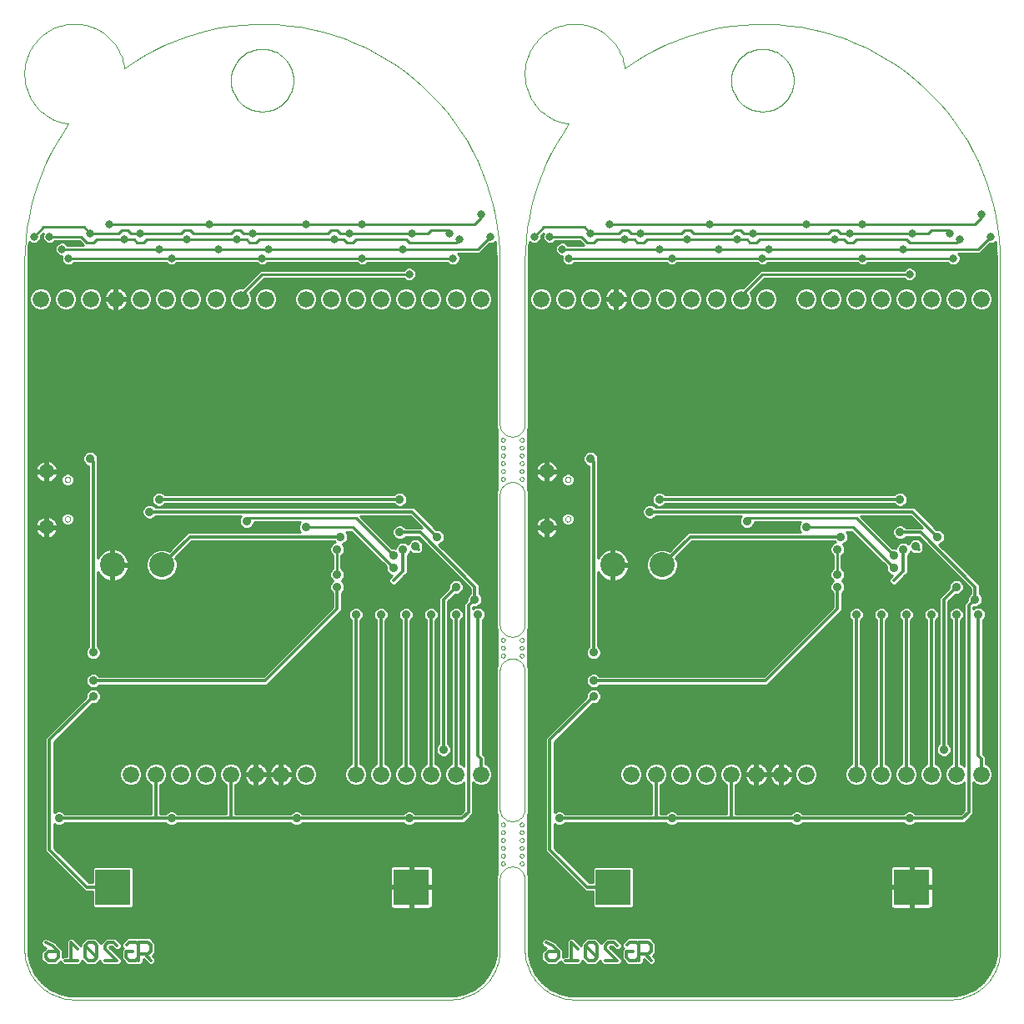
<source format=gbl>
G75*
G70*
%OFA0B0*%
%FSLAX24Y24*%
%IPPOS*%
%LPD*%
%AMOC8*
5,1,8,0,0,1.08239X$1,22.5*
%
%ADD10C,0.0000*%
%ADD11C,0.0660*%
%ADD12R,0.1417X0.1417*%
%ADD13C,0.0594*%
%ADD14C,0.1000*%
%ADD15C,0.0120*%
%ADD16C,0.0100*%
%ADD17C,0.0357*%
%ADD18C,0.0317*%
D10*
X002655Y001008D02*
X017655Y001008D01*
X017750Y001010D01*
X017845Y001017D01*
X017940Y001028D01*
X018034Y001044D01*
X018127Y001064D01*
X018218Y001089D01*
X018309Y001118D01*
X018398Y001151D01*
X018486Y001189D01*
X018571Y001230D01*
X018655Y001276D01*
X018736Y001325D01*
X018815Y001379D01*
X018891Y001436D01*
X018965Y001497D01*
X019035Y001561D01*
X019102Y001628D01*
X019166Y001698D01*
X019227Y001772D01*
X019284Y001848D01*
X019338Y001927D01*
X019387Y002008D01*
X019433Y002092D01*
X019474Y002177D01*
X019512Y002265D01*
X019545Y002354D01*
X019574Y002445D01*
X019599Y002536D01*
X019619Y002629D01*
X019635Y002723D01*
X019646Y002818D01*
X019653Y002913D01*
X019655Y003008D01*
X019655Y005820D01*
X019657Y005864D01*
X019663Y005907D01*
X019672Y005949D01*
X019685Y005991D01*
X019702Y006031D01*
X019722Y006070D01*
X019745Y006107D01*
X019772Y006141D01*
X019801Y006174D01*
X019834Y006203D01*
X019868Y006230D01*
X019905Y006253D01*
X019944Y006273D01*
X019984Y006290D01*
X020026Y006303D01*
X020068Y006312D01*
X020111Y006318D01*
X020155Y006320D01*
X019701Y006445D02*
X019703Y006463D01*
X019709Y006479D01*
X019718Y006494D01*
X019731Y006507D01*
X019746Y006516D01*
X019762Y006522D01*
X019780Y006524D01*
X019798Y006522D01*
X019814Y006516D01*
X019829Y006507D01*
X019842Y006494D01*
X019851Y006479D01*
X019857Y006463D01*
X019859Y006445D01*
X019857Y006427D01*
X019851Y006411D01*
X019842Y006396D01*
X019829Y006383D01*
X019814Y006374D01*
X019798Y006368D01*
X019780Y006366D01*
X019762Y006368D01*
X019746Y006374D01*
X019731Y006383D01*
X019718Y006396D01*
X019709Y006411D01*
X019703Y006427D01*
X019701Y006445D01*
X019701Y006758D02*
X019703Y006776D01*
X019709Y006792D01*
X019718Y006807D01*
X019731Y006820D01*
X019746Y006829D01*
X019762Y006835D01*
X019780Y006837D01*
X019798Y006835D01*
X019814Y006829D01*
X019829Y006820D01*
X019842Y006807D01*
X019851Y006792D01*
X019857Y006776D01*
X019859Y006758D01*
X019857Y006740D01*
X019851Y006724D01*
X019842Y006709D01*
X019829Y006696D01*
X019814Y006687D01*
X019798Y006681D01*
X019780Y006679D01*
X019762Y006681D01*
X019746Y006687D01*
X019731Y006696D01*
X019718Y006709D01*
X019709Y006724D01*
X019703Y006740D01*
X019701Y006758D01*
X019701Y007070D02*
X019703Y007088D01*
X019709Y007104D01*
X019718Y007119D01*
X019731Y007132D01*
X019746Y007141D01*
X019762Y007147D01*
X019780Y007149D01*
X019798Y007147D01*
X019814Y007141D01*
X019829Y007132D01*
X019842Y007119D01*
X019851Y007104D01*
X019857Y007088D01*
X019859Y007070D01*
X019857Y007052D01*
X019851Y007036D01*
X019842Y007021D01*
X019829Y007008D01*
X019814Y006999D01*
X019798Y006993D01*
X019780Y006991D01*
X019762Y006993D01*
X019746Y006999D01*
X019731Y007008D01*
X019718Y007021D01*
X019709Y007036D01*
X019703Y007052D01*
X019701Y007070D01*
X019701Y007383D02*
X019703Y007401D01*
X019709Y007417D01*
X019718Y007432D01*
X019731Y007445D01*
X019746Y007454D01*
X019762Y007460D01*
X019780Y007462D01*
X019798Y007460D01*
X019814Y007454D01*
X019829Y007445D01*
X019842Y007432D01*
X019851Y007417D01*
X019857Y007401D01*
X019859Y007383D01*
X019857Y007365D01*
X019851Y007349D01*
X019842Y007334D01*
X019829Y007321D01*
X019814Y007312D01*
X019798Y007306D01*
X019780Y007304D01*
X019762Y007306D01*
X019746Y007312D01*
X019731Y007321D01*
X019718Y007334D01*
X019709Y007349D01*
X019703Y007365D01*
X019701Y007383D01*
X019701Y007695D02*
X019703Y007713D01*
X019709Y007729D01*
X019718Y007744D01*
X019731Y007757D01*
X019746Y007766D01*
X019762Y007772D01*
X019780Y007774D01*
X019798Y007772D01*
X019814Y007766D01*
X019829Y007757D01*
X019842Y007744D01*
X019851Y007729D01*
X019857Y007713D01*
X019859Y007695D01*
X019857Y007677D01*
X019851Y007661D01*
X019842Y007646D01*
X019829Y007633D01*
X019814Y007624D01*
X019798Y007618D01*
X019780Y007616D01*
X019762Y007618D01*
X019746Y007624D01*
X019731Y007633D01*
X019718Y007646D01*
X019709Y007661D01*
X019703Y007677D01*
X019701Y007695D01*
X019701Y008008D02*
X019703Y008026D01*
X019709Y008042D01*
X019718Y008057D01*
X019731Y008070D01*
X019746Y008079D01*
X019762Y008085D01*
X019780Y008087D01*
X019798Y008085D01*
X019814Y008079D01*
X019829Y008070D01*
X019842Y008057D01*
X019851Y008042D01*
X019857Y008026D01*
X019859Y008008D01*
X019857Y007990D01*
X019851Y007974D01*
X019842Y007959D01*
X019829Y007946D01*
X019814Y007937D01*
X019798Y007931D01*
X019780Y007929D01*
X019762Y007931D01*
X019746Y007937D01*
X019731Y007946D01*
X019718Y007959D01*
X019709Y007974D01*
X019703Y007990D01*
X019701Y008008D01*
X019655Y008633D02*
X019655Y014133D01*
X019657Y014177D01*
X019663Y014220D01*
X019672Y014262D01*
X019685Y014304D01*
X019702Y014344D01*
X019722Y014383D01*
X019745Y014420D01*
X019772Y014454D01*
X019801Y014487D01*
X019834Y014516D01*
X019868Y014543D01*
X019905Y014566D01*
X019944Y014586D01*
X019984Y014603D01*
X020026Y014616D01*
X020068Y014625D01*
X020111Y014631D01*
X020155Y014633D01*
X019701Y014758D02*
X019703Y014776D01*
X019709Y014792D01*
X019718Y014807D01*
X019731Y014820D01*
X019746Y014829D01*
X019762Y014835D01*
X019780Y014837D01*
X019798Y014835D01*
X019814Y014829D01*
X019829Y014820D01*
X019842Y014807D01*
X019851Y014792D01*
X019857Y014776D01*
X019859Y014758D01*
X019857Y014740D01*
X019851Y014724D01*
X019842Y014709D01*
X019829Y014696D01*
X019814Y014687D01*
X019798Y014681D01*
X019780Y014679D01*
X019762Y014681D01*
X019746Y014687D01*
X019731Y014696D01*
X019718Y014709D01*
X019709Y014724D01*
X019703Y014740D01*
X019701Y014758D01*
X019701Y015070D02*
X019703Y015088D01*
X019709Y015104D01*
X019718Y015119D01*
X019731Y015132D01*
X019746Y015141D01*
X019762Y015147D01*
X019780Y015149D01*
X019798Y015147D01*
X019814Y015141D01*
X019829Y015132D01*
X019842Y015119D01*
X019851Y015104D01*
X019857Y015088D01*
X019859Y015070D01*
X019857Y015052D01*
X019851Y015036D01*
X019842Y015021D01*
X019829Y015008D01*
X019814Y014999D01*
X019798Y014993D01*
X019780Y014991D01*
X019762Y014993D01*
X019746Y014999D01*
X019731Y015008D01*
X019718Y015021D01*
X019709Y015036D01*
X019703Y015052D01*
X019701Y015070D01*
X019701Y015383D02*
X019703Y015401D01*
X019709Y015417D01*
X019718Y015432D01*
X019731Y015445D01*
X019746Y015454D01*
X019762Y015460D01*
X019780Y015462D01*
X019798Y015460D01*
X019814Y015454D01*
X019829Y015445D01*
X019842Y015432D01*
X019851Y015417D01*
X019857Y015401D01*
X019859Y015383D01*
X019857Y015365D01*
X019851Y015349D01*
X019842Y015334D01*
X019829Y015321D01*
X019814Y015312D01*
X019798Y015306D01*
X019780Y015304D01*
X019762Y015306D01*
X019746Y015312D01*
X019731Y015321D01*
X019718Y015334D01*
X019709Y015349D01*
X019703Y015365D01*
X019701Y015383D01*
X019655Y016008D02*
X019655Y021195D01*
X019657Y021239D01*
X019663Y021282D01*
X019672Y021324D01*
X019685Y021366D01*
X019702Y021406D01*
X019722Y021445D01*
X019745Y021482D01*
X019772Y021516D01*
X019801Y021549D01*
X019834Y021578D01*
X019868Y021605D01*
X019905Y021628D01*
X019944Y021648D01*
X019984Y021665D01*
X020026Y021678D01*
X020068Y021687D01*
X020111Y021693D01*
X020155Y021695D01*
X019701Y021820D02*
X019703Y021838D01*
X019709Y021854D01*
X019718Y021869D01*
X019731Y021882D01*
X019746Y021891D01*
X019762Y021897D01*
X019780Y021899D01*
X019798Y021897D01*
X019814Y021891D01*
X019829Y021882D01*
X019842Y021869D01*
X019851Y021854D01*
X019857Y021838D01*
X019859Y021820D01*
X019857Y021802D01*
X019851Y021786D01*
X019842Y021771D01*
X019829Y021758D01*
X019814Y021749D01*
X019798Y021743D01*
X019780Y021741D01*
X019762Y021743D01*
X019746Y021749D01*
X019731Y021758D01*
X019718Y021771D01*
X019709Y021786D01*
X019703Y021802D01*
X019701Y021820D01*
X019701Y022133D02*
X019703Y022151D01*
X019709Y022167D01*
X019718Y022182D01*
X019731Y022195D01*
X019746Y022204D01*
X019762Y022210D01*
X019780Y022212D01*
X019798Y022210D01*
X019814Y022204D01*
X019829Y022195D01*
X019842Y022182D01*
X019851Y022167D01*
X019857Y022151D01*
X019859Y022133D01*
X019857Y022115D01*
X019851Y022099D01*
X019842Y022084D01*
X019829Y022071D01*
X019814Y022062D01*
X019798Y022056D01*
X019780Y022054D01*
X019762Y022056D01*
X019746Y022062D01*
X019731Y022071D01*
X019718Y022084D01*
X019709Y022099D01*
X019703Y022115D01*
X019701Y022133D01*
X019701Y022445D02*
X019703Y022463D01*
X019709Y022479D01*
X019718Y022494D01*
X019731Y022507D01*
X019746Y022516D01*
X019762Y022522D01*
X019780Y022524D01*
X019798Y022522D01*
X019814Y022516D01*
X019829Y022507D01*
X019842Y022494D01*
X019851Y022479D01*
X019857Y022463D01*
X019859Y022445D01*
X019857Y022427D01*
X019851Y022411D01*
X019842Y022396D01*
X019829Y022383D01*
X019814Y022374D01*
X019798Y022368D01*
X019780Y022366D01*
X019762Y022368D01*
X019746Y022374D01*
X019731Y022383D01*
X019718Y022396D01*
X019709Y022411D01*
X019703Y022427D01*
X019701Y022445D01*
X019701Y022758D02*
X019703Y022776D01*
X019709Y022792D01*
X019718Y022807D01*
X019731Y022820D01*
X019746Y022829D01*
X019762Y022835D01*
X019780Y022837D01*
X019798Y022835D01*
X019814Y022829D01*
X019829Y022820D01*
X019842Y022807D01*
X019851Y022792D01*
X019857Y022776D01*
X019859Y022758D01*
X019857Y022740D01*
X019851Y022724D01*
X019842Y022709D01*
X019829Y022696D01*
X019814Y022687D01*
X019798Y022681D01*
X019780Y022679D01*
X019762Y022681D01*
X019746Y022687D01*
X019731Y022696D01*
X019718Y022709D01*
X019709Y022724D01*
X019703Y022740D01*
X019701Y022758D01*
X019701Y023070D02*
X019703Y023088D01*
X019709Y023104D01*
X019718Y023119D01*
X019731Y023132D01*
X019746Y023141D01*
X019762Y023147D01*
X019780Y023149D01*
X019798Y023147D01*
X019814Y023141D01*
X019829Y023132D01*
X019842Y023119D01*
X019851Y023104D01*
X019857Y023088D01*
X019859Y023070D01*
X019857Y023052D01*
X019851Y023036D01*
X019842Y023021D01*
X019829Y023008D01*
X019814Y022999D01*
X019798Y022993D01*
X019780Y022991D01*
X019762Y022993D01*
X019746Y022999D01*
X019731Y023008D01*
X019718Y023021D01*
X019709Y023036D01*
X019703Y023052D01*
X019701Y023070D01*
X019701Y023383D02*
X019703Y023401D01*
X019709Y023417D01*
X019718Y023432D01*
X019731Y023445D01*
X019746Y023454D01*
X019762Y023460D01*
X019780Y023462D01*
X019798Y023460D01*
X019814Y023454D01*
X019829Y023445D01*
X019842Y023432D01*
X019851Y023417D01*
X019857Y023401D01*
X019859Y023383D01*
X019857Y023365D01*
X019851Y023349D01*
X019842Y023334D01*
X019829Y023321D01*
X019814Y023312D01*
X019798Y023306D01*
X019780Y023304D01*
X019762Y023306D01*
X019746Y023312D01*
X019731Y023321D01*
X019718Y023334D01*
X019709Y023349D01*
X019703Y023365D01*
X019701Y023383D01*
X019655Y024008D02*
X019655Y030508D01*
X020655Y030508D02*
X020655Y024008D01*
X020653Y023964D01*
X020647Y023921D01*
X020638Y023879D01*
X020625Y023837D01*
X020608Y023797D01*
X020588Y023758D01*
X020565Y023721D01*
X020538Y023687D01*
X020509Y023654D01*
X020476Y023625D01*
X020442Y023598D01*
X020405Y023575D01*
X020366Y023555D01*
X020326Y023538D01*
X020284Y023525D01*
X020242Y023516D01*
X020199Y023510D01*
X020155Y023508D01*
X020451Y023383D02*
X020453Y023401D01*
X020459Y023417D01*
X020468Y023432D01*
X020481Y023445D01*
X020496Y023454D01*
X020512Y023460D01*
X020530Y023462D01*
X020548Y023460D01*
X020564Y023454D01*
X020579Y023445D01*
X020592Y023432D01*
X020601Y023417D01*
X020607Y023401D01*
X020609Y023383D01*
X020607Y023365D01*
X020601Y023349D01*
X020592Y023334D01*
X020579Y023321D01*
X020564Y023312D01*
X020548Y023306D01*
X020530Y023304D01*
X020512Y023306D01*
X020496Y023312D01*
X020481Y023321D01*
X020468Y023334D01*
X020459Y023349D01*
X020453Y023365D01*
X020451Y023383D01*
X020451Y023070D02*
X020453Y023088D01*
X020459Y023104D01*
X020468Y023119D01*
X020481Y023132D01*
X020496Y023141D01*
X020512Y023147D01*
X020530Y023149D01*
X020548Y023147D01*
X020564Y023141D01*
X020579Y023132D01*
X020592Y023119D01*
X020601Y023104D01*
X020607Y023088D01*
X020609Y023070D01*
X020607Y023052D01*
X020601Y023036D01*
X020592Y023021D01*
X020579Y023008D01*
X020564Y022999D01*
X020548Y022993D01*
X020530Y022991D01*
X020512Y022993D01*
X020496Y022999D01*
X020481Y023008D01*
X020468Y023021D01*
X020459Y023036D01*
X020453Y023052D01*
X020451Y023070D01*
X020451Y022758D02*
X020453Y022776D01*
X020459Y022792D01*
X020468Y022807D01*
X020481Y022820D01*
X020496Y022829D01*
X020512Y022835D01*
X020530Y022837D01*
X020548Y022835D01*
X020564Y022829D01*
X020579Y022820D01*
X020592Y022807D01*
X020601Y022792D01*
X020607Y022776D01*
X020609Y022758D01*
X020607Y022740D01*
X020601Y022724D01*
X020592Y022709D01*
X020579Y022696D01*
X020564Y022687D01*
X020548Y022681D01*
X020530Y022679D01*
X020512Y022681D01*
X020496Y022687D01*
X020481Y022696D01*
X020468Y022709D01*
X020459Y022724D01*
X020453Y022740D01*
X020451Y022758D01*
X020451Y022445D02*
X020453Y022463D01*
X020459Y022479D01*
X020468Y022494D01*
X020481Y022507D01*
X020496Y022516D01*
X020512Y022522D01*
X020530Y022524D01*
X020548Y022522D01*
X020564Y022516D01*
X020579Y022507D01*
X020592Y022494D01*
X020601Y022479D01*
X020607Y022463D01*
X020609Y022445D01*
X020607Y022427D01*
X020601Y022411D01*
X020592Y022396D01*
X020579Y022383D01*
X020564Y022374D01*
X020548Y022368D01*
X020530Y022366D01*
X020512Y022368D01*
X020496Y022374D01*
X020481Y022383D01*
X020468Y022396D01*
X020459Y022411D01*
X020453Y022427D01*
X020451Y022445D01*
X020451Y022133D02*
X020453Y022151D01*
X020459Y022167D01*
X020468Y022182D01*
X020481Y022195D01*
X020496Y022204D01*
X020512Y022210D01*
X020530Y022212D01*
X020548Y022210D01*
X020564Y022204D01*
X020579Y022195D01*
X020592Y022182D01*
X020601Y022167D01*
X020607Y022151D01*
X020609Y022133D01*
X020607Y022115D01*
X020601Y022099D01*
X020592Y022084D01*
X020579Y022071D01*
X020564Y022062D01*
X020548Y022056D01*
X020530Y022054D01*
X020512Y022056D01*
X020496Y022062D01*
X020481Y022071D01*
X020468Y022084D01*
X020459Y022099D01*
X020453Y022115D01*
X020451Y022133D01*
X020451Y021820D02*
X020453Y021838D01*
X020459Y021854D01*
X020468Y021869D01*
X020481Y021882D01*
X020496Y021891D01*
X020512Y021897D01*
X020530Y021899D01*
X020548Y021897D01*
X020564Y021891D01*
X020579Y021882D01*
X020592Y021869D01*
X020601Y021854D01*
X020607Y021838D01*
X020609Y021820D01*
X020607Y021802D01*
X020601Y021786D01*
X020592Y021771D01*
X020579Y021758D01*
X020564Y021749D01*
X020548Y021743D01*
X020530Y021741D01*
X020512Y021743D01*
X020496Y021749D01*
X020481Y021758D01*
X020468Y021771D01*
X020459Y021786D01*
X020453Y021802D01*
X020451Y021820D01*
X020655Y021195D02*
X020655Y016008D01*
X020653Y015964D01*
X020647Y015921D01*
X020638Y015879D01*
X020625Y015837D01*
X020608Y015797D01*
X020588Y015758D01*
X020565Y015721D01*
X020538Y015687D01*
X020509Y015654D01*
X020476Y015625D01*
X020442Y015598D01*
X020405Y015575D01*
X020366Y015555D01*
X020326Y015538D01*
X020284Y015525D01*
X020242Y015516D01*
X020199Y015510D01*
X020155Y015508D01*
X020451Y015383D02*
X020453Y015401D01*
X020459Y015417D01*
X020468Y015432D01*
X020481Y015445D01*
X020496Y015454D01*
X020512Y015460D01*
X020530Y015462D01*
X020548Y015460D01*
X020564Y015454D01*
X020579Y015445D01*
X020592Y015432D01*
X020601Y015417D01*
X020607Y015401D01*
X020609Y015383D01*
X020607Y015365D01*
X020601Y015349D01*
X020592Y015334D01*
X020579Y015321D01*
X020564Y015312D01*
X020548Y015306D01*
X020530Y015304D01*
X020512Y015306D01*
X020496Y015312D01*
X020481Y015321D01*
X020468Y015334D01*
X020459Y015349D01*
X020453Y015365D01*
X020451Y015383D01*
X020451Y015070D02*
X020453Y015088D01*
X020459Y015104D01*
X020468Y015119D01*
X020481Y015132D01*
X020496Y015141D01*
X020512Y015147D01*
X020530Y015149D01*
X020548Y015147D01*
X020564Y015141D01*
X020579Y015132D01*
X020592Y015119D01*
X020601Y015104D01*
X020607Y015088D01*
X020609Y015070D01*
X020607Y015052D01*
X020601Y015036D01*
X020592Y015021D01*
X020579Y015008D01*
X020564Y014999D01*
X020548Y014993D01*
X020530Y014991D01*
X020512Y014993D01*
X020496Y014999D01*
X020481Y015008D01*
X020468Y015021D01*
X020459Y015036D01*
X020453Y015052D01*
X020451Y015070D01*
X020451Y014758D02*
X020453Y014776D01*
X020459Y014792D01*
X020468Y014807D01*
X020481Y014820D01*
X020496Y014829D01*
X020512Y014835D01*
X020530Y014837D01*
X020548Y014835D01*
X020564Y014829D01*
X020579Y014820D01*
X020592Y014807D01*
X020601Y014792D01*
X020607Y014776D01*
X020609Y014758D01*
X020607Y014740D01*
X020601Y014724D01*
X020592Y014709D01*
X020579Y014696D01*
X020564Y014687D01*
X020548Y014681D01*
X020530Y014679D01*
X020512Y014681D01*
X020496Y014687D01*
X020481Y014696D01*
X020468Y014709D01*
X020459Y014724D01*
X020453Y014740D01*
X020451Y014758D01*
X020655Y014133D02*
X020655Y008633D01*
X020653Y008589D01*
X020647Y008546D01*
X020638Y008504D01*
X020625Y008462D01*
X020608Y008422D01*
X020588Y008383D01*
X020565Y008346D01*
X020538Y008312D01*
X020509Y008279D01*
X020476Y008250D01*
X020442Y008223D01*
X020405Y008200D01*
X020366Y008180D01*
X020326Y008163D01*
X020284Y008150D01*
X020242Y008141D01*
X020199Y008135D01*
X020155Y008133D01*
X020451Y008008D02*
X020453Y008026D01*
X020459Y008042D01*
X020468Y008057D01*
X020481Y008070D01*
X020496Y008079D01*
X020512Y008085D01*
X020530Y008087D01*
X020548Y008085D01*
X020564Y008079D01*
X020579Y008070D01*
X020592Y008057D01*
X020601Y008042D01*
X020607Y008026D01*
X020609Y008008D01*
X020607Y007990D01*
X020601Y007974D01*
X020592Y007959D01*
X020579Y007946D01*
X020564Y007937D01*
X020548Y007931D01*
X020530Y007929D01*
X020512Y007931D01*
X020496Y007937D01*
X020481Y007946D01*
X020468Y007959D01*
X020459Y007974D01*
X020453Y007990D01*
X020451Y008008D01*
X020451Y007695D02*
X020453Y007713D01*
X020459Y007729D01*
X020468Y007744D01*
X020481Y007757D01*
X020496Y007766D01*
X020512Y007772D01*
X020530Y007774D01*
X020548Y007772D01*
X020564Y007766D01*
X020579Y007757D01*
X020592Y007744D01*
X020601Y007729D01*
X020607Y007713D01*
X020609Y007695D01*
X020607Y007677D01*
X020601Y007661D01*
X020592Y007646D01*
X020579Y007633D01*
X020564Y007624D01*
X020548Y007618D01*
X020530Y007616D01*
X020512Y007618D01*
X020496Y007624D01*
X020481Y007633D01*
X020468Y007646D01*
X020459Y007661D01*
X020453Y007677D01*
X020451Y007695D01*
X020451Y007383D02*
X020453Y007401D01*
X020459Y007417D01*
X020468Y007432D01*
X020481Y007445D01*
X020496Y007454D01*
X020512Y007460D01*
X020530Y007462D01*
X020548Y007460D01*
X020564Y007454D01*
X020579Y007445D01*
X020592Y007432D01*
X020601Y007417D01*
X020607Y007401D01*
X020609Y007383D01*
X020607Y007365D01*
X020601Y007349D01*
X020592Y007334D01*
X020579Y007321D01*
X020564Y007312D01*
X020548Y007306D01*
X020530Y007304D01*
X020512Y007306D01*
X020496Y007312D01*
X020481Y007321D01*
X020468Y007334D01*
X020459Y007349D01*
X020453Y007365D01*
X020451Y007383D01*
X020451Y007070D02*
X020453Y007088D01*
X020459Y007104D01*
X020468Y007119D01*
X020481Y007132D01*
X020496Y007141D01*
X020512Y007147D01*
X020530Y007149D01*
X020548Y007147D01*
X020564Y007141D01*
X020579Y007132D01*
X020592Y007119D01*
X020601Y007104D01*
X020607Y007088D01*
X020609Y007070D01*
X020607Y007052D01*
X020601Y007036D01*
X020592Y007021D01*
X020579Y007008D01*
X020564Y006999D01*
X020548Y006993D01*
X020530Y006991D01*
X020512Y006993D01*
X020496Y006999D01*
X020481Y007008D01*
X020468Y007021D01*
X020459Y007036D01*
X020453Y007052D01*
X020451Y007070D01*
X020451Y006758D02*
X020453Y006776D01*
X020459Y006792D01*
X020468Y006807D01*
X020481Y006820D01*
X020496Y006829D01*
X020512Y006835D01*
X020530Y006837D01*
X020548Y006835D01*
X020564Y006829D01*
X020579Y006820D01*
X020592Y006807D01*
X020601Y006792D01*
X020607Y006776D01*
X020609Y006758D01*
X020607Y006740D01*
X020601Y006724D01*
X020592Y006709D01*
X020579Y006696D01*
X020564Y006687D01*
X020548Y006681D01*
X020530Y006679D01*
X020512Y006681D01*
X020496Y006687D01*
X020481Y006696D01*
X020468Y006709D01*
X020459Y006724D01*
X020453Y006740D01*
X020451Y006758D01*
X020451Y006445D02*
X020453Y006463D01*
X020459Y006479D01*
X020468Y006494D01*
X020481Y006507D01*
X020496Y006516D01*
X020512Y006522D01*
X020530Y006524D01*
X020548Y006522D01*
X020564Y006516D01*
X020579Y006507D01*
X020592Y006494D01*
X020601Y006479D01*
X020607Y006463D01*
X020609Y006445D01*
X020607Y006427D01*
X020601Y006411D01*
X020592Y006396D01*
X020579Y006383D01*
X020564Y006374D01*
X020548Y006368D01*
X020530Y006366D01*
X020512Y006368D01*
X020496Y006374D01*
X020481Y006383D01*
X020468Y006396D01*
X020459Y006411D01*
X020453Y006427D01*
X020451Y006445D01*
X020655Y005820D02*
X020655Y003008D01*
X020657Y002913D01*
X020664Y002818D01*
X020675Y002723D01*
X020691Y002629D01*
X020711Y002536D01*
X020736Y002445D01*
X020765Y002354D01*
X020798Y002265D01*
X020836Y002177D01*
X020877Y002092D01*
X020923Y002008D01*
X020972Y001927D01*
X021026Y001848D01*
X021083Y001772D01*
X021144Y001698D01*
X021208Y001628D01*
X021275Y001561D01*
X021345Y001497D01*
X021419Y001436D01*
X021495Y001379D01*
X021574Y001325D01*
X021655Y001276D01*
X021739Y001230D01*
X021824Y001189D01*
X021912Y001151D01*
X022001Y001118D01*
X022092Y001089D01*
X022183Y001064D01*
X022276Y001044D01*
X022370Y001028D01*
X022465Y001017D01*
X022560Y001010D01*
X022655Y001008D01*
X037655Y001008D01*
X037750Y001010D01*
X037845Y001017D01*
X037940Y001028D01*
X038034Y001044D01*
X038127Y001064D01*
X038218Y001089D01*
X038309Y001118D01*
X038398Y001151D01*
X038486Y001189D01*
X038571Y001230D01*
X038655Y001276D01*
X038736Y001325D01*
X038815Y001379D01*
X038891Y001436D01*
X038965Y001497D01*
X039035Y001561D01*
X039102Y001628D01*
X039166Y001698D01*
X039227Y001772D01*
X039284Y001848D01*
X039338Y001927D01*
X039387Y002008D01*
X039433Y002092D01*
X039474Y002177D01*
X039512Y002265D01*
X039545Y002354D01*
X039574Y002445D01*
X039599Y002536D01*
X039619Y002629D01*
X039635Y002723D01*
X039646Y002818D01*
X039653Y002913D01*
X039655Y003008D01*
X039655Y030508D01*
X039644Y030970D01*
X039610Y031431D01*
X039554Y031890D01*
X039476Y032345D01*
X039375Y032796D01*
X039253Y033242D01*
X039109Y033681D01*
X038944Y034113D01*
X038759Y034536D01*
X038553Y034950D01*
X038327Y035353D01*
X038081Y035745D01*
X037817Y036124D01*
X037535Y036490D01*
X037235Y036842D01*
X036919Y037179D01*
X036586Y037500D01*
X036239Y037804D01*
X035877Y038092D01*
X035501Y038361D01*
X035113Y038612D01*
X034713Y038843D01*
X034302Y039055D01*
X033881Y039247D01*
X033452Y039418D01*
X033015Y039567D01*
X032571Y039696D01*
X032121Y039802D01*
X031667Y039887D01*
X031209Y039949D01*
X030748Y039989D01*
X030287Y040007D01*
X029824Y040002D01*
X029363Y039975D01*
X028904Y039925D01*
X028447Y039853D01*
X027995Y039759D01*
X027547Y039643D01*
X027106Y039505D01*
X026672Y039346D01*
X026246Y039167D01*
X025830Y038966D01*
X025424Y038746D01*
X025028Y038506D01*
X024646Y038247D01*
X024645Y038248D02*
X024631Y038344D01*
X024612Y038440D01*
X024589Y038535D01*
X024561Y038628D01*
X024528Y038720D01*
X024492Y038810D01*
X024450Y038898D01*
X024405Y038984D01*
X024356Y039068D01*
X024302Y039150D01*
X024245Y039228D01*
X024183Y039304D01*
X024119Y039377D01*
X024050Y039446D01*
X023979Y039513D01*
X023904Y039575D01*
X023826Y039634D01*
X023746Y039689D01*
X023663Y039740D01*
X023578Y039787D01*
X023490Y039830D01*
X023401Y039868D01*
X023309Y039902D01*
X023217Y039932D01*
X023123Y039957D01*
X023027Y039977D01*
X022931Y039993D01*
X022834Y040004D01*
X022737Y040010D01*
X022640Y040012D01*
X022542Y040009D01*
X022445Y040001D01*
X022349Y039988D01*
X022253Y039971D01*
X022158Y039949D01*
X022064Y039923D01*
X021972Y039892D01*
X021881Y039857D01*
X021792Y039817D01*
X021705Y039773D01*
X021621Y039724D01*
X021538Y039672D01*
X021459Y039616D01*
X021382Y039556D01*
X021308Y039492D01*
X021238Y039425D01*
X021171Y039355D01*
X021107Y039281D01*
X021047Y039204D01*
X020991Y039125D01*
X020939Y039042D01*
X020890Y038958D01*
X020846Y038871D01*
X020806Y038782D01*
X020771Y038691D01*
X020740Y038599D01*
X020714Y038505D01*
X020692Y038410D01*
X020675Y038314D01*
X020662Y038218D01*
X020654Y038121D01*
X020651Y038023D01*
X020653Y037926D01*
X020659Y037829D01*
X020670Y037732D01*
X020686Y037636D01*
X020706Y037540D01*
X020731Y037446D01*
X020761Y037354D01*
X020795Y037262D01*
X020833Y037173D01*
X020876Y037085D01*
X020923Y037000D01*
X020974Y036917D01*
X021029Y036837D01*
X021088Y036759D01*
X021150Y036684D01*
X021217Y036613D01*
X021286Y036544D01*
X021359Y036480D01*
X021435Y036418D01*
X021513Y036361D01*
X021595Y036307D01*
X021679Y036258D01*
X021765Y036213D01*
X021853Y036171D01*
X021943Y036135D01*
X022035Y036102D01*
X022128Y036074D01*
X022223Y036051D01*
X022319Y036032D01*
X022415Y036018D01*
X028905Y037758D02*
X028907Y037828D01*
X028913Y037898D01*
X028923Y037967D01*
X028936Y038036D01*
X028954Y038104D01*
X028975Y038171D01*
X029000Y038236D01*
X029029Y038300D01*
X029061Y038363D01*
X029097Y038423D01*
X029136Y038481D01*
X029178Y038537D01*
X029223Y038591D01*
X029271Y038642D01*
X029322Y038690D01*
X029376Y038735D01*
X029432Y038777D01*
X029490Y038816D01*
X029550Y038852D01*
X029613Y038884D01*
X029677Y038913D01*
X029742Y038938D01*
X029809Y038959D01*
X029877Y038977D01*
X029946Y038990D01*
X030015Y039000D01*
X030085Y039006D01*
X030155Y039008D01*
X030225Y039006D01*
X030295Y039000D01*
X030364Y038990D01*
X030433Y038977D01*
X030501Y038959D01*
X030568Y038938D01*
X030633Y038913D01*
X030697Y038884D01*
X030760Y038852D01*
X030820Y038816D01*
X030878Y038777D01*
X030934Y038735D01*
X030988Y038690D01*
X031039Y038642D01*
X031087Y038591D01*
X031132Y038537D01*
X031174Y038481D01*
X031213Y038423D01*
X031249Y038363D01*
X031281Y038300D01*
X031310Y038236D01*
X031335Y038171D01*
X031356Y038104D01*
X031374Y038036D01*
X031387Y037967D01*
X031397Y037898D01*
X031403Y037828D01*
X031405Y037758D01*
X031403Y037688D01*
X031397Y037618D01*
X031387Y037549D01*
X031374Y037480D01*
X031356Y037412D01*
X031335Y037345D01*
X031310Y037280D01*
X031281Y037216D01*
X031249Y037153D01*
X031213Y037093D01*
X031174Y037035D01*
X031132Y036979D01*
X031087Y036925D01*
X031039Y036874D01*
X030988Y036826D01*
X030934Y036781D01*
X030878Y036739D01*
X030820Y036700D01*
X030760Y036664D01*
X030697Y036632D01*
X030633Y036603D01*
X030568Y036578D01*
X030501Y036557D01*
X030433Y036539D01*
X030364Y036526D01*
X030295Y036516D01*
X030225Y036510D01*
X030155Y036508D01*
X030085Y036510D01*
X030015Y036516D01*
X029946Y036526D01*
X029877Y036539D01*
X029809Y036557D01*
X029742Y036578D01*
X029677Y036603D01*
X029613Y036632D01*
X029550Y036664D01*
X029490Y036700D01*
X029432Y036739D01*
X029376Y036781D01*
X029322Y036826D01*
X029271Y036874D01*
X029223Y036925D01*
X029178Y036979D01*
X029136Y037035D01*
X029097Y037093D01*
X029061Y037153D01*
X029029Y037216D01*
X029000Y037280D01*
X028975Y037345D01*
X028954Y037412D01*
X028936Y037480D01*
X028923Y037549D01*
X028913Y037618D01*
X028907Y037688D01*
X028905Y037758D01*
X022416Y036017D02*
X022162Y035643D01*
X021927Y035257D01*
X021711Y034860D01*
X021513Y034454D01*
X021335Y034038D01*
X021177Y033614D01*
X021040Y033184D01*
X020923Y032747D01*
X020827Y032305D01*
X020752Y031860D01*
X020698Y031411D01*
X020666Y030960D01*
X020655Y030508D01*
X019655Y024008D02*
X019657Y023964D01*
X019663Y023921D01*
X019672Y023879D01*
X019685Y023837D01*
X019702Y023797D01*
X019722Y023758D01*
X019745Y023721D01*
X019772Y023687D01*
X019801Y023654D01*
X019834Y023625D01*
X019868Y023598D01*
X019905Y023575D01*
X019944Y023555D01*
X019984Y023538D01*
X020026Y023525D01*
X020068Y023516D01*
X020111Y023510D01*
X020155Y023508D01*
X020155Y021695D02*
X020199Y021693D01*
X020242Y021687D01*
X020284Y021678D01*
X020326Y021665D01*
X020366Y021648D01*
X020405Y021628D01*
X020442Y021605D01*
X020476Y021578D01*
X020509Y021549D01*
X020538Y021516D01*
X020565Y021482D01*
X020588Y021445D01*
X020608Y021406D01*
X020625Y021366D01*
X020638Y021324D01*
X020647Y021282D01*
X020653Y021239D01*
X020655Y021195D01*
X022269Y021795D02*
X022271Y021815D01*
X022277Y021835D01*
X022286Y021853D01*
X022299Y021870D01*
X022314Y021883D01*
X022332Y021893D01*
X022352Y021900D01*
X022372Y021903D01*
X022392Y021902D01*
X022412Y021897D01*
X022431Y021889D01*
X022448Y021877D01*
X022462Y021862D01*
X022473Y021844D01*
X022481Y021825D01*
X022485Y021805D01*
X022485Y021785D01*
X022481Y021765D01*
X022473Y021746D01*
X022462Y021728D01*
X022448Y021713D01*
X022431Y021701D01*
X022412Y021693D01*
X022392Y021688D01*
X022372Y021687D01*
X022352Y021690D01*
X022332Y021697D01*
X022314Y021707D01*
X022299Y021720D01*
X022286Y021737D01*
X022277Y021755D01*
X022271Y021775D01*
X022269Y021795D01*
X022269Y020220D02*
X022271Y020240D01*
X022277Y020260D01*
X022286Y020278D01*
X022299Y020295D01*
X022314Y020308D01*
X022332Y020318D01*
X022352Y020325D01*
X022372Y020328D01*
X022392Y020327D01*
X022412Y020322D01*
X022431Y020314D01*
X022448Y020302D01*
X022462Y020287D01*
X022473Y020269D01*
X022481Y020250D01*
X022485Y020230D01*
X022485Y020210D01*
X022481Y020190D01*
X022473Y020171D01*
X022462Y020153D01*
X022448Y020138D01*
X022431Y020126D01*
X022412Y020118D01*
X022392Y020113D01*
X022372Y020112D01*
X022352Y020115D01*
X022332Y020122D01*
X022314Y020132D01*
X022299Y020145D01*
X022286Y020162D01*
X022277Y020180D01*
X022271Y020200D01*
X022269Y020220D01*
X019655Y016008D02*
X019657Y015964D01*
X019663Y015921D01*
X019672Y015879D01*
X019685Y015837D01*
X019702Y015797D01*
X019722Y015758D01*
X019745Y015721D01*
X019772Y015687D01*
X019801Y015654D01*
X019834Y015625D01*
X019868Y015598D01*
X019905Y015575D01*
X019944Y015555D01*
X019984Y015538D01*
X020026Y015525D01*
X020068Y015516D01*
X020111Y015510D01*
X020155Y015508D01*
X020155Y014633D02*
X020199Y014631D01*
X020242Y014625D01*
X020284Y014616D01*
X020326Y014603D01*
X020366Y014586D01*
X020405Y014566D01*
X020442Y014543D01*
X020476Y014516D01*
X020509Y014487D01*
X020538Y014454D01*
X020565Y014420D01*
X020588Y014383D01*
X020608Y014344D01*
X020625Y014304D01*
X020638Y014262D01*
X020647Y014220D01*
X020653Y014177D01*
X020655Y014133D01*
X019655Y008633D02*
X019657Y008589D01*
X019663Y008546D01*
X019672Y008504D01*
X019685Y008462D01*
X019702Y008422D01*
X019722Y008383D01*
X019745Y008346D01*
X019772Y008312D01*
X019801Y008279D01*
X019834Y008250D01*
X019868Y008223D01*
X019905Y008200D01*
X019944Y008180D01*
X019984Y008163D01*
X020026Y008150D01*
X020068Y008141D01*
X020111Y008135D01*
X020155Y008133D01*
X020155Y006320D02*
X020199Y006318D01*
X020242Y006312D01*
X020284Y006303D01*
X020326Y006290D01*
X020366Y006273D01*
X020405Y006253D01*
X020442Y006230D01*
X020476Y006203D01*
X020509Y006174D01*
X020538Y006141D01*
X020565Y006107D01*
X020588Y006070D01*
X020608Y006031D01*
X020625Y005991D01*
X020638Y005949D01*
X020647Y005907D01*
X020653Y005864D01*
X020655Y005820D01*
X002655Y001008D02*
X002560Y001010D01*
X002465Y001017D01*
X002370Y001028D01*
X002276Y001044D01*
X002183Y001064D01*
X002092Y001089D01*
X002001Y001118D01*
X001912Y001151D01*
X001824Y001189D01*
X001739Y001230D01*
X001655Y001276D01*
X001574Y001325D01*
X001495Y001379D01*
X001419Y001436D01*
X001345Y001497D01*
X001275Y001561D01*
X001208Y001628D01*
X001144Y001698D01*
X001083Y001772D01*
X001026Y001848D01*
X000972Y001927D01*
X000923Y002008D01*
X000877Y002092D01*
X000836Y002177D01*
X000798Y002265D01*
X000765Y002354D01*
X000736Y002445D01*
X000711Y002536D01*
X000691Y002629D01*
X000675Y002723D01*
X000664Y002818D01*
X000657Y002913D01*
X000655Y003008D01*
X000655Y030508D01*
X002415Y036018D02*
X002319Y036032D01*
X002223Y036051D01*
X002128Y036074D01*
X002035Y036102D01*
X001943Y036135D01*
X001853Y036171D01*
X001765Y036213D01*
X001679Y036258D01*
X001595Y036307D01*
X001513Y036361D01*
X001435Y036418D01*
X001359Y036480D01*
X001286Y036544D01*
X001217Y036613D01*
X001150Y036684D01*
X001088Y036759D01*
X001029Y036837D01*
X000974Y036917D01*
X000923Y037000D01*
X000876Y037085D01*
X000833Y037173D01*
X000795Y037262D01*
X000761Y037354D01*
X000731Y037446D01*
X000706Y037540D01*
X000686Y037636D01*
X000670Y037732D01*
X000659Y037829D01*
X000653Y037926D01*
X000651Y038023D01*
X000654Y038121D01*
X000662Y038218D01*
X000675Y038314D01*
X000692Y038410D01*
X000714Y038505D01*
X000740Y038599D01*
X000771Y038691D01*
X000806Y038782D01*
X000846Y038871D01*
X000890Y038958D01*
X000939Y039042D01*
X000991Y039125D01*
X001047Y039204D01*
X001107Y039281D01*
X001171Y039355D01*
X001238Y039425D01*
X001308Y039492D01*
X001382Y039556D01*
X001459Y039616D01*
X001538Y039672D01*
X001621Y039724D01*
X001705Y039773D01*
X001792Y039817D01*
X001881Y039857D01*
X001972Y039892D01*
X002064Y039923D01*
X002158Y039949D01*
X002253Y039971D01*
X002349Y039988D01*
X002445Y040001D01*
X002542Y040009D01*
X002640Y040012D01*
X002737Y040010D01*
X002834Y040004D01*
X002931Y039993D01*
X003027Y039977D01*
X003123Y039957D01*
X003217Y039932D01*
X003309Y039902D01*
X003401Y039868D01*
X003490Y039830D01*
X003578Y039787D01*
X003663Y039740D01*
X003746Y039689D01*
X003826Y039634D01*
X003904Y039575D01*
X003979Y039513D01*
X004050Y039446D01*
X004119Y039377D01*
X004183Y039304D01*
X004245Y039228D01*
X004302Y039150D01*
X004356Y039068D01*
X004405Y038984D01*
X004450Y038898D01*
X004492Y038810D01*
X004528Y038720D01*
X004561Y038628D01*
X004589Y038535D01*
X004612Y038440D01*
X004631Y038344D01*
X004645Y038248D01*
X008905Y037758D02*
X008907Y037828D01*
X008913Y037898D01*
X008923Y037967D01*
X008936Y038036D01*
X008954Y038104D01*
X008975Y038171D01*
X009000Y038236D01*
X009029Y038300D01*
X009061Y038363D01*
X009097Y038423D01*
X009136Y038481D01*
X009178Y038537D01*
X009223Y038591D01*
X009271Y038642D01*
X009322Y038690D01*
X009376Y038735D01*
X009432Y038777D01*
X009490Y038816D01*
X009550Y038852D01*
X009613Y038884D01*
X009677Y038913D01*
X009742Y038938D01*
X009809Y038959D01*
X009877Y038977D01*
X009946Y038990D01*
X010015Y039000D01*
X010085Y039006D01*
X010155Y039008D01*
X010225Y039006D01*
X010295Y039000D01*
X010364Y038990D01*
X010433Y038977D01*
X010501Y038959D01*
X010568Y038938D01*
X010633Y038913D01*
X010697Y038884D01*
X010760Y038852D01*
X010820Y038816D01*
X010878Y038777D01*
X010934Y038735D01*
X010988Y038690D01*
X011039Y038642D01*
X011087Y038591D01*
X011132Y038537D01*
X011174Y038481D01*
X011213Y038423D01*
X011249Y038363D01*
X011281Y038300D01*
X011310Y038236D01*
X011335Y038171D01*
X011356Y038104D01*
X011374Y038036D01*
X011387Y037967D01*
X011397Y037898D01*
X011403Y037828D01*
X011405Y037758D01*
X011403Y037688D01*
X011397Y037618D01*
X011387Y037549D01*
X011374Y037480D01*
X011356Y037412D01*
X011335Y037345D01*
X011310Y037280D01*
X011281Y037216D01*
X011249Y037153D01*
X011213Y037093D01*
X011174Y037035D01*
X011132Y036979D01*
X011087Y036925D01*
X011039Y036874D01*
X010988Y036826D01*
X010934Y036781D01*
X010878Y036739D01*
X010820Y036700D01*
X010760Y036664D01*
X010697Y036632D01*
X010633Y036603D01*
X010568Y036578D01*
X010501Y036557D01*
X010433Y036539D01*
X010364Y036526D01*
X010295Y036516D01*
X010225Y036510D01*
X010155Y036508D01*
X010085Y036510D01*
X010015Y036516D01*
X009946Y036526D01*
X009877Y036539D01*
X009809Y036557D01*
X009742Y036578D01*
X009677Y036603D01*
X009613Y036632D01*
X009550Y036664D01*
X009490Y036700D01*
X009432Y036739D01*
X009376Y036781D01*
X009322Y036826D01*
X009271Y036874D01*
X009223Y036925D01*
X009178Y036979D01*
X009136Y037035D01*
X009097Y037093D01*
X009061Y037153D01*
X009029Y037216D01*
X009000Y037280D01*
X008975Y037345D01*
X008954Y037412D01*
X008936Y037480D01*
X008923Y037549D01*
X008913Y037618D01*
X008907Y037688D01*
X008905Y037758D01*
X004646Y038247D02*
X005028Y038506D01*
X005424Y038746D01*
X005830Y038966D01*
X006246Y039167D01*
X006672Y039346D01*
X007106Y039505D01*
X007547Y039643D01*
X007995Y039759D01*
X008447Y039853D01*
X008904Y039925D01*
X009363Y039975D01*
X009824Y040002D01*
X010287Y040007D01*
X010748Y039989D01*
X011209Y039949D01*
X011667Y039887D01*
X012121Y039802D01*
X012571Y039696D01*
X013015Y039567D01*
X013452Y039418D01*
X013881Y039247D01*
X014302Y039055D01*
X014713Y038843D01*
X015113Y038612D01*
X015501Y038361D01*
X015877Y038092D01*
X016239Y037804D01*
X016586Y037500D01*
X016919Y037179D01*
X017235Y036842D01*
X017535Y036490D01*
X017817Y036124D01*
X018081Y035745D01*
X018327Y035353D01*
X018553Y034950D01*
X018759Y034536D01*
X018944Y034113D01*
X019109Y033681D01*
X019253Y033242D01*
X019375Y032796D01*
X019476Y032345D01*
X019554Y031890D01*
X019610Y031431D01*
X019644Y030970D01*
X019655Y030508D01*
X002416Y036017D02*
X002162Y035643D01*
X001927Y035257D01*
X001711Y034860D01*
X001513Y034454D01*
X001335Y034038D01*
X001177Y033614D01*
X001040Y033184D01*
X000923Y032747D01*
X000827Y032305D01*
X000752Y031860D01*
X000698Y031411D01*
X000666Y030960D01*
X000655Y030508D01*
X002269Y021795D02*
X002271Y021815D01*
X002277Y021835D01*
X002286Y021853D01*
X002299Y021870D01*
X002314Y021883D01*
X002332Y021893D01*
X002352Y021900D01*
X002372Y021903D01*
X002392Y021902D01*
X002412Y021897D01*
X002431Y021889D01*
X002448Y021877D01*
X002462Y021862D01*
X002473Y021844D01*
X002481Y021825D01*
X002485Y021805D01*
X002485Y021785D01*
X002481Y021765D01*
X002473Y021746D01*
X002462Y021728D01*
X002448Y021713D01*
X002431Y021701D01*
X002412Y021693D01*
X002392Y021688D01*
X002372Y021687D01*
X002352Y021690D01*
X002332Y021697D01*
X002314Y021707D01*
X002299Y021720D01*
X002286Y021737D01*
X002277Y021755D01*
X002271Y021775D01*
X002269Y021795D01*
X002269Y020220D02*
X002271Y020240D01*
X002277Y020260D01*
X002286Y020278D01*
X002299Y020295D01*
X002314Y020308D01*
X002332Y020318D01*
X002352Y020325D01*
X002372Y020328D01*
X002392Y020327D01*
X002412Y020322D01*
X002431Y020314D01*
X002448Y020302D01*
X002462Y020287D01*
X002473Y020269D01*
X002481Y020250D01*
X002485Y020230D01*
X002485Y020210D01*
X002481Y020190D01*
X002473Y020171D01*
X002462Y020153D01*
X002448Y020138D01*
X002431Y020126D01*
X002412Y020118D01*
X002392Y020113D01*
X002372Y020112D01*
X002352Y020115D01*
X002332Y020122D01*
X002314Y020132D01*
X002299Y020145D01*
X002286Y020162D01*
X002277Y020180D01*
X002271Y020200D01*
X002269Y020220D01*
D11*
X002305Y029008D03*
X001305Y029008D03*
X003305Y029008D03*
X004305Y029008D03*
X005305Y029008D03*
X006305Y029008D03*
X007305Y029008D03*
X008305Y029008D03*
X009305Y029008D03*
X010305Y029008D03*
X011905Y029008D03*
X012905Y029008D03*
X013905Y029008D03*
X014905Y029008D03*
X015905Y029008D03*
X016905Y029008D03*
X017905Y029008D03*
X018905Y029008D03*
X021305Y029008D03*
X022305Y029008D03*
X023305Y029008D03*
X024305Y029008D03*
X025305Y029008D03*
X026305Y029008D03*
X027305Y029008D03*
X028305Y029008D03*
X029305Y029008D03*
X030305Y029008D03*
X031905Y029008D03*
X032905Y029008D03*
X033905Y029008D03*
X034905Y029008D03*
X035905Y029008D03*
X036905Y029008D03*
X037905Y029008D03*
X038905Y029008D03*
X038905Y010008D03*
X037905Y010008D03*
X036905Y010008D03*
X035905Y010008D03*
X034905Y010008D03*
X033905Y010008D03*
X031905Y010008D03*
X030905Y010008D03*
X029905Y010008D03*
X028905Y010008D03*
X027905Y010008D03*
X026905Y010008D03*
X025905Y010008D03*
X024905Y010008D03*
X018905Y010008D03*
X017905Y010008D03*
X016905Y010008D03*
X015905Y010008D03*
X014905Y010008D03*
X013905Y010008D03*
X011905Y010008D03*
X010905Y010008D03*
X009905Y010008D03*
X008905Y010008D03*
X007905Y010008D03*
X006905Y010008D03*
X005905Y010008D03*
X004905Y010008D03*
D12*
X004191Y005508D03*
X016120Y005508D03*
X024191Y005508D03*
X036120Y005508D03*
D13*
X021530Y019896D03*
X021530Y022120D03*
X001530Y022120D03*
X001530Y019896D03*
D14*
X004171Y018383D03*
X006139Y018383D03*
X024171Y018383D03*
X026139Y018383D03*
D15*
X027264Y019508D01*
X033280Y019508D01*
X033155Y017508D02*
X033155Y016633D01*
X030280Y013758D01*
X023405Y013758D01*
X023405Y013133D02*
X021655Y011383D01*
X021655Y007008D01*
X023155Y005508D01*
X024191Y005508D01*
X024225Y003298D02*
X023985Y003298D01*
X023865Y003178D01*
X023865Y003168D02*
X023865Y003048D01*
X024355Y002568D01*
X023865Y002568D01*
X023555Y002688D02*
X023555Y003168D01*
X023435Y003288D01*
X023195Y003288D01*
X023075Y003168D01*
X023075Y002688D01*
X023195Y002568D01*
X023435Y002568D01*
X023555Y002688D01*
X023085Y003168D01*
X022765Y003045D02*
X022523Y003288D01*
X022523Y003280D02*
X022523Y002575D01*
X022283Y002568D02*
X022768Y002568D01*
X021995Y002688D02*
X021995Y002928D01*
X021615Y002928D01*
X021505Y002818D01*
X021505Y002688D01*
X021625Y002568D01*
X021875Y002568D01*
X021995Y002688D01*
X021995Y002928D02*
X021765Y003158D01*
X021505Y003288D01*
X024225Y003298D02*
X024355Y003168D01*
X024735Y003188D02*
X024855Y003308D01*
X025095Y003308D01*
X025215Y003188D01*
X025215Y003308D01*
X025585Y003308D01*
X025705Y003188D01*
X025705Y002938D01*
X025585Y002818D01*
X025465Y002818D01*
X025705Y002568D01*
X025465Y002818D02*
X025215Y002818D01*
X025215Y003188D01*
X024975Y002938D02*
X024725Y002938D01*
X024725Y002698D01*
X024845Y002568D01*
X025095Y002568D01*
X025215Y002688D01*
X025215Y002568D01*
X025215Y002688D02*
X025215Y002818D01*
X025905Y008258D02*
X022030Y008258D01*
X018905Y010008D02*
X018905Y010633D01*
X018780Y010758D01*
X018780Y016410D01*
X018405Y016758D02*
X018655Y017008D01*
X018655Y017508D01*
X016468Y019695D01*
X016468Y019695D01*
X015655Y019695D01*
X016280Y019133D02*
X016405Y019008D01*
X015780Y019008D02*
X015780Y018133D01*
X015405Y017758D01*
X014905Y016394D02*
X014905Y010008D01*
X013905Y010008D02*
X013905Y016394D01*
X013155Y016633D02*
X013155Y017508D01*
X013155Y016633D02*
X010280Y013758D01*
X003405Y013758D01*
X003405Y013133D02*
X001655Y011383D01*
X001655Y007008D01*
X003155Y005508D01*
X004191Y005508D01*
X004225Y003298D02*
X003985Y003298D01*
X003865Y003178D01*
X003865Y003168D02*
X003865Y003048D01*
X004355Y002568D01*
X003865Y002568D01*
X003555Y002688D02*
X003555Y003168D01*
X003435Y003288D01*
X003195Y003288D01*
X003075Y003168D01*
X003075Y002688D01*
X003195Y002568D01*
X003435Y002568D01*
X003555Y002688D01*
X003085Y003168D01*
X002765Y003045D02*
X002523Y003288D01*
X002523Y003280D02*
X002523Y002575D01*
X002283Y002568D02*
X002768Y002568D01*
X001995Y002688D02*
X001995Y002928D01*
X001615Y002928D01*
X001505Y002818D01*
X001505Y002688D01*
X001625Y002568D01*
X001875Y002568D01*
X001995Y002688D01*
X001995Y002928D02*
X001765Y003158D01*
X001505Y003288D01*
X004225Y003298D02*
X004355Y003168D01*
X004735Y003188D02*
X004855Y003308D01*
X005095Y003308D01*
X005215Y003188D01*
X005215Y003308D01*
X005585Y003308D01*
X005705Y003188D01*
X005705Y002938D01*
X005585Y002818D01*
X005465Y002818D01*
X005705Y002568D01*
X005465Y002818D02*
X005215Y002818D01*
X005215Y003188D01*
X004975Y002938D02*
X004725Y002938D01*
X004725Y002698D01*
X004845Y002568D01*
X005095Y002568D01*
X005215Y002688D01*
X005215Y002568D01*
X005215Y002688D02*
X005215Y002818D01*
X005905Y008258D02*
X002030Y008258D01*
X005905Y008258D02*
X005905Y010008D01*
X005905Y008258D02*
X006530Y008258D01*
X008905Y008258D01*
X008905Y010008D01*
X008905Y008258D02*
X011530Y008258D01*
X016030Y008258D01*
X018155Y008258D01*
X018405Y008508D01*
X018405Y016758D01*
X017905Y016394D02*
X017905Y010008D01*
X016905Y010008D02*
X016905Y016394D01*
X017405Y017008D02*
X017905Y017508D01*
X017405Y017008D02*
X017405Y011008D01*
X015905Y010008D02*
X015905Y016394D01*
X017155Y019508D02*
X016155Y020508D01*
X005655Y020508D01*
X006030Y021008D02*
X015655Y021008D01*
X013280Y019508D02*
X007264Y019508D01*
X006139Y018383D01*
X003405Y014883D02*
X003405Y022508D01*
X003280Y022633D01*
X023280Y022633D02*
X023405Y022508D01*
X023405Y014883D01*
X025905Y010008D02*
X025905Y008258D01*
X026530Y008258D01*
X028905Y008258D01*
X028905Y010008D01*
X028905Y008258D02*
X031530Y008258D01*
X036030Y008258D01*
X038155Y008258D01*
X038405Y008508D01*
X038405Y016758D01*
X038655Y017008D01*
X038655Y017508D01*
X036468Y019695D01*
X036468Y019695D01*
X035655Y019695D01*
X036280Y019133D02*
X036405Y019008D01*
X035780Y019008D02*
X035780Y018133D01*
X035405Y017758D01*
X034905Y016394D02*
X034905Y010008D01*
X033905Y010008D02*
X033905Y016394D01*
X035905Y016394D02*
X035905Y010008D01*
X036905Y010008D02*
X036905Y016394D01*
X037405Y017008D02*
X037905Y017508D01*
X037405Y017008D02*
X037405Y011008D01*
X037905Y010008D02*
X037905Y016394D01*
X038780Y016410D02*
X038780Y010758D01*
X038905Y010633D01*
X038905Y010008D01*
X037155Y019508D02*
X036155Y020508D01*
X025655Y020508D01*
X026030Y021008D02*
X035655Y021008D01*
D16*
X018837Y001599D02*
X001473Y001599D01*
X001597Y001501D02*
X018714Y001501D01*
X018639Y001441D02*
X018266Y001262D01*
X017862Y001169D01*
X017655Y001158D01*
X017623Y001158D01*
X017593Y001158D01*
X002655Y001158D01*
X002448Y001169D01*
X002044Y001262D01*
X001671Y001441D01*
X001347Y001700D01*
X001089Y002024D01*
X000909Y002397D01*
X000817Y002801D01*
X000805Y003008D01*
X000805Y030446D01*
X000805Y030508D01*
X000823Y031086D01*
X000849Y031295D01*
X000872Y031272D01*
X000975Y031229D01*
X001086Y031229D01*
X001188Y031272D01*
X001266Y031350D01*
X001309Y031452D01*
X001309Y031546D01*
X001412Y031649D01*
X001376Y031563D01*
X001376Y031452D01*
X001419Y031350D01*
X001497Y031272D01*
X001600Y031229D01*
X001711Y031229D01*
X001813Y031272D01*
X001879Y031338D01*
X002835Y031338D01*
X002985Y031187D01*
X002995Y031178D01*
X002379Y031178D01*
X002313Y031244D01*
X002211Y031287D01*
X002100Y031287D01*
X001997Y031244D01*
X001919Y031166D01*
X001876Y031063D01*
X001876Y030952D01*
X001919Y030850D01*
X001997Y030772D01*
X002100Y030729D01*
X002143Y030729D01*
X002126Y030688D01*
X002126Y030577D01*
X002169Y030475D01*
X002247Y030397D01*
X002350Y030354D01*
X002461Y030354D01*
X002563Y030397D01*
X002629Y030463D01*
X006306Y030463D01*
X006372Y030397D01*
X006475Y030354D01*
X006586Y030354D01*
X006688Y030397D01*
X006754Y030463D01*
X009931Y030463D01*
X009997Y030397D01*
X010100Y030354D01*
X010211Y030354D01*
X010313Y030397D01*
X010379Y030463D01*
X013931Y030463D01*
X013997Y030397D01*
X014100Y030354D01*
X014211Y030354D01*
X014313Y030397D01*
X014379Y030463D01*
X017556Y030463D01*
X017622Y030397D01*
X017725Y030354D01*
X017836Y030354D01*
X017938Y030397D01*
X018016Y030475D01*
X018059Y030577D01*
X018059Y030688D01*
X018016Y030791D01*
X017969Y030838D01*
X018710Y030838D01*
X018851Y030838D01*
X019242Y031229D01*
X019336Y031229D01*
X019438Y031272D01*
X019461Y031295D01*
X019488Y031076D01*
X019505Y030508D01*
X019505Y030446D01*
X019505Y024070D01*
X019505Y024008D01*
X019505Y023879D01*
X019505Y023879D01*
X019543Y023788D01*
X019543Y021415D01*
X019505Y021325D01*
X019505Y021258D01*
X019505Y016070D01*
X019505Y016050D01*
X019505Y015946D01*
X019505Y015879D01*
X019505Y015879D01*
X019543Y015788D01*
X019543Y014353D01*
X019505Y014262D01*
X019505Y014195D01*
X019505Y008571D01*
X019505Y008504D01*
X019505Y008504D01*
X019543Y008413D01*
X019543Y006040D01*
X019505Y005950D01*
X019505Y005950D01*
X019505Y005882D01*
X019505Y005846D01*
X019505Y005820D01*
X019505Y005758D01*
X019505Y003070D01*
X019505Y003036D01*
X019505Y003008D01*
X019494Y002801D01*
X019401Y002397D01*
X019222Y002024D01*
X018963Y001700D01*
X018639Y001441D01*
X018558Y001402D02*
X001753Y001402D01*
X001957Y001304D02*
X018353Y001304D01*
X018018Y001205D02*
X002292Y001205D01*
X001349Y001698D02*
X018961Y001698D01*
X019040Y001796D02*
X001270Y001796D01*
X001191Y001895D02*
X019119Y001895D01*
X019197Y001993D02*
X001113Y001993D01*
X001056Y002092D02*
X019254Y002092D01*
X019302Y002190D02*
X001008Y002190D01*
X000961Y002289D02*
X019349Y002289D01*
X019397Y002387D02*
X005777Y002387D01*
X005776Y002386D02*
X005884Y002490D01*
X005887Y002639D01*
X005776Y002754D01*
X005885Y002863D01*
X005885Y003012D01*
X005885Y003262D01*
X005780Y003368D01*
X005660Y003488D01*
X005511Y003488D01*
X005141Y003488D01*
X004930Y003488D01*
X004781Y003488D01*
X004555Y003262D01*
X004555Y003113D01*
X004601Y003068D01*
X004545Y003012D01*
X004545Y002702D01*
X004542Y002631D01*
X004545Y002627D01*
X004545Y002623D01*
X004595Y002573D01*
X004665Y002497D01*
X004665Y002493D01*
X004715Y002444D01*
X004763Y002391D01*
X004768Y002391D01*
X004771Y002388D01*
X004841Y002388D01*
X004912Y002385D01*
X004915Y002388D01*
X005021Y002388D01*
X005141Y002388D01*
X005290Y002388D01*
X005395Y002493D01*
X005395Y002631D01*
X005627Y002389D01*
X005776Y002386D01*
X005722Y002387D02*
X004915Y002387D01*
X004851Y002387D02*
X004317Y002387D01*
X004282Y002387D02*
X004355Y002388D01*
X004430Y002388D01*
X004430Y002389D01*
X004431Y002389D01*
X004483Y002441D01*
X004535Y002493D01*
X004535Y002494D01*
X004536Y002495D01*
X004535Y002568D01*
X004535Y002642D01*
X004534Y002643D01*
X004534Y002644D01*
X004482Y002695D01*
X004430Y002748D01*
X004429Y002748D01*
X004055Y003114D01*
X004060Y003118D01*
X004151Y003118D01*
X004281Y002988D01*
X004430Y002988D01*
X004535Y003093D01*
X004535Y003242D01*
X004405Y003372D01*
X004405Y003372D01*
X004300Y003478D01*
X004060Y003478D01*
X003911Y003478D01*
X003705Y003272D01*
X003630Y003348D01*
X003510Y003468D01*
X003361Y003468D01*
X003121Y003468D01*
X003015Y003362D01*
X002895Y003242D01*
X002895Y003170D01*
X002597Y003468D01*
X002448Y003468D01*
X002343Y003362D01*
X002343Y003355D01*
X002343Y003355D01*
X002343Y002748D01*
X002208Y002748D01*
X002175Y002715D01*
X002175Y003002D01*
X002070Y003108D01*
X001922Y003255D01*
X001912Y003286D01*
X001872Y003306D01*
X001840Y003338D01*
X001808Y003338D01*
X001519Y003482D01*
X001377Y003435D01*
X001311Y003302D01*
X001358Y003160D01*
X001515Y003082D01*
X001431Y002998D01*
X001325Y002892D01*
X001325Y002762D01*
X001325Y002613D01*
X001445Y002493D01*
X001551Y002388D01*
X001801Y002388D01*
X001950Y002388D01*
X002070Y002508D01*
X002103Y002541D01*
X002103Y002493D01*
X002208Y002388D01*
X002842Y002388D01*
X002948Y002493D01*
X002948Y002561D01*
X003001Y002508D01*
X003121Y002388D01*
X003270Y002388D01*
X003361Y002388D01*
X003510Y002388D01*
X003681Y002559D01*
X003685Y002563D01*
X003685Y002493D01*
X003791Y002388D01*
X004282Y002388D01*
X004282Y002387D01*
X000913Y002387D01*
X000889Y002486D02*
X001452Y002486D01*
X001354Y002585D02*
X000866Y002585D01*
X000844Y002683D02*
X001325Y002683D01*
X001325Y002782D02*
X000821Y002782D01*
X000812Y002880D02*
X001325Y002880D01*
X001411Y002979D02*
X000807Y002979D01*
X000805Y003077D02*
X001510Y003077D01*
X001353Y003176D02*
X000805Y003176D01*
X000805Y003274D02*
X001320Y003274D01*
X001346Y003373D02*
X000805Y003373D01*
X000805Y003471D02*
X001487Y003471D01*
X001540Y003471D02*
X003904Y003471D01*
X003806Y003373D02*
X003605Y003373D01*
X003703Y003274D02*
X003707Y003274D01*
X004092Y003077D02*
X004191Y003077D01*
X004193Y002979D02*
X004545Y002979D01*
X004545Y002880D02*
X004293Y002880D01*
X004394Y002782D02*
X004545Y002782D01*
X004544Y002683D02*
X004495Y002683D01*
X004535Y002585D02*
X004584Y002585D01*
X004528Y002486D02*
X004672Y002486D01*
X004591Y003077D02*
X004519Y003077D01*
X004535Y003176D02*
X004555Y003176D01*
X004567Y003274D02*
X004503Y003274D01*
X004405Y003373D02*
X004666Y003373D01*
X004764Y003471D02*
X004306Y003471D01*
X003692Y002486D02*
X003608Y002486D01*
X003022Y002486D02*
X002940Y002486D01*
X002889Y003176D02*
X002895Y003176D01*
X002927Y003274D02*
X002791Y003274D01*
X002692Y003373D02*
X003026Y003373D01*
X002353Y003373D02*
X001737Y003373D01*
X001916Y003274D02*
X002343Y003274D01*
X002343Y003176D02*
X002002Y003176D01*
X002100Y003077D02*
X002343Y003077D01*
X002343Y002979D02*
X002175Y002979D01*
X002175Y002880D02*
X002343Y002880D01*
X002343Y002782D02*
X002175Y002782D01*
X002110Y002486D02*
X002048Y002486D01*
X000805Y003570D02*
X019505Y003570D01*
X019505Y003471D02*
X005676Y003471D01*
X005775Y003373D02*
X019505Y003373D01*
X019505Y003274D02*
X005873Y003274D01*
X005885Y003176D02*
X019505Y003176D01*
X019505Y003077D02*
X005885Y003077D01*
X005885Y002979D02*
X019504Y002979D01*
X019498Y002880D02*
X005885Y002880D01*
X005803Y002782D02*
X019489Y002782D01*
X019467Y002683D02*
X005844Y002683D01*
X005885Y002585D02*
X019444Y002585D01*
X019422Y002486D02*
X005880Y002486D01*
X005534Y002486D02*
X005388Y002486D01*
X005395Y002585D02*
X005440Y002585D01*
X004949Y004679D02*
X003432Y004679D01*
X003362Y004749D01*
X003362Y005328D01*
X003230Y005328D01*
X003081Y005328D01*
X001581Y006828D01*
X001475Y006933D01*
X001475Y011457D01*
X001581Y011563D01*
X001581Y011563D01*
X003107Y013089D01*
X003107Y013192D01*
X003152Y013302D01*
X003236Y013386D01*
X003346Y013431D01*
X003464Y013431D01*
X003574Y013386D01*
X003658Y013302D01*
X003704Y013192D01*
X003704Y013073D01*
X003658Y012964D01*
X003574Y012880D01*
X003464Y012834D01*
X003361Y012834D01*
X001835Y011308D01*
X001835Y008485D01*
X001861Y008511D01*
X001971Y008556D01*
X002089Y008556D01*
X002199Y008511D01*
X002272Y008438D01*
X005725Y008438D01*
X005725Y009595D01*
X005650Y009626D01*
X005524Y009753D01*
X005455Y009918D01*
X005455Y010097D01*
X005524Y010263D01*
X005650Y010389D01*
X005816Y010458D01*
X005995Y010458D01*
X006160Y010389D01*
X006287Y010263D01*
X006355Y010097D01*
X006355Y009918D01*
X006287Y009753D01*
X006160Y009626D01*
X006085Y009595D01*
X006085Y008438D01*
X006288Y008438D01*
X006361Y008511D01*
X006471Y008556D01*
X006589Y008556D01*
X006699Y008511D01*
X006772Y008438D01*
X008725Y008438D01*
X008725Y009595D01*
X008650Y009626D01*
X008524Y009753D01*
X008455Y009918D01*
X008455Y010097D01*
X008524Y010263D01*
X008650Y010389D01*
X008816Y010458D01*
X008995Y010458D01*
X009160Y010389D01*
X009287Y010263D01*
X009355Y010097D01*
X009355Y009918D01*
X009287Y009753D01*
X009160Y009626D01*
X009085Y009595D01*
X009085Y008438D01*
X011288Y008438D01*
X011361Y008511D01*
X011471Y008556D01*
X011589Y008556D01*
X011699Y008511D01*
X011772Y008438D01*
X015788Y008438D01*
X015861Y008511D01*
X015971Y008556D01*
X016089Y008556D01*
X016199Y008511D01*
X016272Y008438D01*
X018081Y008438D01*
X018225Y008582D01*
X018225Y009692D01*
X018160Y009626D01*
X017995Y009558D01*
X017816Y009558D01*
X017650Y009626D01*
X017524Y009753D01*
X017455Y009918D01*
X017455Y010097D01*
X017524Y010263D01*
X017650Y010389D01*
X017725Y010420D01*
X017725Y016152D01*
X017652Y016225D01*
X017607Y016335D01*
X017607Y016454D01*
X017652Y016563D01*
X017736Y016647D01*
X017846Y016693D01*
X017964Y016693D01*
X018074Y016647D01*
X018158Y016563D01*
X018204Y016454D01*
X018204Y016335D01*
X018158Y016225D01*
X018085Y016152D01*
X018085Y010420D01*
X018160Y010389D01*
X018225Y010324D01*
X018225Y016683D01*
X018225Y016832D01*
X018357Y016964D01*
X018357Y017067D01*
X018402Y017177D01*
X018475Y017250D01*
X018475Y017433D01*
X016393Y019515D01*
X015897Y019515D01*
X015824Y019442D01*
X015714Y019397D01*
X015596Y019397D01*
X015486Y019442D01*
X015402Y019526D01*
X015357Y019636D01*
X015357Y019755D01*
X015402Y019864D01*
X015486Y019948D01*
X015596Y019994D01*
X015714Y019994D01*
X015824Y019948D01*
X015897Y019875D01*
X016393Y019875D01*
X016533Y019875D01*
X016081Y020328D01*
X014075Y020328D01*
X015347Y019056D01*
X015464Y019056D01*
X015482Y019049D01*
X015482Y019067D01*
X015527Y019177D01*
X015611Y019261D01*
X015721Y019306D01*
X015839Y019306D01*
X015949Y019261D01*
X015992Y019218D01*
X016027Y019302D01*
X016111Y019386D01*
X016221Y019431D01*
X016339Y019431D01*
X016449Y019386D01*
X016533Y019302D01*
X016579Y019192D01*
X016579Y019089D01*
X016585Y019082D01*
X016585Y018933D01*
X016480Y018828D01*
X016331Y018828D01*
X016324Y018834D01*
X016221Y018834D01*
X016111Y018880D01*
X016068Y018923D01*
X016033Y018839D01*
X015960Y018766D01*
X015960Y018058D01*
X015855Y017953D01*
X015480Y017578D01*
X015331Y017578D01*
X015225Y017683D01*
X015225Y017832D01*
X015352Y017959D01*
X015346Y017959D01*
X015236Y018005D01*
X015152Y018089D01*
X015107Y018198D01*
X015107Y018316D01*
X013710Y019713D01*
X013497Y019713D01*
X013533Y019677D01*
X013579Y019567D01*
X013579Y019448D01*
X013533Y019339D01*
X013449Y019255D01*
X013365Y019220D01*
X013408Y019177D01*
X013454Y019067D01*
X013454Y018948D01*
X013408Y018839D01*
X013325Y018756D01*
X013325Y018260D01*
X013408Y018177D01*
X013454Y018067D01*
X013454Y017948D01*
X013408Y017839D01*
X013327Y017758D01*
X013408Y017677D01*
X013454Y017567D01*
X013454Y017448D01*
X013408Y017339D01*
X013335Y017266D01*
X013335Y016558D01*
X013230Y016453D01*
X010355Y013578D01*
X010206Y013578D01*
X003647Y013578D01*
X003574Y013505D01*
X003464Y013459D01*
X003346Y013459D01*
X003236Y013505D01*
X003152Y013589D01*
X003107Y013698D01*
X003107Y013817D01*
X003152Y013927D01*
X003236Y014011D01*
X003346Y014056D01*
X003464Y014056D01*
X003574Y014011D01*
X003647Y013938D01*
X010206Y013938D01*
X012975Y016707D01*
X012975Y017266D01*
X012902Y017339D01*
X012857Y017448D01*
X012857Y017567D01*
X012902Y017677D01*
X012983Y017758D01*
X012902Y017839D01*
X012857Y017948D01*
X012857Y018067D01*
X012902Y018177D01*
X012985Y018260D01*
X012985Y018756D01*
X012902Y018839D01*
X012857Y018948D01*
X012857Y019067D01*
X012902Y019177D01*
X012986Y019261D01*
X013070Y019296D01*
X013038Y019328D01*
X007339Y019328D01*
X006688Y018677D01*
X006759Y018506D01*
X006759Y018260D01*
X006665Y018032D01*
X006491Y017857D01*
X006263Y017763D01*
X006016Y017763D01*
X005788Y017857D01*
X005614Y018032D01*
X005519Y018260D01*
X005519Y018506D01*
X005614Y018734D01*
X005788Y018908D01*
X006016Y019003D01*
X006263Y019003D01*
X006434Y018932D01*
X007190Y019688D01*
X007339Y019688D01*
X011678Y019688D01*
X011652Y019714D01*
X011607Y019823D01*
X011607Y019942D01*
X011652Y020052D01*
X011688Y020088D01*
X009829Y020088D01*
X009829Y020073D01*
X009783Y019964D01*
X009699Y019880D01*
X009589Y019834D01*
X009471Y019834D01*
X009361Y019880D01*
X009277Y019964D01*
X009232Y020073D01*
X009232Y020192D01*
X009277Y020302D01*
X009303Y020328D01*
X005897Y020328D01*
X005824Y020255D01*
X005714Y020209D01*
X005596Y020209D01*
X005486Y020255D01*
X005402Y020339D01*
X005357Y020448D01*
X005357Y020567D01*
X005402Y020677D01*
X005486Y020761D01*
X005596Y020806D01*
X005714Y020806D01*
X005824Y020761D01*
X005897Y020688D01*
X016081Y020688D01*
X016230Y020688D01*
X017111Y019806D01*
X017214Y019806D01*
X017324Y019761D01*
X017408Y019677D01*
X017454Y019567D01*
X017454Y019448D01*
X017408Y019339D01*
X017324Y019255D01*
X017214Y019209D01*
X017208Y019209D01*
X018730Y017688D01*
X018835Y017582D01*
X018835Y017250D01*
X018908Y017177D01*
X018954Y017067D01*
X018954Y016948D01*
X018908Y016839D01*
X018824Y016755D01*
X018714Y016709D01*
X018611Y016709D01*
X018585Y016683D01*
X018585Y016637D01*
X018611Y016663D01*
X018721Y016709D01*
X018839Y016709D01*
X018949Y016663D01*
X019033Y016579D01*
X019079Y016469D01*
X019079Y016351D01*
X019033Y016241D01*
X018960Y016168D01*
X018960Y010832D01*
X019085Y010707D01*
X019085Y010558D01*
X019085Y010420D01*
X019160Y010389D01*
X019287Y010263D01*
X019355Y010097D01*
X019355Y009918D01*
X019287Y009753D01*
X019160Y009626D01*
X018995Y009558D01*
X018816Y009558D01*
X018650Y009626D01*
X018585Y009692D01*
X018585Y008433D01*
X018480Y008328D01*
X018480Y008328D01*
X018230Y008078D01*
X018081Y008078D01*
X016272Y008078D01*
X016199Y008005D01*
X016089Y007959D01*
X015971Y007959D01*
X015861Y008005D01*
X015788Y008078D01*
X011772Y008078D01*
X011699Y008005D01*
X011589Y007959D01*
X011471Y007959D01*
X011361Y008005D01*
X011288Y008078D01*
X008980Y008078D01*
X008831Y008078D01*
X006772Y008078D01*
X006699Y008005D01*
X006589Y007959D01*
X006471Y007959D01*
X006361Y008005D01*
X006288Y008078D01*
X005980Y008078D01*
X005831Y008078D01*
X002272Y008078D01*
X002199Y008005D01*
X002089Y007959D01*
X001971Y007959D01*
X001861Y008005D01*
X001835Y008031D01*
X001835Y007082D01*
X003230Y005688D01*
X003362Y005688D01*
X003362Y006266D01*
X003432Y006336D01*
X004949Y006336D01*
X005019Y006266D01*
X005019Y004749D01*
X004949Y004679D01*
X005019Y004753D02*
X015268Y004753D01*
X015271Y004741D02*
X015291Y004707D01*
X015319Y004679D01*
X015353Y004659D01*
X015391Y004649D01*
X016070Y004649D01*
X016070Y005458D01*
X016170Y005458D01*
X016170Y005558D01*
X016978Y005558D01*
X016978Y006236D01*
X016968Y006274D01*
X016948Y006309D01*
X016920Y006337D01*
X016886Y006356D01*
X016848Y006366D01*
X016170Y006366D01*
X016170Y005558D01*
X016070Y005558D01*
X016070Y006366D01*
X015391Y006366D01*
X015353Y006356D01*
X015319Y006337D01*
X015291Y006309D01*
X015271Y006274D01*
X015261Y006236D01*
X015261Y005558D01*
X016070Y005558D01*
X016070Y005458D01*
X015261Y005458D01*
X015261Y004779D01*
X015271Y004741D01*
X015261Y004851D02*
X005019Y004851D01*
X005019Y004950D02*
X015261Y004950D01*
X015261Y005048D02*
X005019Y005048D01*
X005019Y005147D02*
X015261Y005147D01*
X015261Y005245D02*
X005019Y005245D01*
X005019Y005344D02*
X015261Y005344D01*
X015261Y005442D02*
X005019Y005442D01*
X005019Y005541D02*
X016070Y005541D01*
X016070Y005639D02*
X016170Y005639D01*
X016170Y005541D02*
X019505Y005541D01*
X019505Y005639D02*
X016978Y005639D01*
X016978Y005738D02*
X019505Y005738D01*
X019505Y005836D02*
X016978Y005836D01*
X016978Y005935D02*
X019505Y005935D01*
X019540Y006034D02*
X016978Y006034D01*
X016978Y006132D02*
X019543Y006132D01*
X019543Y006231D02*
X016978Y006231D01*
X016928Y006329D02*
X019543Y006329D01*
X019543Y006428D02*
X002490Y006428D01*
X002588Y006329D02*
X003425Y006329D01*
X003362Y006231D02*
X002687Y006231D01*
X002785Y006132D02*
X003362Y006132D01*
X003362Y006034D02*
X002884Y006034D01*
X002982Y005935D02*
X003362Y005935D01*
X003362Y005836D02*
X003081Y005836D01*
X003180Y005738D02*
X003362Y005738D01*
X003065Y005344D02*
X000805Y005344D01*
X000805Y005442D02*
X002966Y005442D01*
X002868Y005541D02*
X000805Y005541D01*
X000805Y005639D02*
X002769Y005639D01*
X002670Y005738D02*
X000805Y005738D01*
X000805Y005836D02*
X002572Y005836D01*
X002473Y005935D02*
X000805Y005935D01*
X000805Y006034D02*
X002375Y006034D01*
X002276Y006132D02*
X000805Y006132D01*
X000805Y006231D02*
X002178Y006231D01*
X002079Y006329D02*
X000805Y006329D01*
X000805Y006428D02*
X001981Y006428D01*
X001882Y006526D02*
X000805Y006526D01*
X000805Y006625D02*
X001784Y006625D01*
X001685Y006723D02*
X000805Y006723D01*
X000805Y006822D02*
X001586Y006822D01*
X001488Y006920D02*
X000805Y006920D01*
X000805Y007019D02*
X001475Y007019D01*
X001475Y007118D02*
X000805Y007118D01*
X000805Y007216D02*
X001475Y007216D01*
X001475Y007315D02*
X000805Y007315D01*
X000805Y007413D02*
X001475Y007413D01*
X001475Y007512D02*
X000805Y007512D01*
X000805Y007610D02*
X001475Y007610D01*
X001475Y007709D02*
X000805Y007709D01*
X000805Y007807D02*
X001475Y007807D01*
X001475Y007906D02*
X000805Y007906D01*
X000805Y008004D02*
X001475Y008004D01*
X001475Y008103D02*
X000805Y008103D01*
X000805Y008202D02*
X001475Y008202D01*
X001475Y008300D02*
X000805Y008300D01*
X000805Y008399D02*
X001475Y008399D01*
X001475Y008497D02*
X000805Y008497D01*
X000805Y008596D02*
X001475Y008596D01*
X001475Y008694D02*
X000805Y008694D01*
X000805Y008793D02*
X001475Y008793D01*
X001475Y008891D02*
X000805Y008891D01*
X000805Y008990D02*
X001475Y008990D01*
X001475Y009088D02*
X000805Y009088D01*
X000805Y009187D02*
X001475Y009187D01*
X001475Y009286D02*
X000805Y009286D01*
X000805Y009384D02*
X001475Y009384D01*
X001475Y009483D02*
X000805Y009483D01*
X000805Y009581D02*
X001475Y009581D01*
X001475Y009680D02*
X000805Y009680D01*
X000805Y009778D02*
X001475Y009778D01*
X001475Y009877D02*
X000805Y009877D01*
X000805Y009975D02*
X001475Y009975D01*
X001475Y010074D02*
X000805Y010074D01*
X000805Y010172D02*
X001475Y010172D01*
X001475Y010271D02*
X000805Y010271D01*
X000805Y010369D02*
X001475Y010369D01*
X001475Y010468D02*
X000805Y010468D01*
X000805Y010567D02*
X001475Y010567D01*
X001475Y010665D02*
X000805Y010665D01*
X000805Y010764D02*
X001475Y010764D01*
X001475Y010862D02*
X000805Y010862D01*
X000805Y010961D02*
X001475Y010961D01*
X001475Y011059D02*
X000805Y011059D01*
X000805Y011158D02*
X001475Y011158D01*
X001475Y011256D02*
X000805Y011256D01*
X000805Y011355D02*
X001475Y011355D01*
X001475Y011453D02*
X000805Y011453D01*
X000805Y011552D02*
X001570Y011552D01*
X001668Y011651D02*
X000805Y011651D01*
X000805Y011749D02*
X001767Y011749D01*
X001865Y011848D02*
X000805Y011848D01*
X000805Y011946D02*
X001964Y011946D01*
X002062Y012045D02*
X000805Y012045D01*
X000805Y012143D02*
X002161Y012143D01*
X002260Y012242D02*
X000805Y012242D01*
X000805Y012340D02*
X002358Y012340D01*
X002457Y012439D02*
X000805Y012439D01*
X000805Y012537D02*
X002555Y012537D01*
X002654Y012636D02*
X000805Y012636D01*
X000805Y012735D02*
X002752Y012735D01*
X002851Y012833D02*
X000805Y012833D01*
X000805Y012932D02*
X002949Y012932D01*
X003048Y013030D02*
X000805Y013030D01*
X000805Y013129D02*
X003107Y013129D01*
X003121Y013227D02*
X000805Y013227D01*
X000805Y013326D02*
X003176Y013326D01*
X003329Y013424D02*
X000805Y013424D01*
X000805Y013523D02*
X003218Y013523D01*
X003139Y013621D02*
X000805Y013621D01*
X000805Y013720D02*
X003107Y013720D01*
X003107Y013819D02*
X000805Y013819D01*
X000805Y013917D02*
X003148Y013917D01*
X003248Y014016D02*
X000805Y014016D01*
X000805Y014114D02*
X010382Y014114D01*
X010480Y014213D02*
X000805Y014213D01*
X000805Y014311D02*
X010579Y014311D01*
X010677Y014410D02*
X000805Y014410D01*
X000805Y014508D02*
X010776Y014508D01*
X010875Y014607D02*
X003519Y014607D01*
X003464Y014584D02*
X003574Y014630D01*
X003658Y014714D01*
X003704Y014823D01*
X003704Y014942D01*
X003658Y015052D01*
X003585Y015125D01*
X003585Y018099D01*
X003587Y018095D01*
X003629Y018021D01*
X003681Y017953D01*
X003741Y017893D01*
X003809Y017841D01*
X003883Y017799D01*
X003961Y017766D01*
X004044Y017744D01*
X004122Y017734D01*
X004122Y018334D01*
X004219Y018334D01*
X004219Y017734D01*
X004298Y017744D01*
X004380Y017766D01*
X004459Y017799D01*
X004533Y017841D01*
X004600Y017893D01*
X004661Y017953D01*
X004712Y018021D01*
X004755Y018095D01*
X004788Y018173D01*
X004810Y018256D01*
X004820Y018334D01*
X004220Y018334D01*
X004220Y018431D01*
X004820Y018431D01*
X004810Y018510D01*
X004788Y018592D01*
X004755Y018671D01*
X004712Y018745D01*
X004661Y018812D01*
X004600Y018873D01*
X004533Y018924D01*
X004459Y018967D01*
X004380Y019000D01*
X004298Y019022D01*
X004219Y019032D01*
X004219Y018432D01*
X004122Y018432D01*
X004122Y019032D01*
X004044Y019022D01*
X003961Y019000D01*
X003883Y018967D01*
X003809Y018924D01*
X003741Y018873D01*
X003681Y018812D01*
X003629Y018745D01*
X003587Y018671D01*
X003585Y018667D01*
X003585Y022433D01*
X003585Y022582D01*
X003579Y022589D01*
X019543Y022589D01*
X019543Y022687D02*
X003579Y022687D01*
X003579Y022692D02*
X003579Y022589D01*
X003585Y022490D02*
X019543Y022490D01*
X019543Y022392D02*
X003585Y022392D01*
X003585Y022293D02*
X019543Y022293D01*
X019543Y022195D02*
X003585Y022195D01*
X003585Y022096D02*
X019543Y022096D01*
X019543Y021998D02*
X003585Y021998D01*
X003585Y021899D02*
X019543Y021899D01*
X019543Y021801D02*
X003585Y021801D01*
X003585Y021702D02*
X019543Y021702D01*
X019543Y021603D02*
X003585Y021603D01*
X003585Y021505D02*
X019543Y021505D01*
X019539Y021406D02*
X003585Y021406D01*
X003585Y021308D02*
X019505Y021308D01*
X019505Y021209D02*
X015876Y021209D01*
X015908Y021177D02*
X015824Y021261D01*
X015714Y021306D01*
X015596Y021306D01*
X015486Y021261D01*
X015413Y021188D01*
X006272Y021188D01*
X006199Y021261D01*
X006089Y021306D01*
X005971Y021306D01*
X005861Y021261D01*
X005777Y021177D01*
X005732Y021067D01*
X005732Y020948D01*
X005777Y020839D01*
X005861Y020755D01*
X005971Y020709D01*
X006089Y020709D01*
X006199Y020755D01*
X006272Y020828D01*
X015413Y020828D01*
X015486Y020755D01*
X015596Y020709D01*
X015714Y020709D01*
X015824Y020755D01*
X015908Y020839D01*
X015954Y020948D01*
X015954Y021067D01*
X015908Y021177D01*
X015936Y021111D02*
X019505Y021111D01*
X019505Y021012D02*
X015954Y021012D01*
X015939Y020914D02*
X019505Y020914D01*
X019505Y020815D02*
X015884Y020815D01*
X015732Y020717D02*
X019505Y020717D01*
X019505Y020618D02*
X016299Y020618D01*
X016398Y020519D02*
X019505Y020519D01*
X019505Y020421D02*
X016497Y020421D01*
X016595Y020322D02*
X019505Y020322D01*
X019505Y020224D02*
X016694Y020224D01*
X016792Y020125D02*
X019505Y020125D01*
X019505Y020027D02*
X016891Y020027D01*
X016989Y019928D02*
X019505Y019928D01*
X019505Y019830D02*
X017088Y019830D01*
X017354Y019731D02*
X019505Y019731D01*
X019505Y019633D02*
X017426Y019633D01*
X017454Y019534D02*
X019505Y019534D01*
X019505Y019435D02*
X017448Y019435D01*
X017406Y019337D02*
X019505Y019337D01*
X019505Y019238D02*
X017284Y019238D01*
X017278Y019140D02*
X019505Y019140D01*
X019505Y019041D02*
X017376Y019041D01*
X017475Y018943D02*
X019505Y018943D01*
X019505Y018844D02*
X017573Y018844D01*
X017672Y018746D02*
X019505Y018746D01*
X019505Y018647D02*
X017770Y018647D01*
X017869Y018549D02*
X019505Y018549D01*
X019505Y018450D02*
X017967Y018450D01*
X018066Y018351D02*
X019505Y018351D01*
X019505Y018253D02*
X018165Y018253D01*
X018263Y018154D02*
X019505Y018154D01*
X019505Y018056D02*
X018362Y018056D01*
X018460Y017957D02*
X019505Y017957D01*
X019505Y017859D02*
X018559Y017859D01*
X018657Y017760D02*
X019505Y017760D01*
X019505Y017662D02*
X018756Y017662D01*
X018835Y017563D02*
X019505Y017563D01*
X019505Y017465D02*
X018835Y017465D01*
X018835Y017366D02*
X019505Y017366D01*
X019505Y017268D02*
X018835Y017268D01*
X018911Y017169D02*
X019505Y017169D01*
X019505Y017070D02*
X018952Y017070D01*
X018954Y016972D02*
X019505Y016972D01*
X019505Y016873D02*
X018922Y016873D01*
X018844Y016775D02*
X019505Y016775D01*
X019505Y016676D02*
X018917Y016676D01*
X019034Y016578D02*
X019505Y016578D01*
X019505Y016479D02*
X019075Y016479D01*
X019079Y016381D02*
X019505Y016381D01*
X019505Y016282D02*
X019050Y016282D01*
X018976Y016184D02*
X019505Y016184D01*
X019505Y016085D02*
X018960Y016085D01*
X018960Y015986D02*
X019505Y015986D01*
X019505Y015888D02*
X018960Y015888D01*
X018960Y015789D02*
X019542Y015789D01*
X019543Y015691D02*
X018960Y015691D01*
X018960Y015592D02*
X019543Y015592D01*
X019543Y015494D02*
X018960Y015494D01*
X018960Y015395D02*
X019543Y015395D01*
X019543Y015297D02*
X018960Y015297D01*
X018960Y015198D02*
X019543Y015198D01*
X019543Y015100D02*
X018960Y015100D01*
X018960Y015001D02*
X019543Y015001D01*
X019543Y014902D02*
X018960Y014902D01*
X018960Y014804D02*
X019543Y014804D01*
X019543Y014705D02*
X018960Y014705D01*
X018960Y014607D02*
X019543Y014607D01*
X019543Y014508D02*
X018960Y014508D01*
X018960Y014410D02*
X019543Y014410D01*
X019525Y014311D02*
X018960Y014311D01*
X018960Y014213D02*
X019505Y014213D01*
X019505Y014262D02*
X019505Y014262D01*
X019505Y014114D02*
X018960Y014114D01*
X018960Y014016D02*
X019505Y014016D01*
X019505Y013917D02*
X018960Y013917D01*
X018960Y013819D02*
X019505Y013819D01*
X019505Y013720D02*
X018960Y013720D01*
X018960Y013621D02*
X019505Y013621D01*
X019505Y013523D02*
X018960Y013523D01*
X018960Y013424D02*
X019505Y013424D01*
X019505Y013326D02*
X018960Y013326D01*
X018960Y013227D02*
X019505Y013227D01*
X019505Y013129D02*
X018960Y013129D01*
X018960Y013030D02*
X019505Y013030D01*
X019505Y012932D02*
X018960Y012932D01*
X018960Y012833D02*
X019505Y012833D01*
X019505Y012735D02*
X018960Y012735D01*
X018960Y012636D02*
X019505Y012636D01*
X019505Y012537D02*
X018960Y012537D01*
X018960Y012439D02*
X019505Y012439D01*
X019505Y012340D02*
X018960Y012340D01*
X018960Y012242D02*
X019505Y012242D01*
X019505Y012143D02*
X018960Y012143D01*
X018960Y012045D02*
X019505Y012045D01*
X019505Y011946D02*
X018960Y011946D01*
X018960Y011848D02*
X019505Y011848D01*
X019505Y011749D02*
X018960Y011749D01*
X018960Y011651D02*
X019505Y011651D01*
X019505Y011552D02*
X018960Y011552D01*
X018960Y011453D02*
X019505Y011453D01*
X019505Y011355D02*
X018960Y011355D01*
X018960Y011256D02*
X019505Y011256D01*
X019505Y011158D02*
X018960Y011158D01*
X018960Y011059D02*
X019505Y011059D01*
X019505Y010961D02*
X018960Y010961D01*
X018960Y010862D02*
X019505Y010862D01*
X019505Y010764D02*
X019029Y010764D01*
X019085Y010665D02*
X019505Y010665D01*
X019505Y010567D02*
X019085Y010567D01*
X019085Y010468D02*
X019505Y010468D01*
X019505Y010369D02*
X019180Y010369D01*
X019278Y010271D02*
X019505Y010271D01*
X019505Y010172D02*
X019324Y010172D01*
X019355Y010074D02*
X019505Y010074D01*
X019505Y009975D02*
X019355Y009975D01*
X019338Y009877D02*
X019505Y009877D01*
X019505Y009778D02*
X019297Y009778D01*
X019213Y009680D02*
X019505Y009680D01*
X019505Y009581D02*
X019051Y009581D01*
X018759Y009581D02*
X018585Y009581D01*
X018585Y009483D02*
X019505Y009483D01*
X019505Y009384D02*
X018585Y009384D01*
X018585Y009286D02*
X019505Y009286D01*
X019505Y009187D02*
X018585Y009187D01*
X018585Y009088D02*
X019505Y009088D01*
X019505Y008990D02*
X018585Y008990D01*
X018585Y008891D02*
X019505Y008891D01*
X019505Y008793D02*
X018585Y008793D01*
X018585Y008694D02*
X019505Y008694D01*
X019505Y008596D02*
X018585Y008596D01*
X018585Y008497D02*
X019508Y008497D01*
X019543Y008399D02*
X018550Y008399D01*
X018452Y008300D02*
X019543Y008300D01*
X019543Y008202D02*
X018353Y008202D01*
X018255Y008103D02*
X019543Y008103D01*
X019543Y008004D02*
X016198Y008004D01*
X015862Y008004D02*
X011698Y008004D01*
X011362Y008004D02*
X006698Y008004D01*
X006362Y008004D02*
X002198Y008004D01*
X001862Y008004D02*
X001835Y008004D01*
X001835Y007906D02*
X019543Y007906D01*
X019543Y007807D02*
X001835Y007807D01*
X001835Y007709D02*
X019543Y007709D01*
X019543Y007610D02*
X001835Y007610D01*
X001835Y007512D02*
X019543Y007512D01*
X019543Y007413D02*
X001835Y007413D01*
X001835Y007315D02*
X019543Y007315D01*
X019543Y007216D02*
X001835Y007216D01*
X001835Y007118D02*
X019543Y007118D01*
X019543Y007019D02*
X001898Y007019D01*
X001997Y006920D02*
X019543Y006920D01*
X019543Y006822D02*
X002096Y006822D01*
X002194Y006723D02*
X019543Y006723D01*
X019543Y006625D02*
X002293Y006625D01*
X002391Y006526D02*
X019543Y006526D01*
X019505Y005442D02*
X016978Y005442D01*
X016978Y005458D02*
X016978Y004779D01*
X016968Y004741D01*
X016948Y004707D01*
X016920Y004679D01*
X016886Y004659D01*
X016848Y004649D01*
X016170Y004649D01*
X016170Y005458D01*
X016978Y005458D01*
X016978Y005344D02*
X019505Y005344D01*
X019505Y005245D02*
X016978Y005245D01*
X016978Y005147D02*
X019505Y005147D01*
X019505Y005048D02*
X016978Y005048D01*
X016978Y004950D02*
X019505Y004950D01*
X019505Y004851D02*
X016978Y004851D01*
X016971Y004753D02*
X019505Y004753D01*
X019505Y004654D02*
X016866Y004654D01*
X016170Y004654D02*
X016070Y004654D01*
X016070Y004753D02*
X016170Y004753D01*
X016170Y004851D02*
X016070Y004851D01*
X016070Y004950D02*
X016170Y004950D01*
X016170Y005048D02*
X016070Y005048D01*
X016070Y005147D02*
X016170Y005147D01*
X016170Y005245D02*
X016070Y005245D01*
X016070Y005344D02*
X016170Y005344D01*
X016170Y005442D02*
X016070Y005442D01*
X016070Y005738D02*
X016170Y005738D01*
X016170Y005836D02*
X016070Y005836D01*
X016070Y005935D02*
X016170Y005935D01*
X016170Y006034D02*
X016070Y006034D01*
X016070Y006132D02*
X016170Y006132D01*
X016170Y006231D02*
X016070Y006231D01*
X016070Y006329D02*
X016170Y006329D01*
X015312Y006329D02*
X004956Y006329D01*
X005019Y006231D02*
X015261Y006231D01*
X015261Y006132D02*
X005019Y006132D01*
X005019Y006034D02*
X015261Y006034D01*
X015261Y005935D02*
X005019Y005935D01*
X005019Y005836D02*
X015261Y005836D01*
X015261Y005738D02*
X005019Y005738D01*
X005019Y005639D02*
X015261Y005639D01*
X015374Y004654D02*
X000805Y004654D01*
X000805Y004753D02*
X003362Y004753D01*
X003362Y004851D02*
X000805Y004851D01*
X000805Y004950D02*
X003362Y004950D01*
X003362Y005048D02*
X000805Y005048D01*
X000805Y005147D02*
X003362Y005147D01*
X003362Y005245D02*
X000805Y005245D01*
X000805Y004555D02*
X019505Y004555D01*
X019505Y004457D02*
X000805Y004457D01*
X000805Y004358D02*
X019505Y004358D01*
X019505Y004260D02*
X000805Y004260D01*
X000805Y004161D02*
X019505Y004161D01*
X019505Y004063D02*
X000805Y004063D01*
X000805Y003964D02*
X019505Y003964D01*
X019505Y003866D02*
X000805Y003866D01*
X000805Y003767D02*
X019505Y003767D01*
X019505Y003669D02*
X000805Y003669D01*
X001835Y008497D02*
X001847Y008497D01*
X001835Y008596D02*
X005725Y008596D01*
X005725Y008694D02*
X001835Y008694D01*
X001835Y008793D02*
X005725Y008793D01*
X005725Y008891D02*
X001835Y008891D01*
X001835Y008990D02*
X005725Y008990D01*
X005725Y009088D02*
X001835Y009088D01*
X001835Y009187D02*
X005725Y009187D01*
X005725Y009286D02*
X001835Y009286D01*
X001835Y009384D02*
X005725Y009384D01*
X005725Y009483D02*
X001835Y009483D01*
X001835Y009581D02*
X004759Y009581D01*
X004816Y009558D02*
X004995Y009558D01*
X005160Y009626D01*
X005287Y009753D01*
X005355Y009918D01*
X005355Y010097D01*
X005287Y010263D01*
X005160Y010389D01*
X004995Y010458D01*
X004816Y010458D01*
X004650Y010389D01*
X004524Y010263D01*
X004455Y010097D01*
X004455Y009918D01*
X004524Y009753D01*
X004650Y009626D01*
X004816Y009558D01*
X005051Y009581D02*
X005725Y009581D01*
X005597Y009680D02*
X005213Y009680D01*
X005297Y009778D02*
X005513Y009778D01*
X005472Y009877D02*
X005338Y009877D01*
X005355Y009975D02*
X005455Y009975D01*
X005455Y010074D02*
X005355Y010074D01*
X005324Y010172D02*
X005486Y010172D01*
X005532Y010271D02*
X005278Y010271D01*
X005180Y010369D02*
X005630Y010369D01*
X006180Y010369D02*
X006630Y010369D01*
X006650Y010389D02*
X006524Y010263D01*
X006455Y010097D01*
X006455Y009918D01*
X006524Y009753D01*
X006650Y009626D01*
X006816Y009558D01*
X006995Y009558D01*
X007160Y009626D01*
X007287Y009753D01*
X007355Y009918D01*
X007355Y010097D01*
X007287Y010263D01*
X007160Y010389D01*
X006995Y010458D01*
X006816Y010458D01*
X006650Y010389D01*
X006532Y010271D02*
X006278Y010271D01*
X006324Y010172D02*
X006486Y010172D01*
X006455Y010074D02*
X006355Y010074D01*
X006355Y009975D02*
X006455Y009975D01*
X006472Y009877D02*
X006338Y009877D01*
X006297Y009778D02*
X006513Y009778D01*
X006597Y009680D02*
X006213Y009680D01*
X006085Y009581D02*
X006759Y009581D01*
X007051Y009581D02*
X007759Y009581D01*
X007816Y009558D02*
X007995Y009558D01*
X008160Y009626D01*
X008287Y009753D01*
X008355Y009918D01*
X008355Y010097D01*
X008287Y010263D01*
X008160Y010389D01*
X007995Y010458D01*
X007816Y010458D01*
X007650Y010389D01*
X007524Y010263D01*
X007455Y010097D01*
X007455Y009918D01*
X007524Y009753D01*
X007650Y009626D01*
X007816Y009558D01*
X008051Y009581D02*
X008725Y009581D01*
X008725Y009483D02*
X006085Y009483D01*
X006085Y009384D02*
X008725Y009384D01*
X008725Y009286D02*
X006085Y009286D01*
X006085Y009187D02*
X008725Y009187D01*
X008725Y009088D02*
X006085Y009088D01*
X006085Y008990D02*
X008725Y008990D01*
X008725Y008891D02*
X006085Y008891D01*
X006085Y008793D02*
X008725Y008793D01*
X008725Y008694D02*
X006085Y008694D01*
X006085Y008596D02*
X008725Y008596D01*
X008725Y008497D02*
X006713Y008497D01*
X006347Y008497D02*
X006085Y008497D01*
X005725Y008497D02*
X002213Y008497D01*
X001835Y009680D02*
X004597Y009680D01*
X004513Y009778D02*
X001835Y009778D01*
X001835Y009877D02*
X004472Y009877D01*
X004455Y009975D02*
X001835Y009975D01*
X001835Y010074D02*
X004455Y010074D01*
X004486Y010172D02*
X001835Y010172D01*
X001835Y010271D02*
X004532Y010271D01*
X004630Y010369D02*
X001835Y010369D01*
X001835Y010468D02*
X009768Y010468D01*
X009793Y010476D02*
X009721Y010453D01*
X009654Y010418D01*
X009592Y010374D01*
X009539Y010321D01*
X009495Y010259D01*
X009460Y010192D01*
X009437Y010120D01*
X009427Y010056D01*
X009856Y010056D01*
X009856Y009959D01*
X009427Y009959D01*
X009437Y009895D01*
X009460Y009824D01*
X009495Y009756D01*
X009539Y009695D01*
X009592Y009642D01*
X009654Y009597D01*
X009721Y009563D01*
X009793Y009540D01*
X009857Y009530D01*
X009857Y009959D01*
X009954Y009959D01*
X009954Y010056D01*
X010383Y010056D01*
X010373Y010120D01*
X010350Y010192D01*
X010316Y010259D01*
X010271Y010321D01*
X010218Y010374D01*
X010157Y010418D01*
X010089Y010453D01*
X010018Y010476D01*
X009954Y010486D01*
X009954Y010057D01*
X009857Y010057D01*
X009857Y010486D01*
X009793Y010476D01*
X009857Y010468D02*
X009954Y010468D01*
X010042Y010468D02*
X010768Y010468D01*
X010793Y010476D02*
X010721Y010453D01*
X010654Y010418D01*
X010592Y010374D01*
X010539Y010321D01*
X010495Y010259D01*
X010460Y010192D01*
X010437Y010120D01*
X010427Y010056D01*
X010856Y010056D01*
X010856Y009959D01*
X010427Y009959D01*
X010437Y009895D01*
X010460Y009824D01*
X010495Y009756D01*
X010539Y009695D01*
X010592Y009642D01*
X010654Y009597D01*
X010721Y009563D01*
X010793Y009540D01*
X010857Y009530D01*
X010857Y009959D01*
X010954Y009959D01*
X010954Y010056D01*
X011383Y010056D01*
X011373Y010120D01*
X011350Y010192D01*
X011316Y010259D01*
X011271Y010321D01*
X011218Y010374D01*
X011157Y010418D01*
X011089Y010453D01*
X011018Y010476D01*
X010954Y010486D01*
X010954Y010057D01*
X010857Y010057D01*
X010857Y010486D01*
X010793Y010476D01*
X010857Y010468D02*
X010954Y010468D01*
X011042Y010468D02*
X013725Y010468D01*
X013725Y010420D02*
X013650Y010389D01*
X013524Y010263D01*
X013455Y010097D01*
X013455Y009918D01*
X013524Y009753D01*
X013650Y009626D01*
X013816Y009558D01*
X013995Y009558D01*
X014160Y009626D01*
X014287Y009753D01*
X014355Y009918D01*
X014355Y010097D01*
X014287Y010263D01*
X014160Y010389D01*
X014085Y010420D01*
X014085Y016152D01*
X014158Y016225D01*
X014204Y016335D01*
X014204Y016454D01*
X014158Y016563D01*
X014074Y016647D01*
X013964Y016693D01*
X013846Y016693D01*
X013736Y016647D01*
X013652Y016563D01*
X013607Y016454D01*
X013607Y016335D01*
X013652Y016225D01*
X013725Y016152D01*
X013725Y010420D01*
X013630Y010369D02*
X012180Y010369D01*
X012160Y010389D02*
X011995Y010458D01*
X011816Y010458D01*
X011650Y010389D01*
X011524Y010263D01*
X011455Y010097D01*
X011455Y009918D01*
X011524Y009753D01*
X011650Y009626D01*
X011816Y009558D01*
X011995Y009558D01*
X012160Y009626D01*
X012287Y009753D01*
X012355Y009918D01*
X012355Y010097D01*
X012287Y010263D01*
X012160Y010389D01*
X012278Y010271D02*
X013532Y010271D01*
X013486Y010172D02*
X012324Y010172D01*
X012355Y010074D02*
X013455Y010074D01*
X013455Y009975D02*
X012355Y009975D01*
X012338Y009877D02*
X013472Y009877D01*
X013513Y009778D02*
X012297Y009778D01*
X012213Y009680D02*
X013597Y009680D01*
X013759Y009581D02*
X012051Y009581D01*
X011759Y009581D02*
X011125Y009581D01*
X011157Y009597D02*
X011218Y009642D01*
X011271Y009695D01*
X011316Y009756D01*
X011350Y009824D01*
X011373Y009895D01*
X011383Y009959D01*
X010954Y009959D01*
X010954Y009530D01*
X011018Y009540D01*
X011089Y009563D01*
X011157Y009597D01*
X011256Y009680D02*
X011597Y009680D01*
X011513Y009778D02*
X011327Y009778D01*
X011367Y009877D02*
X011472Y009877D01*
X011455Y009975D02*
X010954Y009975D01*
X010856Y009975D02*
X009954Y009975D01*
X009954Y009959D02*
X010383Y009959D01*
X010373Y009895D01*
X010350Y009824D01*
X010316Y009756D01*
X010271Y009695D01*
X010218Y009642D01*
X010157Y009597D01*
X010089Y009563D01*
X010018Y009540D01*
X009954Y009530D01*
X009954Y009959D01*
X009954Y009877D02*
X009857Y009877D01*
X009856Y009975D02*
X009355Y009975D01*
X009355Y010074D02*
X009430Y010074D01*
X009454Y010172D02*
X009324Y010172D01*
X009278Y010271D02*
X009503Y010271D01*
X009588Y010369D02*
X009180Y010369D01*
X009338Y009877D02*
X009443Y009877D01*
X009483Y009778D02*
X009297Y009778D01*
X009213Y009680D02*
X009554Y009680D01*
X009685Y009581D02*
X009085Y009581D01*
X009085Y009483D02*
X018225Y009483D01*
X018225Y009581D02*
X018051Y009581D01*
X018213Y009680D02*
X018225Y009680D01*
X018225Y009384D02*
X009085Y009384D01*
X009085Y009286D02*
X018225Y009286D01*
X018225Y009187D02*
X009085Y009187D01*
X009085Y009088D02*
X018225Y009088D01*
X018225Y008990D02*
X009085Y008990D01*
X009085Y008891D02*
X018225Y008891D01*
X018225Y008793D02*
X009085Y008793D01*
X009085Y008694D02*
X018225Y008694D01*
X018225Y008596D02*
X009085Y008596D01*
X009085Y008497D02*
X011347Y008497D01*
X011713Y008497D02*
X015847Y008497D01*
X016213Y008497D02*
X018140Y008497D01*
X017759Y009581D02*
X017051Y009581D01*
X016995Y009558D02*
X017160Y009626D01*
X017287Y009753D01*
X017355Y009918D01*
X017355Y010097D01*
X017287Y010263D01*
X017160Y010389D01*
X017085Y010420D01*
X017085Y016152D01*
X017158Y016225D01*
X017204Y016335D01*
X017204Y016454D01*
X017158Y016563D01*
X017074Y016647D01*
X016964Y016693D01*
X016846Y016693D01*
X016736Y016647D01*
X016652Y016563D01*
X016607Y016454D01*
X016607Y016335D01*
X016652Y016225D01*
X016725Y016152D01*
X016725Y010420D01*
X016650Y010389D01*
X016524Y010263D01*
X016455Y010097D01*
X016455Y009918D01*
X016524Y009753D01*
X016650Y009626D01*
X016816Y009558D01*
X016995Y009558D01*
X016759Y009581D02*
X016051Y009581D01*
X015995Y009558D02*
X016160Y009626D01*
X016287Y009753D01*
X016355Y009918D01*
X016355Y010097D01*
X016287Y010263D01*
X016160Y010389D01*
X016085Y010420D01*
X016085Y016152D01*
X016158Y016225D01*
X016204Y016335D01*
X016204Y016454D01*
X016158Y016563D01*
X016074Y016647D01*
X015964Y016693D01*
X015846Y016693D01*
X015736Y016647D01*
X015652Y016563D01*
X015607Y016454D01*
X015607Y016335D01*
X015652Y016225D01*
X015725Y016152D01*
X015725Y010420D01*
X015650Y010389D01*
X015524Y010263D01*
X015455Y010097D01*
X015455Y009918D01*
X015524Y009753D01*
X015650Y009626D01*
X015816Y009558D01*
X015995Y009558D01*
X015759Y009581D02*
X015051Y009581D01*
X014995Y009558D02*
X015160Y009626D01*
X015287Y009753D01*
X015355Y009918D01*
X015355Y010097D01*
X015287Y010263D01*
X015160Y010389D01*
X015085Y010420D01*
X015085Y016152D01*
X015158Y016225D01*
X015204Y016335D01*
X015204Y016454D01*
X015158Y016563D01*
X015074Y016647D01*
X014964Y016693D01*
X014846Y016693D01*
X014736Y016647D01*
X014652Y016563D01*
X014607Y016454D01*
X014607Y016335D01*
X014652Y016225D01*
X014725Y016152D01*
X014725Y010420D01*
X014650Y010389D01*
X014524Y010263D01*
X014455Y010097D01*
X014455Y009918D01*
X014524Y009753D01*
X014650Y009626D01*
X014816Y009558D01*
X014995Y009558D01*
X014759Y009581D02*
X014051Y009581D01*
X014213Y009680D02*
X014597Y009680D01*
X014513Y009778D02*
X014297Y009778D01*
X014338Y009877D02*
X014472Y009877D01*
X014455Y009975D02*
X014355Y009975D01*
X014355Y010074D02*
X014455Y010074D01*
X014486Y010172D02*
X014324Y010172D01*
X014278Y010271D02*
X014532Y010271D01*
X014630Y010369D02*
X014180Y010369D01*
X014085Y010468D02*
X014725Y010468D01*
X014725Y010567D02*
X014085Y010567D01*
X014085Y010665D02*
X014725Y010665D01*
X014725Y010764D02*
X014085Y010764D01*
X014085Y010862D02*
X014725Y010862D01*
X014725Y010961D02*
X014085Y010961D01*
X014085Y011059D02*
X014725Y011059D01*
X014725Y011158D02*
X014085Y011158D01*
X014085Y011256D02*
X014725Y011256D01*
X014725Y011355D02*
X014085Y011355D01*
X014085Y011453D02*
X014725Y011453D01*
X014725Y011552D02*
X014085Y011552D01*
X014085Y011651D02*
X014725Y011651D01*
X014725Y011749D02*
X014085Y011749D01*
X014085Y011848D02*
X014725Y011848D01*
X014725Y011946D02*
X014085Y011946D01*
X014085Y012045D02*
X014725Y012045D01*
X014725Y012143D02*
X014085Y012143D01*
X014085Y012242D02*
X014725Y012242D01*
X014725Y012340D02*
X014085Y012340D01*
X014085Y012439D02*
X014725Y012439D01*
X014725Y012537D02*
X014085Y012537D01*
X014085Y012636D02*
X014725Y012636D01*
X014725Y012735D02*
X014085Y012735D01*
X014085Y012833D02*
X014725Y012833D01*
X014725Y012932D02*
X014085Y012932D01*
X014085Y013030D02*
X014725Y013030D01*
X014725Y013129D02*
X014085Y013129D01*
X014085Y013227D02*
X014725Y013227D01*
X014725Y013326D02*
X014085Y013326D01*
X014085Y013424D02*
X014725Y013424D01*
X014725Y013523D02*
X014085Y013523D01*
X014085Y013621D02*
X014725Y013621D01*
X014725Y013720D02*
X014085Y013720D01*
X014085Y013819D02*
X014725Y013819D01*
X014725Y013917D02*
X014085Y013917D01*
X014085Y014016D02*
X014725Y014016D01*
X014725Y014114D02*
X014085Y014114D01*
X014085Y014213D02*
X014725Y014213D01*
X014725Y014311D02*
X014085Y014311D01*
X014085Y014410D02*
X014725Y014410D01*
X014725Y014508D02*
X014085Y014508D01*
X014085Y014607D02*
X014725Y014607D01*
X014725Y014705D02*
X014085Y014705D01*
X014085Y014804D02*
X014725Y014804D01*
X014725Y014902D02*
X014085Y014902D01*
X014085Y015001D02*
X014725Y015001D01*
X014725Y015100D02*
X014085Y015100D01*
X014085Y015198D02*
X014725Y015198D01*
X014725Y015297D02*
X014085Y015297D01*
X014085Y015395D02*
X014725Y015395D01*
X014725Y015494D02*
X014085Y015494D01*
X014085Y015592D02*
X014725Y015592D01*
X014725Y015691D02*
X014085Y015691D01*
X014085Y015789D02*
X014725Y015789D01*
X014725Y015888D02*
X014085Y015888D01*
X014085Y015986D02*
X014725Y015986D01*
X014725Y016085D02*
X014085Y016085D01*
X014116Y016184D02*
X014694Y016184D01*
X014629Y016282D02*
X014182Y016282D01*
X014204Y016381D02*
X014607Y016381D01*
X014617Y016479D02*
X014193Y016479D01*
X014144Y016578D02*
X014666Y016578D01*
X014806Y016676D02*
X014004Y016676D01*
X013806Y016676D02*
X013335Y016676D01*
X013335Y016578D02*
X013666Y016578D01*
X013617Y016479D02*
X013256Y016479D01*
X013157Y016381D02*
X013607Y016381D01*
X013629Y016282D02*
X013059Y016282D01*
X012960Y016184D02*
X013694Y016184D01*
X013725Y016085D02*
X012862Y016085D01*
X012763Y015986D02*
X013725Y015986D01*
X013725Y015888D02*
X012665Y015888D01*
X012566Y015789D02*
X013725Y015789D01*
X013725Y015691D02*
X012468Y015691D01*
X012369Y015592D02*
X013725Y015592D01*
X013725Y015494D02*
X012271Y015494D01*
X012172Y015395D02*
X013725Y015395D01*
X013725Y015297D02*
X012073Y015297D01*
X011975Y015198D02*
X013725Y015198D01*
X013725Y015100D02*
X011876Y015100D01*
X011778Y015001D02*
X013725Y015001D01*
X013725Y014902D02*
X011679Y014902D01*
X011581Y014804D02*
X013725Y014804D01*
X013725Y014705D02*
X011482Y014705D01*
X011384Y014607D02*
X013725Y014607D01*
X013725Y014508D02*
X011285Y014508D01*
X011187Y014410D02*
X013725Y014410D01*
X013725Y014311D02*
X011088Y014311D01*
X010989Y014213D02*
X013725Y014213D01*
X013725Y014114D02*
X010891Y014114D01*
X010792Y014016D02*
X013725Y014016D01*
X013725Y013917D02*
X010694Y013917D01*
X010595Y013819D02*
X013725Y013819D01*
X013725Y013720D02*
X010497Y013720D01*
X010398Y013621D02*
X013725Y013621D01*
X013725Y013523D02*
X003592Y013523D01*
X003481Y013424D02*
X013725Y013424D01*
X013725Y013326D02*
X003634Y013326D01*
X003689Y013227D02*
X013725Y013227D01*
X013725Y013129D02*
X003704Y013129D01*
X003686Y013030D02*
X013725Y013030D01*
X013725Y012932D02*
X003626Y012932D01*
X003360Y012833D02*
X013725Y012833D01*
X013725Y012735D02*
X003261Y012735D01*
X003163Y012636D02*
X013725Y012636D01*
X013725Y012537D02*
X003064Y012537D01*
X002966Y012439D02*
X013725Y012439D01*
X013725Y012340D02*
X002867Y012340D01*
X002769Y012242D02*
X013725Y012242D01*
X013725Y012143D02*
X002670Y012143D01*
X002571Y012045D02*
X013725Y012045D01*
X013725Y011946D02*
X002473Y011946D01*
X002374Y011848D02*
X013725Y011848D01*
X013725Y011749D02*
X002276Y011749D01*
X002177Y011651D02*
X013725Y011651D01*
X013725Y011552D02*
X002079Y011552D01*
X001980Y011453D02*
X013725Y011453D01*
X013725Y011355D02*
X001882Y011355D01*
X001835Y011256D02*
X013725Y011256D01*
X013725Y011158D02*
X001835Y011158D01*
X001835Y011059D02*
X013725Y011059D01*
X013725Y010961D02*
X001835Y010961D01*
X001835Y010862D02*
X013725Y010862D01*
X013725Y010764D02*
X001835Y010764D01*
X001835Y010665D02*
X013725Y010665D01*
X013725Y010567D02*
X001835Y010567D01*
X003563Y014016D02*
X010283Y014016D01*
X010973Y014705D02*
X003650Y014705D01*
X003695Y014804D02*
X011072Y014804D01*
X011170Y014902D02*
X003704Y014902D01*
X003679Y015001D02*
X011269Y015001D01*
X011367Y015100D02*
X003610Y015100D01*
X003585Y015198D02*
X011466Y015198D01*
X011564Y015297D02*
X003585Y015297D01*
X003585Y015395D02*
X011663Y015395D01*
X011761Y015494D02*
X003585Y015494D01*
X003585Y015592D02*
X011860Y015592D01*
X011959Y015691D02*
X003585Y015691D01*
X003585Y015789D02*
X012057Y015789D01*
X012156Y015888D02*
X003585Y015888D01*
X003585Y015986D02*
X012254Y015986D01*
X012353Y016085D02*
X003585Y016085D01*
X003585Y016184D02*
X012451Y016184D01*
X012550Y016282D02*
X003585Y016282D01*
X003585Y016381D02*
X012648Y016381D01*
X012747Y016479D02*
X003585Y016479D01*
X003585Y016578D02*
X012845Y016578D01*
X012944Y016676D02*
X003585Y016676D01*
X003585Y016775D02*
X012975Y016775D01*
X012975Y016873D02*
X003585Y016873D01*
X003585Y016972D02*
X012975Y016972D01*
X012975Y017070D02*
X003585Y017070D01*
X003585Y017169D02*
X012975Y017169D01*
X012973Y017268D02*
X003585Y017268D01*
X003585Y017366D02*
X012891Y017366D01*
X012857Y017465D02*
X003585Y017465D01*
X003585Y017563D02*
X012857Y017563D01*
X012896Y017662D02*
X003585Y017662D01*
X003585Y017760D02*
X003983Y017760D01*
X004122Y017760D02*
X004219Y017760D01*
X004219Y017859D02*
X004122Y017859D01*
X004122Y017957D02*
X004219Y017957D01*
X004219Y018056D02*
X004122Y018056D01*
X004122Y018154D02*
X004219Y018154D01*
X004219Y018253D02*
X004122Y018253D01*
X004220Y018351D02*
X005519Y018351D01*
X005522Y018253D02*
X004809Y018253D01*
X004780Y018154D02*
X005563Y018154D01*
X005604Y018056D02*
X004733Y018056D01*
X004664Y017957D02*
X005688Y017957D01*
X005787Y017859D02*
X004556Y017859D01*
X004359Y017760D02*
X012981Y017760D01*
X012894Y017859D02*
X006492Y017859D01*
X006591Y017957D02*
X012857Y017957D01*
X012857Y018056D02*
X006675Y018056D01*
X006716Y018154D02*
X012893Y018154D01*
X012978Y018253D02*
X006757Y018253D01*
X006759Y018351D02*
X012985Y018351D01*
X012985Y018450D02*
X006759Y018450D01*
X006742Y018549D02*
X012985Y018549D01*
X012985Y018647D02*
X006701Y018647D01*
X006757Y018746D02*
X012985Y018746D01*
X012900Y018844D02*
X006855Y018844D01*
X006954Y018943D02*
X012859Y018943D01*
X012857Y019041D02*
X007052Y019041D01*
X007151Y019140D02*
X012887Y019140D01*
X012964Y019238D02*
X007249Y019238D01*
X007036Y019534D02*
X003585Y019534D01*
X003585Y019633D02*
X007135Y019633D01*
X006937Y019435D02*
X003585Y019435D01*
X003585Y019337D02*
X006839Y019337D01*
X006740Y019238D02*
X003585Y019238D01*
X003585Y019140D02*
X006642Y019140D01*
X006543Y019041D02*
X003585Y019041D01*
X003585Y018943D02*
X003841Y018943D01*
X003713Y018844D02*
X003585Y018844D01*
X003585Y018746D02*
X003630Y018746D01*
X003225Y018746D02*
X000805Y018746D01*
X000805Y018844D02*
X003225Y018844D01*
X003225Y018943D02*
X000805Y018943D01*
X000805Y019041D02*
X003225Y019041D01*
X003225Y019140D02*
X000805Y019140D01*
X000805Y019238D02*
X003225Y019238D01*
X003225Y019337D02*
X000805Y019337D01*
X000805Y019435D02*
X003225Y019435D01*
X003225Y019534D02*
X001793Y019534D01*
X001821Y019555D02*
X001871Y019605D01*
X001912Y019661D01*
X001944Y019724D01*
X001966Y019791D01*
X001975Y019847D01*
X001579Y019847D01*
X001579Y019944D01*
X001975Y019944D01*
X001966Y020000D01*
X001944Y020067D01*
X001912Y020130D01*
X001871Y020187D01*
X001821Y020236D01*
X001764Y020278D01*
X001702Y020310D01*
X001635Y020331D01*
X001579Y020340D01*
X001579Y019944D01*
X001482Y019944D01*
X001482Y020340D01*
X001425Y020331D01*
X001359Y020310D01*
X001296Y020278D01*
X001239Y020236D01*
X001189Y020187D01*
X001148Y020130D01*
X001116Y020067D01*
X001094Y020000D01*
X001085Y019944D01*
X001481Y019944D01*
X001481Y019847D01*
X001085Y019847D01*
X001094Y019791D01*
X001116Y019724D01*
X001148Y019661D01*
X001189Y019605D01*
X001239Y019555D01*
X001296Y019513D01*
X001359Y019482D01*
X001425Y019460D01*
X001482Y019451D01*
X001482Y019847D01*
X001579Y019847D01*
X001579Y019451D01*
X001635Y019460D01*
X001702Y019482D01*
X001764Y019513D01*
X001821Y019555D01*
X001891Y019633D02*
X003225Y019633D01*
X003225Y019731D02*
X001946Y019731D01*
X001972Y019830D02*
X003225Y019830D01*
X003225Y019928D02*
X001579Y019928D01*
X001481Y019928D02*
X000805Y019928D01*
X000805Y019830D02*
X001088Y019830D01*
X001114Y019731D02*
X000805Y019731D01*
X000805Y019633D02*
X001169Y019633D01*
X001268Y019534D02*
X000805Y019534D01*
X000805Y020027D02*
X001103Y020027D01*
X001146Y020125D02*
X000805Y020125D01*
X000805Y020224D02*
X001226Y020224D01*
X001397Y020322D02*
X000805Y020322D01*
X000805Y020421D02*
X002212Y020421D01*
X002230Y020439D02*
X002158Y020367D01*
X002118Y020272D01*
X002118Y020169D01*
X002158Y020074D01*
X002230Y020002D01*
X002325Y019962D01*
X002428Y019962D01*
X002523Y020002D01*
X002595Y020074D01*
X002635Y020169D01*
X002635Y020272D01*
X002595Y020367D01*
X002523Y020439D01*
X002428Y020479D01*
X002325Y020479D01*
X002230Y020439D01*
X002139Y020322D02*
X001663Y020322D01*
X001579Y020322D02*
X001482Y020322D01*
X001482Y020224D02*
X001579Y020224D01*
X001579Y020125D02*
X001482Y020125D01*
X001482Y020027D02*
X001579Y020027D01*
X001579Y019830D02*
X001482Y019830D01*
X001482Y019731D02*
X001579Y019731D01*
X001579Y019633D02*
X001482Y019633D01*
X001482Y019534D02*
X001579Y019534D01*
X001957Y020027D02*
X002205Y020027D01*
X002136Y020125D02*
X001915Y020125D01*
X001834Y020224D02*
X002118Y020224D01*
X002541Y020421D02*
X003225Y020421D01*
X003225Y020519D02*
X000805Y020519D01*
X000805Y020618D02*
X003225Y020618D01*
X003225Y020717D02*
X000805Y020717D01*
X000805Y020815D02*
X003225Y020815D01*
X003225Y020914D02*
X000805Y020914D01*
X000805Y021012D02*
X003225Y021012D01*
X003225Y021111D02*
X000805Y021111D01*
X000805Y021209D02*
X003225Y021209D01*
X003225Y021308D02*
X000805Y021308D01*
X000805Y021406D02*
X003225Y021406D01*
X003225Y021505D02*
X000805Y021505D01*
X000805Y021603D02*
X002203Y021603D01*
X002230Y021576D02*
X002325Y021537D01*
X002428Y021537D01*
X002523Y021576D01*
X002595Y021649D01*
X002635Y021744D01*
X002635Y021847D01*
X002595Y021942D01*
X002523Y022014D01*
X002428Y022054D01*
X002325Y022054D01*
X002230Y022014D01*
X002158Y021942D01*
X002118Y021847D01*
X002118Y021744D01*
X002158Y021649D01*
X002230Y021576D01*
X002136Y021702D02*
X001689Y021702D01*
X001702Y021706D02*
X001764Y021738D01*
X001821Y021779D01*
X001871Y021829D01*
X001912Y021886D01*
X001944Y021949D01*
X001966Y022015D01*
X001975Y022072D01*
X001579Y022072D01*
X001579Y022169D01*
X001482Y022169D01*
X001482Y022565D01*
X001425Y022556D01*
X001359Y022534D01*
X001296Y022502D01*
X001239Y022461D01*
X001189Y022411D01*
X001148Y022354D01*
X001116Y022292D01*
X001094Y022225D01*
X001085Y022169D01*
X001481Y022169D01*
X001481Y022072D01*
X001085Y022072D01*
X001094Y022015D01*
X001116Y021949D01*
X001148Y021886D01*
X001189Y021829D01*
X001239Y021779D01*
X001296Y021738D01*
X001359Y021706D01*
X001425Y021684D01*
X001482Y021675D01*
X001482Y022071D01*
X001579Y022071D01*
X001579Y021675D01*
X001635Y021684D01*
X001702Y021706D01*
X001579Y021702D02*
X001482Y021702D01*
X001482Y021801D02*
X001579Y021801D01*
X001579Y021899D02*
X001482Y021899D01*
X001482Y021998D02*
X001579Y021998D01*
X001579Y022096D02*
X003225Y022096D01*
X003225Y021998D02*
X002539Y021998D01*
X002613Y021899D02*
X003225Y021899D01*
X003225Y021801D02*
X002635Y021801D01*
X002617Y021702D02*
X003225Y021702D01*
X003225Y021603D02*
X002550Y021603D01*
X002118Y021801D02*
X001842Y021801D01*
X001919Y021899D02*
X002140Y021899D01*
X002214Y021998D02*
X001960Y021998D01*
X001975Y022169D02*
X001966Y022225D01*
X001944Y022292D01*
X001912Y022354D01*
X001871Y022411D01*
X001821Y022461D01*
X001764Y022502D01*
X001702Y022534D01*
X001635Y022556D01*
X001579Y022565D01*
X001579Y022169D01*
X001975Y022169D01*
X001971Y022195D02*
X003225Y022195D01*
X003225Y022293D02*
X001943Y022293D01*
X001885Y022392D02*
X003099Y022392D01*
X003111Y022380D02*
X003221Y022334D01*
X003225Y022334D01*
X003225Y015125D01*
X003152Y015052D01*
X003107Y014942D01*
X003107Y014823D01*
X003152Y014714D01*
X003236Y014630D01*
X003346Y014584D01*
X003464Y014584D01*
X003292Y014607D02*
X000805Y014607D01*
X000805Y014705D02*
X003161Y014705D01*
X003115Y014804D02*
X000805Y014804D01*
X000805Y014902D02*
X003107Y014902D01*
X003131Y015001D02*
X000805Y015001D01*
X000805Y015100D02*
X003200Y015100D01*
X003225Y015198D02*
X000805Y015198D01*
X000805Y015297D02*
X003225Y015297D01*
X003225Y015395D02*
X000805Y015395D01*
X000805Y015494D02*
X003225Y015494D01*
X003225Y015592D02*
X000805Y015592D01*
X000805Y015691D02*
X003225Y015691D01*
X003225Y015789D02*
X000805Y015789D01*
X000805Y015888D02*
X003225Y015888D01*
X003225Y015986D02*
X000805Y015986D01*
X000805Y016085D02*
X003225Y016085D01*
X003225Y016184D02*
X000805Y016184D01*
X000805Y016282D02*
X003225Y016282D01*
X003225Y016381D02*
X000805Y016381D01*
X000805Y016479D02*
X003225Y016479D01*
X003225Y016578D02*
X000805Y016578D01*
X000805Y016676D02*
X003225Y016676D01*
X003225Y016775D02*
X000805Y016775D01*
X000805Y016873D02*
X003225Y016873D01*
X003225Y016972D02*
X000805Y016972D01*
X000805Y017070D02*
X003225Y017070D01*
X003225Y017169D02*
X000805Y017169D01*
X000805Y017268D02*
X003225Y017268D01*
X003225Y017366D02*
X000805Y017366D01*
X000805Y017465D02*
X003225Y017465D01*
X003225Y017563D02*
X000805Y017563D01*
X000805Y017662D02*
X003225Y017662D01*
X003225Y017760D02*
X000805Y017760D01*
X000805Y017859D02*
X003225Y017859D01*
X003225Y017957D02*
X000805Y017957D01*
X000805Y018056D02*
X003225Y018056D01*
X003225Y018154D02*
X000805Y018154D01*
X000805Y018253D02*
X003225Y018253D01*
X003225Y018351D02*
X000805Y018351D01*
X000805Y018450D02*
X003225Y018450D01*
X003225Y018549D02*
X000805Y018549D01*
X000805Y018647D02*
X003225Y018647D01*
X003585Y018056D02*
X003609Y018056D01*
X003585Y017957D02*
X003678Y017957D01*
X003585Y017859D02*
X003786Y017859D01*
X004122Y018450D02*
X004219Y018450D01*
X004219Y018549D02*
X004122Y018549D01*
X004122Y018647D02*
X004219Y018647D01*
X004219Y018746D02*
X004122Y018746D01*
X004122Y018844D02*
X004219Y018844D01*
X004219Y018943D02*
X004122Y018943D01*
X004501Y018943D02*
X005871Y018943D01*
X005724Y018844D02*
X004629Y018844D01*
X004712Y018746D02*
X005625Y018746D01*
X005578Y018647D02*
X004765Y018647D01*
X004799Y018549D02*
X005537Y018549D01*
X005519Y018450D02*
X004818Y018450D01*
X003585Y019731D02*
X011645Y019731D01*
X011607Y019830D02*
X003585Y019830D01*
X003585Y019928D02*
X009313Y019928D01*
X009251Y020027D02*
X003585Y020027D01*
X003585Y020125D02*
X009232Y020125D01*
X009245Y020224D02*
X005749Y020224D01*
X005892Y020322D02*
X009298Y020322D01*
X009530Y020133D02*
X009655Y020258D01*
X013905Y020258D01*
X015405Y018758D01*
X015512Y019140D02*
X015264Y019140D01*
X015165Y019238D02*
X015589Y019238D01*
X015503Y019435D02*
X014968Y019435D01*
X015066Y019337D02*
X016062Y019337D01*
X016001Y019238D02*
X015972Y019238D01*
X015807Y019435D02*
X016473Y019435D01*
X016498Y019337D02*
X016571Y019337D01*
X016559Y019238D02*
X016670Y019238D01*
X016579Y019140D02*
X016769Y019140D01*
X016867Y019041D02*
X016585Y019041D01*
X016585Y018943D02*
X016966Y018943D01*
X017064Y018844D02*
X016496Y018844D01*
X016197Y018844D02*
X016035Y018844D01*
X015960Y018746D02*
X017163Y018746D01*
X017261Y018647D02*
X015960Y018647D01*
X015960Y018549D02*
X017360Y018549D01*
X017458Y018450D02*
X015960Y018450D01*
X015960Y018351D02*
X017557Y018351D01*
X017655Y018253D02*
X015960Y018253D01*
X015960Y018154D02*
X017754Y018154D01*
X017853Y018056D02*
X015958Y018056D01*
X015859Y017957D02*
X017951Y017957D01*
X018050Y017859D02*
X015761Y017859D01*
X015662Y017760D02*
X017735Y017760D01*
X017736Y017761D02*
X017652Y017677D01*
X017607Y017567D01*
X017607Y017464D01*
X017225Y017082D01*
X017225Y016933D01*
X017225Y011250D01*
X017152Y011177D01*
X017107Y011067D01*
X017107Y010948D01*
X017152Y010839D01*
X017236Y010755D01*
X017346Y010709D01*
X017464Y010709D01*
X017574Y010755D01*
X017658Y010839D01*
X017704Y010948D01*
X017704Y011067D01*
X017658Y011177D01*
X017585Y011250D01*
X017585Y016933D01*
X017861Y017209D01*
X017964Y017209D01*
X018074Y017255D01*
X018158Y017339D01*
X018204Y017448D01*
X018204Y017567D01*
X018158Y017677D01*
X018074Y017761D01*
X017964Y017806D01*
X017846Y017806D01*
X017736Y017761D01*
X017646Y017662D02*
X015563Y017662D01*
X015247Y017662D02*
X013414Y017662D01*
X013454Y017563D02*
X017607Y017563D01*
X017607Y017465D02*
X013454Y017465D01*
X013419Y017366D02*
X017509Y017366D01*
X017410Y017268D02*
X013337Y017268D01*
X013335Y017169D02*
X017312Y017169D01*
X017225Y017070D02*
X013335Y017070D01*
X013335Y016972D02*
X017225Y016972D01*
X017225Y016873D02*
X013335Y016873D01*
X013335Y016775D02*
X017225Y016775D01*
X017225Y016676D02*
X017004Y016676D01*
X017144Y016578D02*
X017225Y016578D01*
X017225Y016479D02*
X017193Y016479D01*
X017204Y016381D02*
X017225Y016381D01*
X017225Y016282D02*
X017182Y016282D01*
X017225Y016184D02*
X017116Y016184D01*
X017085Y016085D02*
X017225Y016085D01*
X017225Y015986D02*
X017085Y015986D01*
X017085Y015888D02*
X017225Y015888D01*
X017225Y015789D02*
X017085Y015789D01*
X017085Y015691D02*
X017225Y015691D01*
X017225Y015592D02*
X017085Y015592D01*
X017085Y015494D02*
X017225Y015494D01*
X017225Y015395D02*
X017085Y015395D01*
X017085Y015297D02*
X017225Y015297D01*
X017225Y015198D02*
X017085Y015198D01*
X017085Y015100D02*
X017225Y015100D01*
X017225Y015001D02*
X017085Y015001D01*
X017085Y014902D02*
X017225Y014902D01*
X017225Y014804D02*
X017085Y014804D01*
X017085Y014705D02*
X017225Y014705D01*
X017225Y014607D02*
X017085Y014607D01*
X017085Y014508D02*
X017225Y014508D01*
X017225Y014410D02*
X017085Y014410D01*
X017085Y014311D02*
X017225Y014311D01*
X017225Y014213D02*
X017085Y014213D01*
X017085Y014114D02*
X017225Y014114D01*
X017225Y014016D02*
X017085Y014016D01*
X017085Y013917D02*
X017225Y013917D01*
X017225Y013819D02*
X017085Y013819D01*
X017085Y013720D02*
X017225Y013720D01*
X017225Y013621D02*
X017085Y013621D01*
X017085Y013523D02*
X017225Y013523D01*
X017225Y013424D02*
X017085Y013424D01*
X017085Y013326D02*
X017225Y013326D01*
X017225Y013227D02*
X017085Y013227D01*
X017085Y013129D02*
X017225Y013129D01*
X017225Y013030D02*
X017085Y013030D01*
X017085Y012932D02*
X017225Y012932D01*
X017225Y012833D02*
X017085Y012833D01*
X017085Y012735D02*
X017225Y012735D01*
X017225Y012636D02*
X017085Y012636D01*
X017085Y012537D02*
X017225Y012537D01*
X017225Y012439D02*
X017085Y012439D01*
X017085Y012340D02*
X017225Y012340D01*
X017225Y012242D02*
X017085Y012242D01*
X017085Y012143D02*
X017225Y012143D01*
X017225Y012045D02*
X017085Y012045D01*
X017085Y011946D02*
X017225Y011946D01*
X017225Y011848D02*
X017085Y011848D01*
X017085Y011749D02*
X017225Y011749D01*
X017225Y011651D02*
X017085Y011651D01*
X017085Y011552D02*
X017225Y011552D01*
X017225Y011453D02*
X017085Y011453D01*
X017085Y011355D02*
X017225Y011355D01*
X017225Y011256D02*
X017085Y011256D01*
X017085Y011158D02*
X017144Y011158D01*
X017107Y011059D02*
X017085Y011059D01*
X017085Y010961D02*
X017107Y010961D01*
X017085Y010862D02*
X017142Y010862D01*
X017085Y010764D02*
X017227Y010764D01*
X017085Y010665D02*
X017725Y010665D01*
X017725Y010567D02*
X017085Y010567D01*
X017085Y010468D02*
X017725Y010468D01*
X017630Y010369D02*
X017180Y010369D01*
X017278Y010271D02*
X017532Y010271D01*
X017486Y010172D02*
X017324Y010172D01*
X017355Y010074D02*
X017455Y010074D01*
X017455Y009975D02*
X017355Y009975D01*
X017338Y009877D02*
X017472Y009877D01*
X017513Y009778D02*
X017297Y009778D01*
X017213Y009680D02*
X017597Y009680D01*
X018180Y010369D02*
X018225Y010369D01*
X018225Y010468D02*
X018085Y010468D01*
X018085Y010567D02*
X018225Y010567D01*
X018225Y010665D02*
X018085Y010665D01*
X018085Y010764D02*
X018225Y010764D01*
X018225Y010862D02*
X018085Y010862D01*
X018085Y010961D02*
X018225Y010961D01*
X018225Y011059D02*
X018085Y011059D01*
X018085Y011158D02*
X018225Y011158D01*
X018225Y011256D02*
X018085Y011256D01*
X018085Y011355D02*
X018225Y011355D01*
X018225Y011453D02*
X018085Y011453D01*
X018085Y011552D02*
X018225Y011552D01*
X018225Y011651D02*
X018085Y011651D01*
X018085Y011749D02*
X018225Y011749D01*
X018225Y011848D02*
X018085Y011848D01*
X018085Y011946D02*
X018225Y011946D01*
X018225Y012045D02*
X018085Y012045D01*
X018085Y012143D02*
X018225Y012143D01*
X018225Y012242D02*
X018085Y012242D01*
X018085Y012340D02*
X018225Y012340D01*
X018225Y012439D02*
X018085Y012439D01*
X018085Y012537D02*
X018225Y012537D01*
X018225Y012636D02*
X018085Y012636D01*
X018085Y012735D02*
X018225Y012735D01*
X018225Y012833D02*
X018085Y012833D01*
X018085Y012932D02*
X018225Y012932D01*
X018225Y013030D02*
X018085Y013030D01*
X018085Y013129D02*
X018225Y013129D01*
X018225Y013227D02*
X018085Y013227D01*
X018085Y013326D02*
X018225Y013326D01*
X018225Y013424D02*
X018085Y013424D01*
X018085Y013523D02*
X018225Y013523D01*
X018225Y013621D02*
X018085Y013621D01*
X018085Y013720D02*
X018225Y013720D01*
X018225Y013819D02*
X018085Y013819D01*
X018085Y013917D02*
X018225Y013917D01*
X018225Y014016D02*
X018085Y014016D01*
X018085Y014114D02*
X018225Y014114D01*
X018225Y014213D02*
X018085Y014213D01*
X018085Y014311D02*
X018225Y014311D01*
X018225Y014410D02*
X018085Y014410D01*
X018085Y014508D02*
X018225Y014508D01*
X018225Y014607D02*
X018085Y014607D01*
X018085Y014705D02*
X018225Y014705D01*
X018225Y014804D02*
X018085Y014804D01*
X018085Y014902D02*
X018225Y014902D01*
X018225Y015001D02*
X018085Y015001D01*
X018085Y015100D02*
X018225Y015100D01*
X018225Y015198D02*
X018085Y015198D01*
X018085Y015297D02*
X018225Y015297D01*
X018225Y015395D02*
X018085Y015395D01*
X018085Y015494D02*
X018225Y015494D01*
X018225Y015592D02*
X018085Y015592D01*
X018085Y015691D02*
X018225Y015691D01*
X018225Y015789D02*
X018085Y015789D01*
X018085Y015888D02*
X018225Y015888D01*
X018225Y015986D02*
X018085Y015986D01*
X018085Y016085D02*
X018225Y016085D01*
X018225Y016184D02*
X018116Y016184D01*
X018182Y016282D02*
X018225Y016282D01*
X018225Y016381D02*
X018204Y016381D01*
X018193Y016479D02*
X018225Y016479D01*
X018225Y016578D02*
X018144Y016578D01*
X018225Y016676D02*
X018004Y016676D01*
X017806Y016676D02*
X017585Y016676D01*
X017585Y016578D02*
X017666Y016578D01*
X017617Y016479D02*
X017585Y016479D01*
X017585Y016381D02*
X017607Y016381D01*
X017585Y016282D02*
X017629Y016282D01*
X017585Y016184D02*
X017694Y016184D01*
X017725Y016085D02*
X017585Y016085D01*
X017585Y015986D02*
X017725Y015986D01*
X017725Y015888D02*
X017585Y015888D01*
X017585Y015789D02*
X017725Y015789D01*
X017725Y015691D02*
X017585Y015691D01*
X017585Y015592D02*
X017725Y015592D01*
X017725Y015494D02*
X017585Y015494D01*
X017585Y015395D02*
X017725Y015395D01*
X017725Y015297D02*
X017585Y015297D01*
X017585Y015198D02*
X017725Y015198D01*
X017725Y015100D02*
X017585Y015100D01*
X017585Y015001D02*
X017725Y015001D01*
X017725Y014902D02*
X017585Y014902D01*
X017585Y014804D02*
X017725Y014804D01*
X017725Y014705D02*
X017585Y014705D01*
X017585Y014607D02*
X017725Y014607D01*
X017725Y014508D02*
X017585Y014508D01*
X017585Y014410D02*
X017725Y014410D01*
X017725Y014311D02*
X017585Y014311D01*
X017585Y014213D02*
X017725Y014213D01*
X017725Y014114D02*
X017585Y014114D01*
X017585Y014016D02*
X017725Y014016D01*
X017725Y013917D02*
X017585Y013917D01*
X017585Y013819D02*
X017725Y013819D01*
X017725Y013720D02*
X017585Y013720D01*
X017585Y013621D02*
X017725Y013621D01*
X017725Y013523D02*
X017585Y013523D01*
X017585Y013424D02*
X017725Y013424D01*
X017725Y013326D02*
X017585Y013326D01*
X017585Y013227D02*
X017725Y013227D01*
X017725Y013129D02*
X017585Y013129D01*
X017585Y013030D02*
X017725Y013030D01*
X017725Y012932D02*
X017585Y012932D01*
X017585Y012833D02*
X017725Y012833D01*
X017725Y012735D02*
X017585Y012735D01*
X017585Y012636D02*
X017725Y012636D01*
X017725Y012537D02*
X017585Y012537D01*
X017585Y012439D02*
X017725Y012439D01*
X017725Y012340D02*
X017585Y012340D01*
X017585Y012242D02*
X017725Y012242D01*
X017725Y012143D02*
X017585Y012143D01*
X017585Y012045D02*
X017725Y012045D01*
X017725Y011946D02*
X017585Y011946D01*
X017585Y011848D02*
X017725Y011848D01*
X017725Y011749D02*
X017585Y011749D01*
X017585Y011651D02*
X017725Y011651D01*
X017725Y011552D02*
X017585Y011552D01*
X017585Y011453D02*
X017725Y011453D01*
X017725Y011355D02*
X017585Y011355D01*
X017585Y011256D02*
X017725Y011256D01*
X017725Y011158D02*
X017666Y011158D01*
X017704Y011059D02*
X017725Y011059D01*
X017725Y010961D02*
X017704Y010961D01*
X017725Y010862D02*
X017668Y010862D01*
X017725Y010764D02*
X017583Y010764D01*
X016725Y010764D02*
X016085Y010764D01*
X016085Y010862D02*
X016725Y010862D01*
X016725Y010961D02*
X016085Y010961D01*
X016085Y011059D02*
X016725Y011059D01*
X016725Y011158D02*
X016085Y011158D01*
X016085Y011256D02*
X016725Y011256D01*
X016725Y011355D02*
X016085Y011355D01*
X016085Y011453D02*
X016725Y011453D01*
X016725Y011552D02*
X016085Y011552D01*
X016085Y011651D02*
X016725Y011651D01*
X016725Y011749D02*
X016085Y011749D01*
X016085Y011848D02*
X016725Y011848D01*
X016725Y011946D02*
X016085Y011946D01*
X016085Y012045D02*
X016725Y012045D01*
X016725Y012143D02*
X016085Y012143D01*
X016085Y012242D02*
X016725Y012242D01*
X016725Y012340D02*
X016085Y012340D01*
X016085Y012439D02*
X016725Y012439D01*
X016725Y012537D02*
X016085Y012537D01*
X016085Y012636D02*
X016725Y012636D01*
X016725Y012735D02*
X016085Y012735D01*
X016085Y012833D02*
X016725Y012833D01*
X016725Y012932D02*
X016085Y012932D01*
X016085Y013030D02*
X016725Y013030D01*
X016725Y013129D02*
X016085Y013129D01*
X016085Y013227D02*
X016725Y013227D01*
X016725Y013326D02*
X016085Y013326D01*
X016085Y013424D02*
X016725Y013424D01*
X016725Y013523D02*
X016085Y013523D01*
X016085Y013621D02*
X016725Y013621D01*
X016725Y013720D02*
X016085Y013720D01*
X016085Y013819D02*
X016725Y013819D01*
X016725Y013917D02*
X016085Y013917D01*
X016085Y014016D02*
X016725Y014016D01*
X016725Y014114D02*
X016085Y014114D01*
X016085Y014213D02*
X016725Y014213D01*
X016725Y014311D02*
X016085Y014311D01*
X016085Y014410D02*
X016725Y014410D01*
X016725Y014508D02*
X016085Y014508D01*
X016085Y014607D02*
X016725Y014607D01*
X016725Y014705D02*
X016085Y014705D01*
X016085Y014804D02*
X016725Y014804D01*
X016725Y014902D02*
X016085Y014902D01*
X016085Y015001D02*
X016725Y015001D01*
X016725Y015100D02*
X016085Y015100D01*
X016085Y015198D02*
X016725Y015198D01*
X016725Y015297D02*
X016085Y015297D01*
X016085Y015395D02*
X016725Y015395D01*
X016725Y015494D02*
X016085Y015494D01*
X016085Y015592D02*
X016725Y015592D01*
X016725Y015691D02*
X016085Y015691D01*
X016085Y015789D02*
X016725Y015789D01*
X016725Y015888D02*
X016085Y015888D01*
X016085Y015986D02*
X016725Y015986D01*
X016725Y016085D02*
X016085Y016085D01*
X016116Y016184D02*
X016694Y016184D01*
X016629Y016282D02*
X016182Y016282D01*
X016204Y016381D02*
X016607Y016381D01*
X016617Y016479D02*
X016193Y016479D01*
X016144Y016578D02*
X016666Y016578D01*
X016806Y016676D02*
X016004Y016676D01*
X015806Y016676D02*
X015004Y016676D01*
X015144Y016578D02*
X015666Y016578D01*
X015617Y016479D02*
X015193Y016479D01*
X015204Y016381D02*
X015607Y016381D01*
X015629Y016282D02*
X015182Y016282D01*
X015116Y016184D02*
X015694Y016184D01*
X015725Y016085D02*
X015085Y016085D01*
X015085Y015986D02*
X015725Y015986D01*
X015725Y015888D02*
X015085Y015888D01*
X015085Y015789D02*
X015725Y015789D01*
X015725Y015691D02*
X015085Y015691D01*
X015085Y015592D02*
X015725Y015592D01*
X015725Y015494D02*
X015085Y015494D01*
X015085Y015395D02*
X015725Y015395D01*
X015725Y015297D02*
X015085Y015297D01*
X015085Y015198D02*
X015725Y015198D01*
X015725Y015100D02*
X015085Y015100D01*
X015085Y015001D02*
X015725Y015001D01*
X015725Y014902D02*
X015085Y014902D01*
X015085Y014804D02*
X015725Y014804D01*
X015725Y014705D02*
X015085Y014705D01*
X015085Y014607D02*
X015725Y014607D01*
X015725Y014508D02*
X015085Y014508D01*
X015085Y014410D02*
X015725Y014410D01*
X015725Y014311D02*
X015085Y014311D01*
X015085Y014213D02*
X015725Y014213D01*
X015725Y014114D02*
X015085Y014114D01*
X015085Y014016D02*
X015725Y014016D01*
X015725Y013917D02*
X015085Y013917D01*
X015085Y013819D02*
X015725Y013819D01*
X015725Y013720D02*
X015085Y013720D01*
X015085Y013621D02*
X015725Y013621D01*
X015725Y013523D02*
X015085Y013523D01*
X015085Y013424D02*
X015725Y013424D01*
X015725Y013326D02*
X015085Y013326D01*
X015085Y013227D02*
X015725Y013227D01*
X015725Y013129D02*
X015085Y013129D01*
X015085Y013030D02*
X015725Y013030D01*
X015725Y012932D02*
X015085Y012932D01*
X015085Y012833D02*
X015725Y012833D01*
X015725Y012735D02*
X015085Y012735D01*
X015085Y012636D02*
X015725Y012636D01*
X015725Y012537D02*
X015085Y012537D01*
X015085Y012439D02*
X015725Y012439D01*
X015725Y012340D02*
X015085Y012340D01*
X015085Y012242D02*
X015725Y012242D01*
X015725Y012143D02*
X015085Y012143D01*
X015085Y012045D02*
X015725Y012045D01*
X015725Y011946D02*
X015085Y011946D01*
X015085Y011848D02*
X015725Y011848D01*
X015725Y011749D02*
X015085Y011749D01*
X015085Y011651D02*
X015725Y011651D01*
X015725Y011552D02*
X015085Y011552D01*
X015085Y011453D02*
X015725Y011453D01*
X015725Y011355D02*
X015085Y011355D01*
X015085Y011256D02*
X015725Y011256D01*
X015725Y011158D02*
X015085Y011158D01*
X015085Y011059D02*
X015725Y011059D01*
X015725Y010961D02*
X015085Y010961D01*
X015085Y010862D02*
X015725Y010862D01*
X015725Y010764D02*
X015085Y010764D01*
X015085Y010665D02*
X015725Y010665D01*
X015725Y010567D02*
X015085Y010567D01*
X015085Y010468D02*
X015725Y010468D01*
X015630Y010369D02*
X015180Y010369D01*
X015278Y010271D02*
X015532Y010271D01*
X015486Y010172D02*
X015324Y010172D01*
X015355Y010074D02*
X015455Y010074D01*
X015455Y009975D02*
X015355Y009975D01*
X015338Y009877D02*
X015472Y009877D01*
X015513Y009778D02*
X015297Y009778D01*
X015213Y009680D02*
X015597Y009680D01*
X016213Y009680D02*
X016597Y009680D01*
X016513Y009778D02*
X016297Y009778D01*
X016338Y009877D02*
X016472Y009877D01*
X016455Y009975D02*
X016355Y009975D01*
X016355Y010074D02*
X016455Y010074D01*
X016486Y010172D02*
X016324Y010172D01*
X016278Y010271D02*
X016532Y010271D01*
X016630Y010369D02*
X016180Y010369D01*
X016085Y010468D02*
X016725Y010468D01*
X016725Y010567D02*
X016085Y010567D01*
X016085Y010665D02*
X016725Y010665D01*
X018585Y009680D02*
X018597Y009680D01*
X020805Y009680D02*
X021475Y009680D01*
X021475Y009778D02*
X020805Y009778D01*
X020805Y009877D02*
X021475Y009877D01*
X021475Y009975D02*
X020805Y009975D01*
X020805Y010074D02*
X021475Y010074D01*
X021475Y010172D02*
X020805Y010172D01*
X020805Y010271D02*
X021475Y010271D01*
X021475Y010369D02*
X020805Y010369D01*
X020805Y010468D02*
X021475Y010468D01*
X021475Y010567D02*
X020805Y010567D01*
X020805Y010665D02*
X021475Y010665D01*
X021475Y010764D02*
X020805Y010764D01*
X020805Y010862D02*
X021475Y010862D01*
X021475Y010961D02*
X020805Y010961D01*
X020805Y011059D02*
X021475Y011059D01*
X021475Y011158D02*
X020805Y011158D01*
X020805Y011256D02*
X021475Y011256D01*
X021475Y011355D02*
X020805Y011355D01*
X020805Y011453D02*
X021475Y011453D01*
X021475Y011457D02*
X021475Y006933D01*
X021581Y006828D01*
X023081Y005328D01*
X023230Y005328D01*
X023362Y005328D01*
X023362Y004749D01*
X023432Y004679D01*
X024949Y004679D01*
X025019Y004749D01*
X025019Y006266D01*
X024949Y006336D01*
X023432Y006336D01*
X023362Y006266D01*
X023362Y005688D01*
X023230Y005688D01*
X021835Y007082D01*
X021835Y008031D01*
X021861Y008005D01*
X021971Y007959D01*
X022089Y007959D01*
X022199Y008005D01*
X022272Y008078D01*
X025831Y008078D01*
X025980Y008078D01*
X026288Y008078D01*
X026361Y008005D01*
X026471Y007959D01*
X026589Y007959D01*
X026699Y008005D01*
X026772Y008078D01*
X028831Y008078D01*
X028980Y008078D01*
X031288Y008078D01*
X031361Y008005D01*
X031471Y007959D01*
X031589Y007959D01*
X031699Y008005D01*
X031772Y008078D01*
X035788Y008078D01*
X035861Y008005D01*
X035971Y007959D01*
X036089Y007959D01*
X036199Y008005D01*
X036272Y008078D01*
X038081Y008078D01*
X038230Y008078D01*
X038480Y008328D01*
X038585Y008433D01*
X038585Y009692D01*
X038650Y009626D01*
X038816Y009558D01*
X038995Y009558D01*
X039160Y009626D01*
X039287Y009753D01*
X039355Y009918D01*
X039355Y010097D01*
X039287Y010263D01*
X039160Y010389D01*
X039085Y010420D01*
X039085Y010558D01*
X039085Y010707D01*
X038960Y010832D01*
X038960Y016168D01*
X039033Y016241D01*
X039079Y016351D01*
X039079Y016469D01*
X039033Y016579D01*
X038949Y016663D01*
X038839Y016709D01*
X038721Y016709D01*
X038611Y016663D01*
X038585Y016637D01*
X038585Y016683D01*
X038611Y016709D01*
X038714Y016709D01*
X038824Y016755D01*
X038908Y016839D01*
X038954Y016948D01*
X038954Y017067D01*
X038908Y017177D01*
X038835Y017250D01*
X038835Y017582D01*
X038730Y017688D01*
X037208Y019209D01*
X037214Y019209D01*
X037324Y019255D01*
X037408Y019339D01*
X037454Y019448D01*
X037454Y019567D01*
X037408Y019677D01*
X037324Y019761D01*
X037214Y019806D01*
X037111Y019806D01*
X036230Y020688D01*
X036081Y020688D01*
X025897Y020688D01*
X025824Y020761D01*
X025714Y020806D01*
X025596Y020806D01*
X025486Y020761D01*
X025402Y020677D01*
X025357Y020567D01*
X025357Y020448D01*
X025402Y020339D01*
X025486Y020255D01*
X025596Y020209D01*
X025714Y020209D01*
X025824Y020255D01*
X025897Y020328D01*
X029303Y020328D01*
X029277Y020302D01*
X029232Y020192D01*
X029232Y020073D01*
X029277Y019964D01*
X029361Y019880D01*
X029471Y019834D01*
X029589Y019834D01*
X029699Y019880D01*
X029783Y019964D01*
X029829Y020073D01*
X029829Y020088D01*
X031688Y020088D01*
X031652Y020052D01*
X031607Y019942D01*
X031607Y019823D01*
X031652Y019714D01*
X031678Y019688D01*
X027339Y019688D01*
X027190Y019688D01*
X026434Y018932D01*
X026263Y019003D01*
X026016Y019003D01*
X025788Y018908D01*
X025614Y018734D01*
X025519Y018506D01*
X025519Y018260D01*
X025614Y018032D01*
X025788Y017857D01*
X026016Y017763D01*
X026263Y017763D01*
X026491Y017857D01*
X026665Y018032D01*
X026759Y018260D01*
X026759Y018506D01*
X026688Y018677D01*
X027339Y019328D01*
X033038Y019328D01*
X033070Y019296D01*
X032986Y019261D01*
X032902Y019177D01*
X032857Y019067D01*
X032857Y018948D01*
X032902Y018839D01*
X032985Y018756D01*
X032985Y018260D01*
X032902Y018177D01*
X032857Y018067D01*
X032857Y017948D01*
X032902Y017839D01*
X032983Y017758D01*
X032902Y017677D01*
X032857Y017567D01*
X032857Y017448D01*
X032902Y017339D01*
X032975Y017266D01*
X032975Y016707D01*
X030206Y013938D01*
X023647Y013938D01*
X023574Y014011D01*
X023464Y014056D01*
X023346Y014056D01*
X023236Y014011D01*
X023152Y013927D01*
X023107Y013817D01*
X023107Y013698D01*
X023152Y013589D01*
X023236Y013505D01*
X023346Y013459D01*
X023464Y013459D01*
X023574Y013505D01*
X023647Y013578D01*
X030206Y013578D01*
X030355Y013578D01*
X033230Y016453D01*
X033335Y016558D01*
X033335Y017266D01*
X033408Y017339D01*
X033454Y017448D01*
X033454Y017567D01*
X033408Y017677D01*
X033327Y017758D01*
X033408Y017839D01*
X033454Y017948D01*
X033454Y018067D01*
X033408Y018177D01*
X033325Y018260D01*
X033325Y018756D01*
X033408Y018839D01*
X033454Y018948D01*
X033454Y019067D01*
X033408Y019177D01*
X033365Y019220D01*
X033449Y019255D01*
X033533Y019339D01*
X033579Y019448D01*
X033579Y019567D01*
X033533Y019677D01*
X033497Y019713D01*
X033710Y019713D01*
X035107Y018316D01*
X035107Y018198D01*
X035152Y018089D01*
X035236Y018005D01*
X035346Y017959D01*
X035352Y017959D01*
X035225Y017832D01*
X035225Y017683D01*
X035331Y017578D01*
X035480Y017578D01*
X035855Y017953D01*
X035960Y018058D01*
X035960Y018766D01*
X036033Y018839D01*
X036068Y018923D01*
X036111Y018880D01*
X036221Y018834D01*
X036324Y018834D01*
X036331Y018828D01*
X036480Y018828D01*
X036585Y018933D01*
X036585Y019082D01*
X036579Y019089D01*
X036579Y019192D01*
X036533Y019302D01*
X036449Y019386D01*
X036339Y019431D01*
X036221Y019431D01*
X036111Y019386D01*
X036027Y019302D01*
X035992Y019218D01*
X035949Y019261D01*
X035839Y019306D01*
X035721Y019306D01*
X035611Y019261D01*
X035527Y019177D01*
X035482Y019067D01*
X035482Y019049D01*
X035464Y019056D01*
X035347Y019056D01*
X034075Y020328D01*
X036081Y020328D01*
X036533Y019875D01*
X036393Y019875D01*
X035897Y019875D01*
X035824Y019948D01*
X035714Y019994D01*
X035596Y019994D01*
X035486Y019948D01*
X035402Y019864D01*
X035357Y019755D01*
X035357Y019636D01*
X035402Y019526D01*
X035486Y019442D01*
X035596Y019397D01*
X035714Y019397D01*
X035824Y019442D01*
X035897Y019515D01*
X036393Y019515D01*
X038475Y017433D01*
X038475Y017250D01*
X038402Y017177D01*
X038357Y017067D01*
X038357Y016964D01*
X038225Y016832D01*
X038225Y016683D01*
X038225Y010324D01*
X038160Y010389D01*
X038085Y010420D01*
X038085Y016152D01*
X038158Y016225D01*
X038204Y016335D01*
X038204Y016454D01*
X038158Y016563D01*
X038074Y016647D01*
X037964Y016693D01*
X037846Y016693D01*
X037736Y016647D01*
X037652Y016563D01*
X037607Y016454D01*
X037607Y016335D01*
X037652Y016225D01*
X037725Y016152D01*
X037725Y010420D01*
X037650Y010389D01*
X037524Y010263D01*
X037455Y010097D01*
X037455Y009918D01*
X037524Y009753D01*
X037650Y009626D01*
X037816Y009558D01*
X037995Y009558D01*
X038160Y009626D01*
X038225Y009692D01*
X038225Y008582D01*
X038081Y008438D01*
X036272Y008438D01*
X036199Y008511D01*
X036089Y008556D01*
X035971Y008556D01*
X035861Y008511D01*
X035788Y008438D01*
X031772Y008438D01*
X031699Y008511D01*
X031589Y008556D01*
X031471Y008556D01*
X031361Y008511D01*
X031288Y008438D01*
X029085Y008438D01*
X029085Y009595D01*
X029160Y009626D01*
X029287Y009753D01*
X029355Y009918D01*
X029355Y010097D01*
X029287Y010263D01*
X029160Y010389D01*
X028995Y010458D01*
X028816Y010458D01*
X028650Y010389D01*
X028524Y010263D01*
X028455Y010097D01*
X028455Y009918D01*
X028524Y009753D01*
X028650Y009626D01*
X028725Y009595D01*
X028725Y008438D01*
X026772Y008438D01*
X026699Y008511D01*
X026589Y008556D01*
X026471Y008556D01*
X026361Y008511D01*
X026288Y008438D01*
X026085Y008438D01*
X026085Y009595D01*
X026160Y009626D01*
X026287Y009753D01*
X026355Y009918D01*
X026355Y010097D01*
X026287Y010263D01*
X026160Y010389D01*
X025995Y010458D01*
X025816Y010458D01*
X025650Y010389D01*
X025524Y010263D01*
X025455Y010097D01*
X025455Y009918D01*
X025524Y009753D01*
X025650Y009626D01*
X025725Y009595D01*
X025725Y008438D01*
X022272Y008438D01*
X022199Y008511D01*
X022089Y008556D01*
X021971Y008556D01*
X021861Y008511D01*
X021835Y008485D01*
X021835Y011308D01*
X023361Y012834D01*
X023464Y012834D01*
X023574Y012880D01*
X023658Y012964D01*
X023704Y013073D01*
X023704Y013192D01*
X023658Y013302D01*
X023574Y013386D01*
X023464Y013431D01*
X023346Y013431D01*
X023236Y013386D01*
X023152Y013302D01*
X023107Y013192D01*
X023107Y013089D01*
X021581Y011563D01*
X021581Y011563D01*
X021475Y011457D01*
X021570Y011552D02*
X020805Y011552D01*
X020805Y011651D02*
X021668Y011651D01*
X021767Y011749D02*
X020805Y011749D01*
X020805Y011848D02*
X021865Y011848D01*
X021964Y011946D02*
X020805Y011946D01*
X020805Y012045D02*
X022062Y012045D01*
X022161Y012143D02*
X020805Y012143D01*
X020805Y012242D02*
X022260Y012242D01*
X022358Y012340D02*
X020805Y012340D01*
X020805Y012439D02*
X022457Y012439D01*
X022555Y012537D02*
X020805Y012537D01*
X020805Y012636D02*
X022654Y012636D01*
X022752Y012735D02*
X020805Y012735D01*
X020805Y012833D02*
X022851Y012833D01*
X022949Y012932D02*
X020805Y012932D01*
X020805Y013030D02*
X023048Y013030D01*
X023107Y013129D02*
X020805Y013129D01*
X020805Y013227D02*
X023121Y013227D01*
X023176Y013326D02*
X020805Y013326D01*
X020805Y013424D02*
X023329Y013424D01*
X023218Y013523D02*
X020805Y013523D01*
X020805Y013621D02*
X023139Y013621D01*
X023107Y013720D02*
X020805Y013720D01*
X020805Y013819D02*
X023107Y013819D01*
X023148Y013917D02*
X020805Y013917D01*
X020805Y014016D02*
X023248Y014016D01*
X023563Y014016D02*
X030283Y014016D01*
X030382Y014114D02*
X020805Y014114D01*
X020805Y014081D02*
X020805Y014195D01*
X020805Y014262D01*
X020805Y014262D01*
X020768Y014353D01*
X020768Y015788D01*
X020805Y015879D01*
X020805Y015946D01*
X020805Y021258D01*
X020805Y021325D01*
X020768Y021415D01*
X020768Y023788D01*
X020805Y023879D01*
X020805Y023946D01*
X020805Y030446D01*
X020805Y030508D01*
X020823Y031086D01*
X020849Y031295D01*
X020872Y031272D01*
X020975Y031229D01*
X021086Y031229D01*
X021188Y031272D01*
X021266Y031350D01*
X021309Y031452D01*
X021309Y031546D01*
X021412Y031649D01*
X021376Y031563D01*
X021376Y031452D01*
X021419Y031350D01*
X021497Y031272D01*
X021600Y031229D01*
X021711Y031229D01*
X021813Y031272D01*
X021879Y031338D01*
X022835Y031338D01*
X022985Y031187D01*
X022995Y031178D01*
X022379Y031178D01*
X022313Y031244D01*
X022211Y031287D01*
X022100Y031287D01*
X021997Y031244D01*
X021919Y031166D01*
X021876Y031063D01*
X021876Y030952D01*
X021919Y030850D01*
X021997Y030772D01*
X022100Y030729D01*
X022143Y030729D01*
X022126Y030688D01*
X022126Y030577D01*
X022169Y030475D01*
X022247Y030397D01*
X022350Y030354D01*
X022461Y030354D01*
X022563Y030397D01*
X022629Y030463D01*
X026306Y030463D01*
X026372Y030397D01*
X026475Y030354D01*
X026586Y030354D01*
X026688Y030397D01*
X026754Y030463D01*
X029931Y030463D01*
X029997Y030397D01*
X030100Y030354D01*
X030211Y030354D01*
X030313Y030397D01*
X030379Y030463D01*
X033931Y030463D01*
X033997Y030397D01*
X034100Y030354D01*
X034211Y030354D01*
X034313Y030397D01*
X034379Y030463D01*
X037556Y030463D01*
X037622Y030397D01*
X037725Y030354D01*
X037836Y030354D01*
X037938Y030397D01*
X038016Y030475D01*
X038059Y030577D01*
X038059Y030688D01*
X038016Y030791D01*
X037969Y030838D01*
X038710Y030838D01*
X038851Y030838D01*
X039242Y031229D01*
X039336Y031229D01*
X039438Y031272D01*
X039461Y031295D01*
X039488Y031076D01*
X039505Y030508D01*
X039505Y030446D01*
X039505Y003008D01*
X039494Y002801D01*
X039401Y002397D01*
X039222Y002024D01*
X038963Y001700D01*
X038639Y001441D01*
X038266Y001262D01*
X037862Y001169D01*
X037655Y001158D01*
X037620Y001158D01*
X037593Y001158D01*
X022655Y001158D01*
X022448Y001169D01*
X022044Y001262D01*
X021671Y001441D01*
X021347Y001700D01*
X021089Y002024D01*
X020909Y002397D01*
X020817Y002801D01*
X020805Y003008D01*
X020805Y005883D01*
X020805Y005950D01*
X020768Y006040D01*
X020768Y008413D01*
X020805Y008504D01*
X020805Y008571D01*
X020805Y014071D01*
X020805Y014081D01*
X020805Y014213D02*
X030480Y014213D01*
X030579Y014311D02*
X020785Y014311D01*
X020768Y014410D02*
X030677Y014410D01*
X030776Y014508D02*
X020768Y014508D01*
X020768Y014607D02*
X023292Y014607D01*
X023346Y014584D02*
X023464Y014584D01*
X023574Y014630D01*
X023658Y014714D01*
X023704Y014823D01*
X023704Y014942D01*
X023658Y015052D01*
X023585Y015125D01*
X023585Y018099D01*
X023587Y018095D01*
X023629Y018021D01*
X023681Y017953D01*
X023741Y017893D01*
X023809Y017841D01*
X023883Y017799D01*
X023961Y017766D01*
X024044Y017744D01*
X024122Y017734D01*
X024122Y018334D01*
X024219Y018334D01*
X024219Y017734D01*
X024298Y017744D01*
X024380Y017766D01*
X024459Y017799D01*
X024533Y017841D01*
X024600Y017893D01*
X024661Y017953D01*
X024712Y018021D01*
X024755Y018095D01*
X024788Y018173D01*
X024810Y018256D01*
X024820Y018334D01*
X024220Y018334D01*
X024220Y018431D01*
X024820Y018431D01*
X024810Y018510D01*
X024788Y018592D01*
X024755Y018671D01*
X024712Y018745D01*
X024661Y018812D01*
X024600Y018873D01*
X024533Y018924D01*
X024459Y018967D01*
X024380Y019000D01*
X024298Y019022D01*
X024219Y019032D01*
X024219Y018432D01*
X024122Y018432D01*
X024122Y019032D01*
X024044Y019022D01*
X023961Y019000D01*
X023883Y018967D01*
X023809Y018924D01*
X023741Y018873D01*
X023681Y018812D01*
X023629Y018745D01*
X023587Y018671D01*
X023585Y018667D01*
X023585Y022433D01*
X023585Y022582D01*
X023579Y022589D01*
X039505Y022589D01*
X039505Y022687D02*
X023579Y022687D01*
X023579Y022692D02*
X023579Y022589D01*
X023585Y022490D02*
X039505Y022490D01*
X039505Y022392D02*
X023585Y022392D01*
X023585Y022293D02*
X039505Y022293D01*
X039505Y022195D02*
X023585Y022195D01*
X023585Y022096D02*
X039505Y022096D01*
X039505Y021998D02*
X023585Y021998D01*
X023585Y021899D02*
X039505Y021899D01*
X039505Y021801D02*
X023585Y021801D01*
X023585Y021702D02*
X039505Y021702D01*
X039505Y021603D02*
X023585Y021603D01*
X023585Y021505D02*
X039505Y021505D01*
X039505Y021406D02*
X023585Y021406D01*
X023585Y021308D02*
X039505Y021308D01*
X039505Y021209D02*
X035876Y021209D01*
X035908Y021177D02*
X035824Y021261D01*
X035714Y021306D01*
X035596Y021306D01*
X035486Y021261D01*
X035413Y021188D01*
X026272Y021188D01*
X026199Y021261D01*
X026089Y021306D01*
X025971Y021306D01*
X025861Y021261D01*
X025777Y021177D01*
X025732Y021067D01*
X025732Y020948D01*
X025777Y020839D01*
X025861Y020755D01*
X025971Y020709D01*
X026089Y020709D01*
X026199Y020755D01*
X026272Y020828D01*
X035413Y020828D01*
X035486Y020755D01*
X035596Y020709D01*
X035714Y020709D01*
X035824Y020755D01*
X035908Y020839D01*
X035954Y020948D01*
X035954Y021067D01*
X035908Y021177D01*
X035936Y021111D02*
X039505Y021111D01*
X039505Y021012D02*
X035954Y021012D01*
X035939Y020914D02*
X039505Y020914D01*
X039505Y020815D02*
X035884Y020815D01*
X035732Y020717D02*
X039505Y020717D01*
X039505Y020618D02*
X036299Y020618D01*
X036398Y020519D02*
X039505Y020519D01*
X039505Y020421D02*
X036497Y020421D01*
X036595Y020322D02*
X039505Y020322D01*
X039505Y020224D02*
X036694Y020224D01*
X036792Y020125D02*
X039505Y020125D01*
X039505Y020027D02*
X036891Y020027D01*
X036989Y019928D02*
X039505Y019928D01*
X039505Y019830D02*
X037088Y019830D01*
X037354Y019731D02*
X039505Y019731D01*
X039505Y019633D02*
X037426Y019633D01*
X037454Y019534D02*
X039505Y019534D01*
X039505Y019435D02*
X037448Y019435D01*
X037406Y019337D02*
X039505Y019337D01*
X039505Y019238D02*
X037284Y019238D01*
X037278Y019140D02*
X039505Y019140D01*
X039505Y019041D02*
X037376Y019041D01*
X037475Y018943D02*
X039505Y018943D01*
X039505Y018844D02*
X037573Y018844D01*
X037672Y018746D02*
X039505Y018746D01*
X039505Y018647D02*
X037770Y018647D01*
X037869Y018549D02*
X039505Y018549D01*
X039505Y018450D02*
X037967Y018450D01*
X038066Y018351D02*
X039505Y018351D01*
X039505Y018253D02*
X038165Y018253D01*
X038263Y018154D02*
X039505Y018154D01*
X039505Y018056D02*
X038362Y018056D01*
X038460Y017957D02*
X039505Y017957D01*
X039505Y017859D02*
X038559Y017859D01*
X038657Y017760D02*
X039505Y017760D01*
X039505Y017662D02*
X038756Y017662D01*
X038835Y017563D02*
X039505Y017563D01*
X039505Y017465D02*
X038835Y017465D01*
X038835Y017366D02*
X039505Y017366D01*
X039505Y017268D02*
X038835Y017268D01*
X038911Y017169D02*
X039505Y017169D01*
X039505Y017070D02*
X038952Y017070D01*
X038954Y016972D02*
X039505Y016972D01*
X039505Y016873D02*
X038922Y016873D01*
X038844Y016775D02*
X039505Y016775D01*
X039505Y016676D02*
X038917Y016676D01*
X039034Y016578D02*
X039505Y016578D01*
X039505Y016479D02*
X039075Y016479D01*
X039079Y016381D02*
X039505Y016381D01*
X039505Y016282D02*
X039050Y016282D01*
X038976Y016184D02*
X039505Y016184D01*
X039505Y016085D02*
X038960Y016085D01*
X038960Y015986D02*
X039505Y015986D01*
X039505Y015888D02*
X038960Y015888D01*
X038960Y015789D02*
X039505Y015789D01*
X039505Y015691D02*
X038960Y015691D01*
X038960Y015592D02*
X039505Y015592D01*
X039505Y015494D02*
X038960Y015494D01*
X038960Y015395D02*
X039505Y015395D01*
X039505Y015297D02*
X038960Y015297D01*
X038960Y015198D02*
X039505Y015198D01*
X039505Y015100D02*
X038960Y015100D01*
X038960Y015001D02*
X039505Y015001D01*
X039505Y014902D02*
X038960Y014902D01*
X038960Y014804D02*
X039505Y014804D01*
X039505Y014705D02*
X038960Y014705D01*
X038960Y014607D02*
X039505Y014607D01*
X039505Y014508D02*
X038960Y014508D01*
X038960Y014410D02*
X039505Y014410D01*
X039505Y014311D02*
X038960Y014311D01*
X038960Y014213D02*
X039505Y014213D01*
X039505Y014114D02*
X038960Y014114D01*
X038960Y014016D02*
X039505Y014016D01*
X039505Y013917D02*
X038960Y013917D01*
X038960Y013819D02*
X039505Y013819D01*
X039505Y013720D02*
X038960Y013720D01*
X038960Y013621D02*
X039505Y013621D01*
X039505Y013523D02*
X038960Y013523D01*
X038960Y013424D02*
X039505Y013424D01*
X039505Y013326D02*
X038960Y013326D01*
X038960Y013227D02*
X039505Y013227D01*
X039505Y013129D02*
X038960Y013129D01*
X038960Y013030D02*
X039505Y013030D01*
X039505Y012932D02*
X038960Y012932D01*
X038960Y012833D02*
X039505Y012833D01*
X039505Y012735D02*
X038960Y012735D01*
X038960Y012636D02*
X039505Y012636D01*
X039505Y012537D02*
X038960Y012537D01*
X038960Y012439D02*
X039505Y012439D01*
X039505Y012340D02*
X038960Y012340D01*
X038960Y012242D02*
X039505Y012242D01*
X039505Y012143D02*
X038960Y012143D01*
X038960Y012045D02*
X039505Y012045D01*
X039505Y011946D02*
X038960Y011946D01*
X038960Y011848D02*
X039505Y011848D01*
X039505Y011749D02*
X038960Y011749D01*
X038960Y011651D02*
X039505Y011651D01*
X039505Y011552D02*
X038960Y011552D01*
X038960Y011453D02*
X039505Y011453D01*
X039505Y011355D02*
X038960Y011355D01*
X038960Y011256D02*
X039505Y011256D01*
X039505Y011158D02*
X038960Y011158D01*
X038960Y011059D02*
X039505Y011059D01*
X039505Y010961D02*
X038960Y010961D01*
X038960Y010862D02*
X039505Y010862D01*
X039505Y010764D02*
X039029Y010764D01*
X039085Y010665D02*
X039505Y010665D01*
X039505Y010567D02*
X039085Y010567D01*
X039085Y010468D02*
X039505Y010468D01*
X039505Y010369D02*
X039180Y010369D01*
X039278Y010271D02*
X039505Y010271D01*
X039505Y010172D02*
X039324Y010172D01*
X039355Y010074D02*
X039505Y010074D01*
X039505Y009975D02*
X039355Y009975D01*
X039338Y009877D02*
X039505Y009877D01*
X039505Y009778D02*
X039297Y009778D01*
X039213Y009680D02*
X039505Y009680D01*
X039505Y009581D02*
X039051Y009581D01*
X038759Y009581D02*
X038585Y009581D01*
X038585Y009483D02*
X039505Y009483D01*
X039505Y009384D02*
X038585Y009384D01*
X038585Y009286D02*
X039505Y009286D01*
X039505Y009187D02*
X038585Y009187D01*
X038585Y009088D02*
X039505Y009088D01*
X039505Y008990D02*
X038585Y008990D01*
X038585Y008891D02*
X039505Y008891D01*
X039505Y008793D02*
X038585Y008793D01*
X038585Y008694D02*
X039505Y008694D01*
X039505Y008596D02*
X038585Y008596D01*
X038585Y008497D02*
X039505Y008497D01*
X039505Y008399D02*
X038550Y008399D01*
X038480Y008328D02*
X038480Y008328D01*
X038452Y008300D02*
X039505Y008300D01*
X039505Y008202D02*
X038353Y008202D01*
X038255Y008103D02*
X039505Y008103D01*
X039505Y008004D02*
X036198Y008004D01*
X035862Y008004D02*
X031698Y008004D01*
X031362Y008004D02*
X026698Y008004D01*
X026362Y008004D02*
X022198Y008004D01*
X021862Y008004D02*
X021835Y008004D01*
X021835Y007906D02*
X039505Y007906D01*
X039505Y007807D02*
X021835Y007807D01*
X021835Y007709D02*
X039505Y007709D01*
X039505Y007610D02*
X021835Y007610D01*
X021835Y007512D02*
X039505Y007512D01*
X039505Y007413D02*
X021835Y007413D01*
X021835Y007315D02*
X039505Y007315D01*
X039505Y007216D02*
X021835Y007216D01*
X021835Y007118D02*
X039505Y007118D01*
X039505Y007019D02*
X021898Y007019D01*
X021997Y006920D02*
X039505Y006920D01*
X039505Y006822D02*
X022096Y006822D01*
X022194Y006723D02*
X039505Y006723D01*
X039505Y006625D02*
X022293Y006625D01*
X022391Y006526D02*
X039505Y006526D01*
X039505Y006428D02*
X022490Y006428D01*
X022588Y006329D02*
X023425Y006329D01*
X023362Y006231D02*
X022687Y006231D01*
X022785Y006132D02*
X023362Y006132D01*
X023362Y006034D02*
X022884Y006034D01*
X022982Y005935D02*
X023362Y005935D01*
X023362Y005836D02*
X023081Y005836D01*
X023180Y005738D02*
X023362Y005738D01*
X023065Y005344D02*
X020805Y005344D01*
X020805Y005442D02*
X022966Y005442D01*
X022868Y005541D02*
X020805Y005541D01*
X020805Y005639D02*
X022769Y005639D01*
X022670Y005738D02*
X020805Y005738D01*
X020805Y005836D02*
X022572Y005836D01*
X022473Y005935D02*
X020805Y005935D01*
X020805Y005950D02*
X020805Y005950D01*
X020770Y006034D02*
X022375Y006034D01*
X022276Y006132D02*
X020768Y006132D01*
X020768Y006231D02*
X022178Y006231D01*
X022079Y006329D02*
X020768Y006329D01*
X020768Y006428D02*
X021981Y006428D01*
X021882Y006526D02*
X020768Y006526D01*
X020768Y006625D02*
X021784Y006625D01*
X021685Y006723D02*
X020768Y006723D01*
X020768Y006822D02*
X021586Y006822D01*
X021488Y006920D02*
X020768Y006920D01*
X020768Y007019D02*
X021475Y007019D01*
X021475Y007118D02*
X020768Y007118D01*
X020768Y007216D02*
X021475Y007216D01*
X021475Y007315D02*
X020768Y007315D01*
X020768Y007413D02*
X021475Y007413D01*
X021475Y007512D02*
X020768Y007512D01*
X020768Y007610D02*
X021475Y007610D01*
X021475Y007709D02*
X020768Y007709D01*
X020768Y007807D02*
X021475Y007807D01*
X021475Y007906D02*
X020768Y007906D01*
X020768Y008004D02*
X021475Y008004D01*
X021475Y008103D02*
X020768Y008103D01*
X020768Y008202D02*
X021475Y008202D01*
X021475Y008300D02*
X020768Y008300D01*
X020768Y008399D02*
X021475Y008399D01*
X021475Y008497D02*
X020802Y008497D01*
X020805Y008504D02*
X020805Y008504D01*
X020805Y008596D02*
X021475Y008596D01*
X021475Y008694D02*
X020805Y008694D01*
X020805Y008793D02*
X021475Y008793D01*
X021475Y008891D02*
X020805Y008891D01*
X020805Y008990D02*
X021475Y008990D01*
X021475Y009088D02*
X020805Y009088D01*
X020805Y009187D02*
X021475Y009187D01*
X021475Y009286D02*
X020805Y009286D01*
X020805Y009384D02*
X021475Y009384D01*
X021475Y009483D02*
X020805Y009483D01*
X020805Y009581D02*
X021475Y009581D01*
X021835Y009581D02*
X024759Y009581D01*
X024816Y009558D02*
X024995Y009558D01*
X025160Y009626D01*
X025287Y009753D01*
X025355Y009918D01*
X025355Y010097D01*
X025287Y010263D01*
X025160Y010389D01*
X024995Y010458D01*
X024816Y010458D01*
X024650Y010389D01*
X024524Y010263D01*
X024455Y010097D01*
X024455Y009918D01*
X024524Y009753D01*
X024650Y009626D01*
X024816Y009558D01*
X025051Y009581D02*
X025725Y009581D01*
X025725Y009483D02*
X021835Y009483D01*
X021835Y009384D02*
X025725Y009384D01*
X025725Y009286D02*
X021835Y009286D01*
X021835Y009187D02*
X025725Y009187D01*
X025725Y009088D02*
X021835Y009088D01*
X021835Y008990D02*
X025725Y008990D01*
X025725Y008891D02*
X021835Y008891D01*
X021835Y008793D02*
X025725Y008793D01*
X025725Y008694D02*
X021835Y008694D01*
X021835Y008596D02*
X025725Y008596D01*
X025725Y008497D02*
X022213Y008497D01*
X021847Y008497D02*
X021835Y008497D01*
X021835Y009680D02*
X024597Y009680D01*
X024513Y009778D02*
X021835Y009778D01*
X021835Y009877D02*
X024472Y009877D01*
X024455Y009975D02*
X021835Y009975D01*
X021835Y010074D02*
X024455Y010074D01*
X024486Y010172D02*
X021835Y010172D01*
X021835Y010271D02*
X024532Y010271D01*
X024630Y010369D02*
X021835Y010369D01*
X021835Y010468D02*
X029768Y010468D01*
X029793Y010476D02*
X029721Y010453D01*
X029654Y010418D01*
X029592Y010374D01*
X029539Y010321D01*
X029495Y010259D01*
X029460Y010192D01*
X029437Y010120D01*
X029427Y010056D01*
X029856Y010056D01*
X029856Y009959D01*
X029427Y009959D01*
X029437Y009895D01*
X029460Y009824D01*
X029495Y009756D01*
X029539Y009695D01*
X029592Y009642D01*
X029654Y009597D01*
X029721Y009563D01*
X029793Y009540D01*
X029857Y009530D01*
X029857Y009959D01*
X029954Y009959D01*
X029954Y010056D01*
X030383Y010056D01*
X030373Y010120D01*
X030350Y010192D01*
X030316Y010259D01*
X030271Y010321D01*
X030218Y010374D01*
X030157Y010418D01*
X030089Y010453D01*
X030018Y010476D01*
X029954Y010486D01*
X029954Y010057D01*
X029857Y010057D01*
X029857Y010486D01*
X029793Y010476D01*
X029857Y010468D02*
X029954Y010468D01*
X030042Y010468D02*
X030768Y010468D01*
X030793Y010476D02*
X030721Y010453D01*
X030654Y010418D01*
X030592Y010374D01*
X030539Y010321D01*
X030495Y010259D01*
X030460Y010192D01*
X030437Y010120D01*
X030427Y010056D01*
X030856Y010056D01*
X030856Y009959D01*
X030427Y009959D01*
X030437Y009895D01*
X030460Y009824D01*
X030495Y009756D01*
X030539Y009695D01*
X030592Y009642D01*
X030654Y009597D01*
X030721Y009563D01*
X030793Y009540D01*
X030857Y009530D01*
X030857Y009959D01*
X030954Y009959D01*
X030954Y010056D01*
X031383Y010056D01*
X031373Y010120D01*
X031350Y010192D01*
X031316Y010259D01*
X031271Y010321D01*
X031218Y010374D01*
X031157Y010418D01*
X031089Y010453D01*
X031018Y010476D01*
X030954Y010486D01*
X030954Y010057D01*
X030857Y010057D01*
X030857Y010486D01*
X030793Y010476D01*
X030857Y010468D02*
X030954Y010468D01*
X031042Y010468D02*
X033725Y010468D01*
X033725Y010420D02*
X033650Y010389D01*
X033524Y010263D01*
X033455Y010097D01*
X033455Y009918D01*
X033524Y009753D01*
X033650Y009626D01*
X033816Y009558D01*
X033995Y009558D01*
X034160Y009626D01*
X034287Y009753D01*
X034355Y009918D01*
X034355Y010097D01*
X034287Y010263D01*
X034160Y010389D01*
X034085Y010420D01*
X034085Y016152D01*
X034158Y016225D01*
X034204Y016335D01*
X034204Y016454D01*
X034158Y016563D01*
X034074Y016647D01*
X033964Y016693D01*
X033846Y016693D01*
X033736Y016647D01*
X033652Y016563D01*
X033607Y016454D01*
X033607Y016335D01*
X033652Y016225D01*
X033725Y016152D01*
X033725Y010420D01*
X033630Y010369D02*
X032180Y010369D01*
X032160Y010389D02*
X031995Y010458D01*
X031816Y010458D01*
X031650Y010389D01*
X031524Y010263D01*
X031455Y010097D01*
X031455Y009918D01*
X031524Y009753D01*
X031650Y009626D01*
X031816Y009558D01*
X031995Y009558D01*
X032160Y009626D01*
X032287Y009753D01*
X032355Y009918D01*
X032355Y010097D01*
X032287Y010263D01*
X032160Y010389D01*
X032278Y010271D02*
X033532Y010271D01*
X033486Y010172D02*
X032324Y010172D01*
X032355Y010074D02*
X033455Y010074D01*
X033455Y009975D02*
X032355Y009975D01*
X032338Y009877D02*
X033472Y009877D01*
X033513Y009778D02*
X032297Y009778D01*
X032213Y009680D02*
X033597Y009680D01*
X033759Y009581D02*
X032051Y009581D01*
X031759Y009581D02*
X031125Y009581D01*
X031157Y009597D02*
X031218Y009642D01*
X031271Y009695D01*
X031316Y009756D01*
X031350Y009824D01*
X031373Y009895D01*
X031383Y009959D01*
X030954Y009959D01*
X030954Y009530D01*
X031018Y009540D01*
X031089Y009563D01*
X031157Y009597D01*
X031256Y009680D02*
X031597Y009680D01*
X031513Y009778D02*
X031327Y009778D01*
X031367Y009877D02*
X031472Y009877D01*
X031455Y009975D02*
X030954Y009975D01*
X030856Y009975D02*
X029954Y009975D01*
X029954Y009959D02*
X030383Y009959D01*
X030373Y009895D01*
X030350Y009824D01*
X030316Y009756D01*
X030271Y009695D01*
X030218Y009642D01*
X030157Y009597D01*
X030089Y009563D01*
X030018Y009540D01*
X029954Y009530D01*
X029954Y009959D01*
X029954Y009877D02*
X029857Y009877D01*
X029856Y009975D02*
X029355Y009975D01*
X029355Y010074D02*
X029430Y010074D01*
X029454Y010172D02*
X029324Y010172D01*
X029278Y010271D02*
X029503Y010271D01*
X029588Y010369D02*
X029180Y010369D01*
X029338Y009877D02*
X029443Y009877D01*
X029483Y009778D02*
X029297Y009778D01*
X029213Y009680D02*
X029554Y009680D01*
X029685Y009581D02*
X029085Y009581D01*
X029085Y009483D02*
X038225Y009483D01*
X038225Y009581D02*
X038051Y009581D01*
X038213Y009680D02*
X038225Y009680D01*
X038225Y009384D02*
X029085Y009384D01*
X029085Y009286D02*
X038225Y009286D01*
X038225Y009187D02*
X029085Y009187D01*
X029085Y009088D02*
X038225Y009088D01*
X038225Y008990D02*
X029085Y008990D01*
X029085Y008891D02*
X038225Y008891D01*
X038225Y008793D02*
X029085Y008793D01*
X029085Y008694D02*
X038225Y008694D01*
X038225Y008596D02*
X029085Y008596D01*
X029085Y008497D02*
X031347Y008497D01*
X031713Y008497D02*
X035847Y008497D01*
X036213Y008497D02*
X038140Y008497D01*
X037759Y009581D02*
X037051Y009581D01*
X036995Y009558D02*
X037160Y009626D01*
X037287Y009753D01*
X037355Y009918D01*
X037355Y010097D01*
X037287Y010263D01*
X037160Y010389D01*
X037085Y010420D01*
X037085Y016152D01*
X037158Y016225D01*
X037204Y016335D01*
X037204Y016454D01*
X037158Y016563D01*
X037074Y016647D01*
X036964Y016693D01*
X036846Y016693D01*
X036736Y016647D01*
X036652Y016563D01*
X036607Y016454D01*
X036607Y016335D01*
X036652Y016225D01*
X036725Y016152D01*
X036725Y010420D01*
X036650Y010389D01*
X036524Y010263D01*
X036455Y010097D01*
X036455Y009918D01*
X036524Y009753D01*
X036650Y009626D01*
X036816Y009558D01*
X036995Y009558D01*
X036759Y009581D02*
X036051Y009581D01*
X035995Y009558D02*
X036160Y009626D01*
X036287Y009753D01*
X036355Y009918D01*
X036355Y010097D01*
X036287Y010263D01*
X036160Y010389D01*
X036085Y010420D01*
X036085Y016152D01*
X036158Y016225D01*
X036204Y016335D01*
X036204Y016454D01*
X036158Y016563D01*
X036074Y016647D01*
X035964Y016693D01*
X035846Y016693D01*
X035736Y016647D01*
X035652Y016563D01*
X035607Y016454D01*
X035607Y016335D01*
X035652Y016225D01*
X035725Y016152D01*
X035725Y010420D01*
X035650Y010389D01*
X035524Y010263D01*
X035455Y010097D01*
X035455Y009918D01*
X035524Y009753D01*
X035650Y009626D01*
X035816Y009558D01*
X035995Y009558D01*
X035759Y009581D02*
X035051Y009581D01*
X034995Y009558D02*
X035160Y009626D01*
X035287Y009753D01*
X035355Y009918D01*
X035355Y010097D01*
X035287Y010263D01*
X035160Y010389D01*
X035085Y010420D01*
X035085Y016152D01*
X035158Y016225D01*
X035204Y016335D01*
X035204Y016454D01*
X035158Y016563D01*
X035074Y016647D01*
X034964Y016693D01*
X034846Y016693D01*
X034736Y016647D01*
X034652Y016563D01*
X034607Y016454D01*
X034607Y016335D01*
X034652Y016225D01*
X034725Y016152D01*
X034725Y010420D01*
X034650Y010389D01*
X034524Y010263D01*
X034455Y010097D01*
X034455Y009918D01*
X034524Y009753D01*
X034650Y009626D01*
X034816Y009558D01*
X034995Y009558D01*
X034759Y009581D02*
X034051Y009581D01*
X034213Y009680D02*
X034597Y009680D01*
X034513Y009778D02*
X034297Y009778D01*
X034338Y009877D02*
X034472Y009877D01*
X034455Y009975D02*
X034355Y009975D01*
X034355Y010074D02*
X034455Y010074D01*
X034486Y010172D02*
X034324Y010172D01*
X034278Y010271D02*
X034532Y010271D01*
X034630Y010369D02*
X034180Y010369D01*
X034085Y010468D02*
X034725Y010468D01*
X034725Y010567D02*
X034085Y010567D01*
X034085Y010665D02*
X034725Y010665D01*
X034725Y010764D02*
X034085Y010764D01*
X034085Y010862D02*
X034725Y010862D01*
X034725Y010961D02*
X034085Y010961D01*
X034085Y011059D02*
X034725Y011059D01*
X034725Y011158D02*
X034085Y011158D01*
X034085Y011256D02*
X034725Y011256D01*
X034725Y011355D02*
X034085Y011355D01*
X034085Y011453D02*
X034725Y011453D01*
X034725Y011552D02*
X034085Y011552D01*
X034085Y011651D02*
X034725Y011651D01*
X034725Y011749D02*
X034085Y011749D01*
X034085Y011848D02*
X034725Y011848D01*
X034725Y011946D02*
X034085Y011946D01*
X034085Y012045D02*
X034725Y012045D01*
X034725Y012143D02*
X034085Y012143D01*
X034085Y012242D02*
X034725Y012242D01*
X034725Y012340D02*
X034085Y012340D01*
X034085Y012439D02*
X034725Y012439D01*
X034725Y012537D02*
X034085Y012537D01*
X034085Y012636D02*
X034725Y012636D01*
X034725Y012735D02*
X034085Y012735D01*
X034085Y012833D02*
X034725Y012833D01*
X034725Y012932D02*
X034085Y012932D01*
X034085Y013030D02*
X034725Y013030D01*
X034725Y013129D02*
X034085Y013129D01*
X034085Y013227D02*
X034725Y013227D01*
X034725Y013326D02*
X034085Y013326D01*
X034085Y013424D02*
X034725Y013424D01*
X034725Y013523D02*
X034085Y013523D01*
X034085Y013621D02*
X034725Y013621D01*
X034725Y013720D02*
X034085Y013720D01*
X034085Y013819D02*
X034725Y013819D01*
X034725Y013917D02*
X034085Y013917D01*
X034085Y014016D02*
X034725Y014016D01*
X034725Y014114D02*
X034085Y014114D01*
X034085Y014213D02*
X034725Y014213D01*
X034725Y014311D02*
X034085Y014311D01*
X034085Y014410D02*
X034725Y014410D01*
X034725Y014508D02*
X034085Y014508D01*
X034085Y014607D02*
X034725Y014607D01*
X034725Y014705D02*
X034085Y014705D01*
X034085Y014804D02*
X034725Y014804D01*
X034725Y014902D02*
X034085Y014902D01*
X034085Y015001D02*
X034725Y015001D01*
X034725Y015100D02*
X034085Y015100D01*
X034085Y015198D02*
X034725Y015198D01*
X034725Y015297D02*
X034085Y015297D01*
X034085Y015395D02*
X034725Y015395D01*
X034725Y015494D02*
X034085Y015494D01*
X034085Y015592D02*
X034725Y015592D01*
X034725Y015691D02*
X034085Y015691D01*
X034085Y015789D02*
X034725Y015789D01*
X034725Y015888D02*
X034085Y015888D01*
X034085Y015986D02*
X034725Y015986D01*
X034725Y016085D02*
X034085Y016085D01*
X034116Y016184D02*
X034694Y016184D01*
X034629Y016282D02*
X034182Y016282D01*
X034204Y016381D02*
X034607Y016381D01*
X034617Y016479D02*
X034193Y016479D01*
X034144Y016578D02*
X034666Y016578D01*
X034806Y016676D02*
X034004Y016676D01*
X033806Y016676D02*
X033335Y016676D01*
X033335Y016578D02*
X033666Y016578D01*
X033617Y016479D02*
X033256Y016479D01*
X033157Y016381D02*
X033607Y016381D01*
X033629Y016282D02*
X033059Y016282D01*
X032960Y016184D02*
X033694Y016184D01*
X033725Y016085D02*
X032862Y016085D01*
X032763Y015986D02*
X033725Y015986D01*
X033725Y015888D02*
X032665Y015888D01*
X032566Y015789D02*
X033725Y015789D01*
X033725Y015691D02*
X032468Y015691D01*
X032369Y015592D02*
X033725Y015592D01*
X033725Y015494D02*
X032271Y015494D01*
X032172Y015395D02*
X033725Y015395D01*
X033725Y015297D02*
X032073Y015297D01*
X031975Y015198D02*
X033725Y015198D01*
X033725Y015100D02*
X031876Y015100D01*
X031778Y015001D02*
X033725Y015001D01*
X033725Y014902D02*
X031679Y014902D01*
X031581Y014804D02*
X033725Y014804D01*
X033725Y014705D02*
X031482Y014705D01*
X031384Y014607D02*
X033725Y014607D01*
X033725Y014508D02*
X031285Y014508D01*
X031187Y014410D02*
X033725Y014410D01*
X033725Y014311D02*
X031088Y014311D01*
X030989Y014213D02*
X033725Y014213D01*
X033725Y014114D02*
X030891Y014114D01*
X030792Y014016D02*
X033725Y014016D01*
X033725Y013917D02*
X030694Y013917D01*
X030595Y013819D02*
X033725Y013819D01*
X033725Y013720D02*
X030497Y013720D01*
X030398Y013621D02*
X033725Y013621D01*
X033725Y013523D02*
X023592Y013523D01*
X023481Y013424D02*
X033725Y013424D01*
X033725Y013326D02*
X023634Y013326D01*
X023689Y013227D02*
X033725Y013227D01*
X033725Y013129D02*
X023704Y013129D01*
X023686Y013030D02*
X033725Y013030D01*
X033725Y012932D02*
X023626Y012932D01*
X023360Y012833D02*
X033725Y012833D01*
X033725Y012735D02*
X023261Y012735D01*
X023163Y012636D02*
X033725Y012636D01*
X033725Y012537D02*
X023064Y012537D01*
X022966Y012439D02*
X033725Y012439D01*
X033725Y012340D02*
X022867Y012340D01*
X022769Y012242D02*
X033725Y012242D01*
X033725Y012143D02*
X022670Y012143D01*
X022571Y012045D02*
X033725Y012045D01*
X033725Y011946D02*
X022473Y011946D01*
X022374Y011848D02*
X033725Y011848D01*
X033725Y011749D02*
X022276Y011749D01*
X022177Y011651D02*
X033725Y011651D01*
X033725Y011552D02*
X022079Y011552D01*
X021980Y011453D02*
X033725Y011453D01*
X033725Y011355D02*
X021882Y011355D01*
X021835Y011256D02*
X033725Y011256D01*
X033725Y011158D02*
X021835Y011158D01*
X021835Y011059D02*
X033725Y011059D01*
X033725Y010961D02*
X021835Y010961D01*
X021835Y010862D02*
X033725Y010862D01*
X033725Y010764D02*
X021835Y010764D01*
X021835Y010665D02*
X033725Y010665D01*
X033725Y010567D02*
X021835Y010567D01*
X025180Y010369D02*
X025630Y010369D01*
X025532Y010271D02*
X025278Y010271D01*
X025324Y010172D02*
X025486Y010172D01*
X025455Y010074D02*
X025355Y010074D01*
X025355Y009975D02*
X025455Y009975D01*
X025472Y009877D02*
X025338Y009877D01*
X025297Y009778D02*
X025513Y009778D01*
X025597Y009680D02*
X025213Y009680D01*
X026085Y009581D02*
X026759Y009581D01*
X026816Y009558D02*
X026995Y009558D01*
X027160Y009626D01*
X027287Y009753D01*
X027355Y009918D01*
X027355Y010097D01*
X027287Y010263D01*
X027160Y010389D01*
X026995Y010458D01*
X026816Y010458D01*
X026650Y010389D01*
X026524Y010263D01*
X026455Y010097D01*
X026455Y009918D01*
X026524Y009753D01*
X026650Y009626D01*
X026816Y009558D01*
X027051Y009581D02*
X027759Y009581D01*
X027816Y009558D02*
X027995Y009558D01*
X028160Y009626D01*
X028287Y009753D01*
X028355Y009918D01*
X028355Y010097D01*
X028287Y010263D01*
X028160Y010389D01*
X027995Y010458D01*
X027816Y010458D01*
X027650Y010389D01*
X027524Y010263D01*
X027455Y010097D01*
X027455Y009918D01*
X027524Y009753D01*
X027650Y009626D01*
X027816Y009558D01*
X028051Y009581D02*
X028725Y009581D01*
X028725Y009483D02*
X026085Y009483D01*
X026085Y009384D02*
X028725Y009384D01*
X028725Y009286D02*
X026085Y009286D01*
X026085Y009187D02*
X028725Y009187D01*
X028725Y009088D02*
X026085Y009088D01*
X026085Y008990D02*
X028725Y008990D01*
X028725Y008891D02*
X026085Y008891D01*
X026085Y008793D02*
X028725Y008793D01*
X028725Y008694D02*
X026085Y008694D01*
X026085Y008596D02*
X028725Y008596D01*
X028725Y008497D02*
X026713Y008497D01*
X026347Y008497D02*
X026085Y008497D01*
X026213Y009680D02*
X026597Y009680D01*
X026513Y009778D02*
X026297Y009778D01*
X026338Y009877D02*
X026472Y009877D01*
X026455Y009975D02*
X026355Y009975D01*
X026355Y010074D02*
X026455Y010074D01*
X026486Y010172D02*
X026324Y010172D01*
X026278Y010271D02*
X026532Y010271D01*
X026630Y010369D02*
X026180Y010369D01*
X027180Y010369D02*
X027630Y010369D01*
X027532Y010271D02*
X027278Y010271D01*
X027324Y010172D02*
X027486Y010172D01*
X027455Y010074D02*
X027355Y010074D01*
X027355Y009975D02*
X027455Y009975D01*
X027472Y009877D02*
X027338Y009877D01*
X027297Y009778D02*
X027513Y009778D01*
X027597Y009680D02*
X027213Y009680D01*
X028213Y009680D02*
X028597Y009680D01*
X028513Y009778D02*
X028297Y009778D01*
X028338Y009877D02*
X028472Y009877D01*
X028455Y009975D02*
X028355Y009975D01*
X028355Y010074D02*
X028455Y010074D01*
X028486Y010172D02*
X028324Y010172D01*
X028278Y010271D02*
X028532Y010271D01*
X028630Y010369D02*
X028180Y010369D01*
X029857Y010369D02*
X029954Y010369D01*
X029954Y010271D02*
X029857Y010271D01*
X029857Y010172D02*
X029954Y010172D01*
X029954Y010074D02*
X029857Y010074D01*
X029857Y009778D02*
X029954Y009778D01*
X029954Y009680D02*
X029857Y009680D01*
X029857Y009581D02*
X029954Y009581D01*
X030125Y009581D02*
X030685Y009581D01*
X030554Y009680D02*
X030256Y009680D01*
X030327Y009778D02*
X030483Y009778D01*
X030443Y009877D02*
X030367Y009877D01*
X030381Y010074D02*
X030430Y010074D01*
X030454Y010172D02*
X030356Y010172D01*
X030307Y010271D02*
X030503Y010271D01*
X030588Y010369D02*
X030222Y010369D01*
X030857Y010369D02*
X030954Y010369D01*
X030954Y010271D02*
X030857Y010271D01*
X030857Y010172D02*
X030954Y010172D01*
X030954Y010074D02*
X030857Y010074D01*
X030857Y009877D02*
X030954Y009877D01*
X030954Y009778D02*
X030857Y009778D01*
X030857Y009680D02*
X030954Y009680D01*
X030954Y009581D02*
X030857Y009581D01*
X031381Y010074D02*
X031455Y010074D01*
X031486Y010172D02*
X031356Y010172D01*
X031307Y010271D02*
X031532Y010271D01*
X031630Y010369D02*
X031222Y010369D01*
X035085Y010468D02*
X035725Y010468D01*
X035725Y010567D02*
X035085Y010567D01*
X035085Y010665D02*
X035725Y010665D01*
X035725Y010764D02*
X035085Y010764D01*
X035085Y010862D02*
X035725Y010862D01*
X035725Y010961D02*
X035085Y010961D01*
X035085Y011059D02*
X035725Y011059D01*
X035725Y011158D02*
X035085Y011158D01*
X035085Y011256D02*
X035725Y011256D01*
X035725Y011355D02*
X035085Y011355D01*
X035085Y011453D02*
X035725Y011453D01*
X035725Y011552D02*
X035085Y011552D01*
X035085Y011651D02*
X035725Y011651D01*
X035725Y011749D02*
X035085Y011749D01*
X035085Y011848D02*
X035725Y011848D01*
X035725Y011946D02*
X035085Y011946D01*
X035085Y012045D02*
X035725Y012045D01*
X035725Y012143D02*
X035085Y012143D01*
X035085Y012242D02*
X035725Y012242D01*
X035725Y012340D02*
X035085Y012340D01*
X035085Y012439D02*
X035725Y012439D01*
X035725Y012537D02*
X035085Y012537D01*
X035085Y012636D02*
X035725Y012636D01*
X035725Y012735D02*
X035085Y012735D01*
X035085Y012833D02*
X035725Y012833D01*
X035725Y012932D02*
X035085Y012932D01*
X035085Y013030D02*
X035725Y013030D01*
X035725Y013129D02*
X035085Y013129D01*
X035085Y013227D02*
X035725Y013227D01*
X035725Y013326D02*
X035085Y013326D01*
X035085Y013424D02*
X035725Y013424D01*
X035725Y013523D02*
X035085Y013523D01*
X035085Y013621D02*
X035725Y013621D01*
X035725Y013720D02*
X035085Y013720D01*
X035085Y013819D02*
X035725Y013819D01*
X035725Y013917D02*
X035085Y013917D01*
X035085Y014016D02*
X035725Y014016D01*
X035725Y014114D02*
X035085Y014114D01*
X035085Y014213D02*
X035725Y014213D01*
X035725Y014311D02*
X035085Y014311D01*
X035085Y014410D02*
X035725Y014410D01*
X035725Y014508D02*
X035085Y014508D01*
X035085Y014607D02*
X035725Y014607D01*
X035725Y014705D02*
X035085Y014705D01*
X035085Y014804D02*
X035725Y014804D01*
X035725Y014902D02*
X035085Y014902D01*
X035085Y015001D02*
X035725Y015001D01*
X035725Y015100D02*
X035085Y015100D01*
X035085Y015198D02*
X035725Y015198D01*
X035725Y015297D02*
X035085Y015297D01*
X035085Y015395D02*
X035725Y015395D01*
X035725Y015494D02*
X035085Y015494D01*
X035085Y015592D02*
X035725Y015592D01*
X035725Y015691D02*
X035085Y015691D01*
X035085Y015789D02*
X035725Y015789D01*
X035725Y015888D02*
X035085Y015888D01*
X035085Y015986D02*
X035725Y015986D01*
X035725Y016085D02*
X035085Y016085D01*
X035116Y016184D02*
X035694Y016184D01*
X035629Y016282D02*
X035182Y016282D01*
X035204Y016381D02*
X035607Y016381D01*
X035617Y016479D02*
X035193Y016479D01*
X035144Y016578D02*
X035666Y016578D01*
X035806Y016676D02*
X035004Y016676D01*
X035247Y017662D02*
X033414Y017662D01*
X033454Y017563D02*
X037607Y017563D01*
X037607Y017567D02*
X037607Y017464D01*
X037225Y017082D01*
X037225Y016933D01*
X037225Y011250D01*
X037152Y011177D01*
X037107Y011067D01*
X037107Y010948D01*
X037152Y010839D01*
X037236Y010755D01*
X037346Y010709D01*
X037464Y010709D01*
X037574Y010755D01*
X037658Y010839D01*
X037704Y010948D01*
X037704Y011067D01*
X037658Y011177D01*
X037585Y011250D01*
X037585Y016933D01*
X037861Y017209D01*
X037964Y017209D01*
X038074Y017255D01*
X038158Y017339D01*
X038204Y017448D01*
X038204Y017567D01*
X038158Y017677D01*
X038074Y017761D01*
X037964Y017806D01*
X037846Y017806D01*
X037736Y017761D01*
X037652Y017677D01*
X037607Y017567D01*
X037646Y017662D02*
X035563Y017662D01*
X035662Y017760D02*
X037735Y017760D01*
X037951Y017957D02*
X035859Y017957D01*
X035761Y017859D02*
X038050Y017859D01*
X038075Y017760D02*
X038148Y017760D01*
X038164Y017662D02*
X038247Y017662D01*
X038204Y017563D02*
X038345Y017563D01*
X038444Y017465D02*
X038204Y017465D01*
X038169Y017366D02*
X038475Y017366D01*
X038475Y017268D02*
X038087Y017268D01*
X037821Y017169D02*
X038399Y017169D01*
X038358Y017070D02*
X037722Y017070D01*
X037624Y016972D02*
X038357Y016972D01*
X038266Y016873D02*
X037585Y016873D01*
X037585Y016775D02*
X038225Y016775D01*
X038225Y016676D02*
X038004Y016676D01*
X038144Y016578D02*
X038225Y016578D01*
X038225Y016479D02*
X038193Y016479D01*
X038204Y016381D02*
X038225Y016381D01*
X038225Y016282D02*
X038182Y016282D01*
X038225Y016184D02*
X038116Y016184D01*
X038085Y016085D02*
X038225Y016085D01*
X038225Y015986D02*
X038085Y015986D01*
X038085Y015888D02*
X038225Y015888D01*
X038225Y015789D02*
X038085Y015789D01*
X038085Y015691D02*
X038225Y015691D01*
X038225Y015592D02*
X038085Y015592D01*
X038085Y015494D02*
X038225Y015494D01*
X038225Y015395D02*
X038085Y015395D01*
X038085Y015297D02*
X038225Y015297D01*
X038225Y015198D02*
X038085Y015198D01*
X038085Y015100D02*
X038225Y015100D01*
X038225Y015001D02*
X038085Y015001D01*
X038085Y014902D02*
X038225Y014902D01*
X038225Y014804D02*
X038085Y014804D01*
X038085Y014705D02*
X038225Y014705D01*
X038225Y014607D02*
X038085Y014607D01*
X038085Y014508D02*
X038225Y014508D01*
X038225Y014410D02*
X038085Y014410D01*
X038085Y014311D02*
X038225Y014311D01*
X038225Y014213D02*
X038085Y014213D01*
X038085Y014114D02*
X038225Y014114D01*
X038225Y014016D02*
X038085Y014016D01*
X038085Y013917D02*
X038225Y013917D01*
X038225Y013819D02*
X038085Y013819D01*
X038085Y013720D02*
X038225Y013720D01*
X038225Y013621D02*
X038085Y013621D01*
X038085Y013523D02*
X038225Y013523D01*
X038225Y013424D02*
X038085Y013424D01*
X038085Y013326D02*
X038225Y013326D01*
X038225Y013227D02*
X038085Y013227D01*
X038085Y013129D02*
X038225Y013129D01*
X038225Y013030D02*
X038085Y013030D01*
X038085Y012932D02*
X038225Y012932D01*
X038225Y012833D02*
X038085Y012833D01*
X038085Y012735D02*
X038225Y012735D01*
X038225Y012636D02*
X038085Y012636D01*
X038085Y012537D02*
X038225Y012537D01*
X038225Y012439D02*
X038085Y012439D01*
X038085Y012340D02*
X038225Y012340D01*
X038225Y012242D02*
X038085Y012242D01*
X038085Y012143D02*
X038225Y012143D01*
X038225Y012045D02*
X038085Y012045D01*
X038085Y011946D02*
X038225Y011946D01*
X038225Y011848D02*
X038085Y011848D01*
X038085Y011749D02*
X038225Y011749D01*
X038225Y011651D02*
X038085Y011651D01*
X038085Y011552D02*
X038225Y011552D01*
X038225Y011453D02*
X038085Y011453D01*
X038085Y011355D02*
X038225Y011355D01*
X038225Y011256D02*
X038085Y011256D01*
X038085Y011158D02*
X038225Y011158D01*
X038225Y011059D02*
X038085Y011059D01*
X038085Y010961D02*
X038225Y010961D01*
X038225Y010862D02*
X038085Y010862D01*
X038085Y010764D02*
X038225Y010764D01*
X038225Y010665D02*
X038085Y010665D01*
X038085Y010567D02*
X038225Y010567D01*
X038225Y010468D02*
X038085Y010468D01*
X038180Y010369D02*
X038225Y010369D01*
X037725Y010468D02*
X037085Y010468D01*
X037085Y010567D02*
X037725Y010567D01*
X037725Y010665D02*
X037085Y010665D01*
X037085Y010764D02*
X037227Y010764D01*
X037142Y010862D02*
X037085Y010862D01*
X037085Y010961D02*
X037107Y010961D01*
X037107Y011059D02*
X037085Y011059D01*
X037085Y011158D02*
X037144Y011158D01*
X037085Y011256D02*
X037225Y011256D01*
X037225Y011355D02*
X037085Y011355D01*
X037085Y011453D02*
X037225Y011453D01*
X037225Y011552D02*
X037085Y011552D01*
X037085Y011651D02*
X037225Y011651D01*
X037225Y011749D02*
X037085Y011749D01*
X037085Y011848D02*
X037225Y011848D01*
X037225Y011946D02*
X037085Y011946D01*
X037085Y012045D02*
X037225Y012045D01*
X037225Y012143D02*
X037085Y012143D01*
X037085Y012242D02*
X037225Y012242D01*
X037225Y012340D02*
X037085Y012340D01*
X037085Y012439D02*
X037225Y012439D01*
X037225Y012537D02*
X037085Y012537D01*
X037085Y012636D02*
X037225Y012636D01*
X037225Y012735D02*
X037085Y012735D01*
X037085Y012833D02*
X037225Y012833D01*
X037225Y012932D02*
X037085Y012932D01*
X037085Y013030D02*
X037225Y013030D01*
X037225Y013129D02*
X037085Y013129D01*
X037085Y013227D02*
X037225Y013227D01*
X037225Y013326D02*
X037085Y013326D01*
X037085Y013424D02*
X037225Y013424D01*
X037225Y013523D02*
X037085Y013523D01*
X037085Y013621D02*
X037225Y013621D01*
X037225Y013720D02*
X037085Y013720D01*
X037085Y013819D02*
X037225Y013819D01*
X037225Y013917D02*
X037085Y013917D01*
X037085Y014016D02*
X037225Y014016D01*
X037225Y014114D02*
X037085Y014114D01*
X037085Y014213D02*
X037225Y014213D01*
X037225Y014311D02*
X037085Y014311D01*
X037085Y014410D02*
X037225Y014410D01*
X037225Y014508D02*
X037085Y014508D01*
X037085Y014607D02*
X037225Y014607D01*
X037225Y014705D02*
X037085Y014705D01*
X037085Y014804D02*
X037225Y014804D01*
X037225Y014902D02*
X037085Y014902D01*
X037085Y015001D02*
X037225Y015001D01*
X037225Y015100D02*
X037085Y015100D01*
X037085Y015198D02*
X037225Y015198D01*
X037225Y015297D02*
X037085Y015297D01*
X037085Y015395D02*
X037225Y015395D01*
X037225Y015494D02*
X037085Y015494D01*
X037085Y015592D02*
X037225Y015592D01*
X037225Y015691D02*
X037085Y015691D01*
X037085Y015789D02*
X037225Y015789D01*
X037225Y015888D02*
X037085Y015888D01*
X037085Y015986D02*
X037225Y015986D01*
X037225Y016085D02*
X037085Y016085D01*
X037116Y016184D02*
X037225Y016184D01*
X037225Y016282D02*
X037182Y016282D01*
X037204Y016381D02*
X037225Y016381D01*
X037225Y016479D02*
X037193Y016479D01*
X037225Y016578D02*
X037144Y016578D01*
X037225Y016676D02*
X037004Y016676D01*
X036806Y016676D02*
X036004Y016676D01*
X036144Y016578D02*
X036666Y016578D01*
X036617Y016479D02*
X036193Y016479D01*
X036204Y016381D02*
X036607Y016381D01*
X036629Y016282D02*
X036182Y016282D01*
X036116Y016184D02*
X036694Y016184D01*
X036725Y016085D02*
X036085Y016085D01*
X036085Y015986D02*
X036725Y015986D01*
X036725Y015888D02*
X036085Y015888D01*
X036085Y015789D02*
X036725Y015789D01*
X036725Y015691D02*
X036085Y015691D01*
X036085Y015592D02*
X036725Y015592D01*
X036725Y015494D02*
X036085Y015494D01*
X036085Y015395D02*
X036725Y015395D01*
X036725Y015297D02*
X036085Y015297D01*
X036085Y015198D02*
X036725Y015198D01*
X036725Y015100D02*
X036085Y015100D01*
X036085Y015001D02*
X036725Y015001D01*
X036725Y014902D02*
X036085Y014902D01*
X036085Y014804D02*
X036725Y014804D01*
X036725Y014705D02*
X036085Y014705D01*
X036085Y014607D02*
X036725Y014607D01*
X036725Y014508D02*
X036085Y014508D01*
X036085Y014410D02*
X036725Y014410D01*
X036725Y014311D02*
X036085Y014311D01*
X036085Y014213D02*
X036725Y014213D01*
X036725Y014114D02*
X036085Y014114D01*
X036085Y014016D02*
X036725Y014016D01*
X036725Y013917D02*
X036085Y013917D01*
X036085Y013819D02*
X036725Y013819D01*
X036725Y013720D02*
X036085Y013720D01*
X036085Y013621D02*
X036725Y013621D01*
X036725Y013523D02*
X036085Y013523D01*
X036085Y013424D02*
X036725Y013424D01*
X036725Y013326D02*
X036085Y013326D01*
X036085Y013227D02*
X036725Y013227D01*
X036725Y013129D02*
X036085Y013129D01*
X036085Y013030D02*
X036725Y013030D01*
X036725Y012932D02*
X036085Y012932D01*
X036085Y012833D02*
X036725Y012833D01*
X036725Y012735D02*
X036085Y012735D01*
X036085Y012636D02*
X036725Y012636D01*
X036725Y012537D02*
X036085Y012537D01*
X036085Y012439D02*
X036725Y012439D01*
X036725Y012340D02*
X036085Y012340D01*
X036085Y012242D02*
X036725Y012242D01*
X036725Y012143D02*
X036085Y012143D01*
X036085Y012045D02*
X036725Y012045D01*
X036725Y011946D02*
X036085Y011946D01*
X036085Y011848D02*
X036725Y011848D01*
X036725Y011749D02*
X036085Y011749D01*
X036085Y011651D02*
X036725Y011651D01*
X036725Y011552D02*
X036085Y011552D01*
X036085Y011453D02*
X036725Y011453D01*
X036725Y011355D02*
X036085Y011355D01*
X036085Y011256D02*
X036725Y011256D01*
X036725Y011158D02*
X036085Y011158D01*
X036085Y011059D02*
X036725Y011059D01*
X036725Y010961D02*
X036085Y010961D01*
X036085Y010862D02*
X036725Y010862D01*
X036725Y010764D02*
X036085Y010764D01*
X036085Y010665D02*
X036725Y010665D01*
X036725Y010567D02*
X036085Y010567D01*
X036085Y010468D02*
X036725Y010468D01*
X036630Y010369D02*
X036180Y010369D01*
X036278Y010271D02*
X036532Y010271D01*
X036486Y010172D02*
X036324Y010172D01*
X036355Y010074D02*
X036455Y010074D01*
X036455Y009975D02*
X036355Y009975D01*
X036338Y009877D02*
X036472Y009877D01*
X036513Y009778D02*
X036297Y009778D01*
X036213Y009680D02*
X036597Y009680D01*
X037213Y009680D02*
X037597Y009680D01*
X037513Y009778D02*
X037297Y009778D01*
X037338Y009877D02*
X037472Y009877D01*
X037455Y009975D02*
X037355Y009975D01*
X037355Y010074D02*
X037455Y010074D01*
X037486Y010172D02*
X037324Y010172D01*
X037278Y010271D02*
X037532Y010271D01*
X037630Y010369D02*
X037180Y010369D01*
X037583Y010764D02*
X037725Y010764D01*
X037725Y010862D02*
X037668Y010862D01*
X037704Y010961D02*
X037725Y010961D01*
X037725Y011059D02*
X037704Y011059D01*
X037725Y011158D02*
X037666Y011158D01*
X037725Y011256D02*
X037585Y011256D01*
X037585Y011355D02*
X037725Y011355D01*
X037725Y011453D02*
X037585Y011453D01*
X037585Y011552D02*
X037725Y011552D01*
X037725Y011651D02*
X037585Y011651D01*
X037585Y011749D02*
X037725Y011749D01*
X037725Y011848D02*
X037585Y011848D01*
X037585Y011946D02*
X037725Y011946D01*
X037725Y012045D02*
X037585Y012045D01*
X037585Y012143D02*
X037725Y012143D01*
X037725Y012242D02*
X037585Y012242D01*
X037585Y012340D02*
X037725Y012340D01*
X037725Y012439D02*
X037585Y012439D01*
X037585Y012537D02*
X037725Y012537D01*
X037725Y012636D02*
X037585Y012636D01*
X037585Y012735D02*
X037725Y012735D01*
X037725Y012833D02*
X037585Y012833D01*
X037585Y012932D02*
X037725Y012932D01*
X037725Y013030D02*
X037585Y013030D01*
X037585Y013129D02*
X037725Y013129D01*
X037725Y013227D02*
X037585Y013227D01*
X037585Y013326D02*
X037725Y013326D01*
X037725Y013424D02*
X037585Y013424D01*
X037585Y013523D02*
X037725Y013523D01*
X037725Y013621D02*
X037585Y013621D01*
X037585Y013720D02*
X037725Y013720D01*
X037725Y013819D02*
X037585Y013819D01*
X037585Y013917D02*
X037725Y013917D01*
X037725Y014016D02*
X037585Y014016D01*
X037585Y014114D02*
X037725Y014114D01*
X037725Y014213D02*
X037585Y014213D01*
X037585Y014311D02*
X037725Y014311D01*
X037725Y014410D02*
X037585Y014410D01*
X037585Y014508D02*
X037725Y014508D01*
X037725Y014607D02*
X037585Y014607D01*
X037585Y014705D02*
X037725Y014705D01*
X037725Y014804D02*
X037585Y014804D01*
X037585Y014902D02*
X037725Y014902D01*
X037725Y015001D02*
X037585Y015001D01*
X037585Y015100D02*
X037725Y015100D01*
X037725Y015198D02*
X037585Y015198D01*
X037585Y015297D02*
X037725Y015297D01*
X037725Y015395D02*
X037585Y015395D01*
X037585Y015494D02*
X037725Y015494D01*
X037725Y015592D02*
X037585Y015592D01*
X037585Y015691D02*
X037725Y015691D01*
X037725Y015789D02*
X037585Y015789D01*
X037585Y015888D02*
X037725Y015888D01*
X037725Y015986D02*
X037585Y015986D01*
X037585Y016085D02*
X037725Y016085D01*
X037694Y016184D02*
X037585Y016184D01*
X037585Y016282D02*
X037629Y016282D01*
X037607Y016381D02*
X037585Y016381D01*
X037585Y016479D02*
X037617Y016479D01*
X037585Y016578D02*
X037666Y016578D01*
X037585Y016676D02*
X037806Y016676D01*
X037225Y016775D02*
X033335Y016775D01*
X033335Y016873D02*
X037225Y016873D01*
X037225Y016972D02*
X033335Y016972D01*
X033335Y017070D02*
X037225Y017070D01*
X037312Y017169D02*
X033335Y017169D01*
X033337Y017268D02*
X037410Y017268D01*
X037509Y017366D02*
X033419Y017366D01*
X033454Y017465D02*
X037607Y017465D01*
X037853Y018056D02*
X035958Y018056D01*
X035960Y018154D02*
X037754Y018154D01*
X037655Y018253D02*
X035960Y018253D01*
X035960Y018351D02*
X037557Y018351D01*
X037458Y018450D02*
X035960Y018450D01*
X035960Y018549D02*
X037360Y018549D01*
X037261Y018647D02*
X035960Y018647D01*
X035960Y018746D02*
X037163Y018746D01*
X037064Y018844D02*
X036496Y018844D01*
X036585Y018943D02*
X036966Y018943D01*
X036867Y019041D02*
X036585Y019041D01*
X036579Y019140D02*
X036769Y019140D01*
X036670Y019238D02*
X036559Y019238D01*
X036571Y019337D02*
X036498Y019337D01*
X036473Y019435D02*
X035807Y019435D01*
X035972Y019238D02*
X036001Y019238D01*
X036062Y019337D02*
X035066Y019337D01*
X034968Y019435D02*
X035503Y019435D01*
X035399Y019534D02*
X034869Y019534D01*
X034771Y019633D02*
X035358Y019633D01*
X035357Y019731D02*
X034672Y019731D01*
X034574Y019830D02*
X035388Y019830D01*
X035466Y019928D02*
X034475Y019928D01*
X034377Y020027D02*
X036382Y020027D01*
X036480Y019928D02*
X035844Y019928D01*
X036185Y020224D02*
X034180Y020224D01*
X034278Y020125D02*
X036283Y020125D01*
X036086Y020322D02*
X034081Y020322D01*
X033905Y020258D02*
X029655Y020258D01*
X029530Y020133D01*
X029232Y020125D02*
X023585Y020125D01*
X023585Y020027D02*
X029251Y020027D01*
X029313Y019928D02*
X023585Y019928D01*
X023585Y019830D02*
X031607Y019830D01*
X031607Y019928D02*
X029747Y019928D01*
X029809Y020027D02*
X031642Y020027D01*
X031645Y019731D02*
X023585Y019731D01*
X023585Y019633D02*
X027135Y019633D01*
X027036Y019534D02*
X023585Y019534D01*
X023585Y019435D02*
X026937Y019435D01*
X026839Y019337D02*
X023585Y019337D01*
X023585Y019238D02*
X026740Y019238D01*
X026642Y019140D02*
X023585Y019140D01*
X023585Y019041D02*
X026543Y019041D01*
X026445Y018943D02*
X026408Y018943D01*
X026757Y018746D02*
X032985Y018746D01*
X032985Y018647D02*
X026701Y018647D01*
X026742Y018549D02*
X032985Y018549D01*
X032985Y018450D02*
X026759Y018450D01*
X026759Y018351D02*
X032985Y018351D01*
X032978Y018253D02*
X026757Y018253D01*
X026716Y018154D02*
X032893Y018154D01*
X032857Y018056D02*
X026675Y018056D01*
X026591Y017957D02*
X032857Y017957D01*
X032894Y017859D02*
X026492Y017859D01*
X025787Y017859D02*
X024556Y017859D01*
X024664Y017957D02*
X025688Y017957D01*
X025604Y018056D02*
X024733Y018056D01*
X024780Y018154D02*
X025563Y018154D01*
X025522Y018253D02*
X024809Y018253D01*
X024818Y018450D02*
X025519Y018450D01*
X025519Y018351D02*
X024220Y018351D01*
X024219Y018253D02*
X024122Y018253D01*
X024122Y018154D02*
X024219Y018154D01*
X024219Y018056D02*
X024122Y018056D01*
X024122Y017957D02*
X024219Y017957D01*
X024219Y017859D02*
X024122Y017859D01*
X024122Y017760D02*
X024219Y017760D01*
X024359Y017760D02*
X032981Y017760D01*
X032896Y017662D02*
X023585Y017662D01*
X023585Y017760D02*
X023983Y017760D01*
X023786Y017859D02*
X023585Y017859D01*
X023585Y017957D02*
X023678Y017957D01*
X023609Y018056D02*
X023585Y018056D01*
X023225Y018056D02*
X020805Y018056D01*
X020805Y018154D02*
X023225Y018154D01*
X023225Y018253D02*
X020805Y018253D01*
X020805Y018351D02*
X023225Y018351D01*
X023225Y018450D02*
X020805Y018450D01*
X020805Y018549D02*
X023225Y018549D01*
X023225Y018647D02*
X020805Y018647D01*
X020805Y018746D02*
X023225Y018746D01*
X023225Y018844D02*
X020805Y018844D01*
X020805Y018943D02*
X023225Y018943D01*
X023225Y019041D02*
X020805Y019041D01*
X020805Y019140D02*
X023225Y019140D01*
X023225Y019238D02*
X020805Y019238D01*
X020805Y019337D02*
X023225Y019337D01*
X023225Y019435D02*
X020805Y019435D01*
X020805Y019534D02*
X021268Y019534D01*
X021239Y019555D02*
X021296Y019513D01*
X021359Y019482D01*
X021425Y019460D01*
X021482Y019451D01*
X021482Y019847D01*
X021579Y019847D01*
X021579Y019944D01*
X021975Y019944D01*
X021966Y020000D01*
X021944Y020067D01*
X021912Y020130D01*
X021871Y020187D01*
X021821Y020236D01*
X021764Y020278D01*
X021702Y020310D01*
X021635Y020331D01*
X021579Y020340D01*
X021579Y019944D01*
X021482Y019944D01*
X021482Y020340D01*
X021425Y020331D01*
X021359Y020310D01*
X021296Y020278D01*
X021239Y020236D01*
X021189Y020187D01*
X021148Y020130D01*
X021116Y020067D01*
X021094Y020000D01*
X021085Y019944D01*
X021481Y019944D01*
X021481Y019847D01*
X021085Y019847D01*
X021094Y019791D01*
X021116Y019724D01*
X021148Y019661D01*
X021189Y019605D01*
X021239Y019555D01*
X021169Y019633D02*
X020805Y019633D01*
X020805Y019731D02*
X021114Y019731D01*
X021088Y019830D02*
X020805Y019830D01*
X020805Y019928D02*
X021481Y019928D01*
X021579Y019928D02*
X023225Y019928D01*
X023225Y019830D02*
X021972Y019830D01*
X021975Y019847D02*
X021579Y019847D01*
X021579Y019451D01*
X021635Y019460D01*
X021702Y019482D01*
X021764Y019513D01*
X021821Y019555D01*
X021871Y019605D01*
X021912Y019661D01*
X021944Y019724D01*
X021966Y019791D01*
X021975Y019847D01*
X021946Y019731D02*
X023225Y019731D01*
X023225Y019633D02*
X021891Y019633D01*
X021793Y019534D02*
X023225Y019534D01*
X023225Y020027D02*
X022548Y020027D01*
X022523Y020002D02*
X022595Y020074D01*
X022635Y020169D01*
X022635Y020272D01*
X022595Y020367D01*
X022523Y020439D01*
X022428Y020479D01*
X022325Y020479D01*
X022230Y020439D01*
X022158Y020367D01*
X022118Y020272D01*
X022118Y020169D01*
X022158Y020074D01*
X022230Y020002D01*
X022325Y019962D01*
X022428Y019962D01*
X022523Y020002D01*
X022617Y020125D02*
X023225Y020125D01*
X023225Y020224D02*
X022635Y020224D01*
X022614Y020322D02*
X023225Y020322D01*
X023225Y020421D02*
X022541Y020421D01*
X022212Y020421D02*
X020805Y020421D01*
X020805Y020519D02*
X023225Y020519D01*
X023225Y020618D02*
X020805Y020618D01*
X020805Y020717D02*
X023225Y020717D01*
X023225Y020815D02*
X020805Y020815D01*
X020805Y020914D02*
X023225Y020914D01*
X023225Y021012D02*
X020805Y021012D01*
X020805Y021111D02*
X023225Y021111D01*
X023225Y021209D02*
X020805Y021209D01*
X020805Y021308D02*
X023225Y021308D01*
X023225Y021406D02*
X020771Y021406D01*
X020805Y021325D02*
X020805Y021325D01*
X020768Y021505D02*
X023225Y021505D01*
X023225Y021603D02*
X022550Y021603D01*
X022523Y021576D02*
X022595Y021649D01*
X022635Y021744D01*
X022635Y021847D01*
X022595Y021942D01*
X022523Y022014D01*
X022428Y022054D01*
X022325Y022054D01*
X022230Y022014D01*
X022158Y021942D01*
X022118Y021847D01*
X022118Y021744D01*
X022158Y021649D01*
X022230Y021576D01*
X022325Y021537D01*
X022428Y021537D01*
X022523Y021576D01*
X022617Y021702D02*
X023225Y021702D01*
X023225Y021801D02*
X022635Y021801D01*
X022613Y021899D02*
X023225Y021899D01*
X023225Y021998D02*
X022539Y021998D01*
X022214Y021998D02*
X021960Y021998D01*
X021966Y022015D02*
X021975Y022072D01*
X021579Y022072D01*
X021579Y022169D01*
X021482Y022169D01*
X021482Y022565D01*
X021425Y022556D01*
X021359Y022534D01*
X021296Y022502D01*
X021239Y022461D01*
X021189Y022411D01*
X021148Y022354D01*
X021116Y022292D01*
X021094Y022225D01*
X021085Y022169D01*
X021481Y022169D01*
X021481Y022072D01*
X021085Y022072D01*
X021094Y022015D01*
X021116Y021949D01*
X021148Y021886D01*
X021189Y021829D01*
X021239Y021779D01*
X021296Y021738D01*
X021359Y021706D01*
X021425Y021684D01*
X021482Y021675D01*
X021482Y022071D01*
X021579Y022071D01*
X021579Y021675D01*
X021635Y021684D01*
X021702Y021706D01*
X021764Y021738D01*
X021821Y021779D01*
X021871Y021829D01*
X021912Y021886D01*
X021944Y021949D01*
X021966Y022015D01*
X021919Y021899D02*
X022140Y021899D01*
X022118Y021801D02*
X021842Y021801D01*
X021689Y021702D02*
X022136Y021702D01*
X022203Y021603D02*
X020768Y021603D01*
X020768Y021702D02*
X021371Y021702D01*
X021482Y021702D02*
X021579Y021702D01*
X021579Y021801D02*
X021482Y021801D01*
X021482Y021899D02*
X021579Y021899D01*
X021579Y021998D02*
X021482Y021998D01*
X021481Y022096D02*
X020768Y022096D01*
X020768Y021998D02*
X021100Y021998D01*
X021141Y021899D02*
X020768Y021899D01*
X020768Y021801D02*
X021218Y021801D01*
X021090Y022195D02*
X020768Y022195D01*
X020768Y022293D02*
X021117Y022293D01*
X021175Y022392D02*
X020768Y022392D01*
X020768Y022490D02*
X021280Y022490D01*
X021482Y022490D02*
X021579Y022490D01*
X021579Y022565D02*
X021579Y022169D01*
X021975Y022169D01*
X021966Y022225D01*
X021944Y022292D01*
X021912Y022354D01*
X021871Y022411D01*
X021821Y022461D01*
X021764Y022502D01*
X021702Y022534D01*
X021635Y022556D01*
X021579Y022565D01*
X021579Y022392D02*
X021482Y022392D01*
X021482Y022293D02*
X021579Y022293D01*
X021579Y022195D02*
X021482Y022195D01*
X021579Y022096D02*
X023225Y022096D01*
X023225Y022195D02*
X021971Y022195D01*
X021943Y022293D02*
X023225Y022293D01*
X023225Y022334D02*
X023225Y015125D01*
X023152Y015052D01*
X023107Y014942D01*
X023107Y014823D01*
X023152Y014714D01*
X023236Y014630D01*
X023346Y014584D01*
X023519Y014607D02*
X030875Y014607D01*
X030973Y014705D02*
X023650Y014705D01*
X023695Y014804D02*
X031072Y014804D01*
X031170Y014902D02*
X023704Y014902D01*
X023679Y015001D02*
X031269Y015001D01*
X031367Y015100D02*
X023610Y015100D01*
X023585Y015198D02*
X031466Y015198D01*
X031564Y015297D02*
X023585Y015297D01*
X023585Y015395D02*
X031663Y015395D01*
X031761Y015494D02*
X023585Y015494D01*
X023585Y015592D02*
X031860Y015592D01*
X031959Y015691D02*
X023585Y015691D01*
X023585Y015789D02*
X032057Y015789D01*
X032156Y015888D02*
X023585Y015888D01*
X023585Y015986D02*
X032254Y015986D01*
X032353Y016085D02*
X023585Y016085D01*
X023585Y016184D02*
X032451Y016184D01*
X032550Y016282D02*
X023585Y016282D01*
X023585Y016381D02*
X032648Y016381D01*
X032747Y016479D02*
X023585Y016479D01*
X023585Y016578D02*
X032845Y016578D01*
X032944Y016676D02*
X023585Y016676D01*
X023585Y016775D02*
X032975Y016775D01*
X032975Y016873D02*
X023585Y016873D01*
X023585Y016972D02*
X032975Y016972D01*
X032975Y017070D02*
X023585Y017070D01*
X023585Y017169D02*
X032975Y017169D01*
X032973Y017268D02*
X023585Y017268D01*
X023585Y017366D02*
X032891Y017366D01*
X032857Y017465D02*
X023585Y017465D01*
X023585Y017563D02*
X032857Y017563D01*
X033329Y017760D02*
X035225Y017760D01*
X035252Y017859D02*
X033416Y017859D01*
X033454Y017957D02*
X035350Y017957D01*
X035185Y018056D02*
X033454Y018056D01*
X033417Y018154D02*
X035125Y018154D01*
X035107Y018253D02*
X033332Y018253D01*
X033325Y018351D02*
X035071Y018351D01*
X034973Y018450D02*
X033325Y018450D01*
X033325Y018549D02*
X034874Y018549D01*
X034775Y018647D02*
X033325Y018647D01*
X033325Y018746D02*
X034677Y018746D01*
X034578Y018844D02*
X033410Y018844D01*
X033451Y018943D02*
X034480Y018943D01*
X034381Y019041D02*
X033454Y019041D01*
X033423Y019140D02*
X034283Y019140D01*
X034184Y019238D02*
X033409Y019238D01*
X033531Y019337D02*
X034086Y019337D01*
X033987Y019435D02*
X033573Y019435D01*
X033579Y019534D02*
X033889Y019534D01*
X033790Y019633D02*
X033551Y019633D01*
X033780Y019883D02*
X031905Y019883D01*
X032887Y019140D02*
X027151Y019140D01*
X027249Y019238D02*
X032964Y019238D01*
X032857Y019041D02*
X027052Y019041D01*
X026954Y018943D02*
X032859Y018943D01*
X032900Y018844D02*
X026855Y018844D01*
X025871Y018943D02*
X024501Y018943D01*
X024629Y018844D02*
X025724Y018844D01*
X025625Y018746D02*
X024712Y018746D01*
X024765Y018647D02*
X025578Y018647D01*
X025537Y018549D02*
X024799Y018549D01*
X024219Y018549D02*
X024122Y018549D01*
X024122Y018647D02*
X024219Y018647D01*
X024219Y018746D02*
X024122Y018746D01*
X024122Y018844D02*
X024219Y018844D01*
X024219Y018943D02*
X024122Y018943D01*
X023841Y018943D02*
X023585Y018943D01*
X023585Y018844D02*
X023713Y018844D01*
X023630Y018746D02*
X023585Y018746D01*
X024122Y018450D02*
X024219Y018450D01*
X023225Y017957D02*
X020805Y017957D01*
X020805Y017859D02*
X023225Y017859D01*
X023225Y017760D02*
X020805Y017760D01*
X020805Y017662D02*
X023225Y017662D01*
X023225Y017563D02*
X020805Y017563D01*
X020805Y017465D02*
X023225Y017465D01*
X023225Y017366D02*
X020805Y017366D01*
X020805Y017268D02*
X023225Y017268D01*
X023225Y017169D02*
X020805Y017169D01*
X020805Y017070D02*
X023225Y017070D01*
X023225Y016972D02*
X020805Y016972D01*
X020805Y016873D02*
X023225Y016873D01*
X023225Y016775D02*
X020805Y016775D01*
X020805Y016676D02*
X023225Y016676D01*
X023225Y016578D02*
X020805Y016578D01*
X020805Y016479D02*
X023225Y016479D01*
X023225Y016381D02*
X020805Y016381D01*
X020805Y016282D02*
X023225Y016282D01*
X023225Y016184D02*
X020805Y016184D01*
X020805Y016085D02*
X023225Y016085D01*
X023225Y015986D02*
X020805Y015986D01*
X020805Y015888D02*
X023225Y015888D01*
X023225Y015789D02*
X020768Y015789D01*
X020805Y015879D02*
X020805Y015879D01*
X020768Y015691D02*
X023225Y015691D01*
X023225Y015592D02*
X020768Y015592D01*
X020768Y015494D02*
X023225Y015494D01*
X023225Y015395D02*
X020768Y015395D01*
X020768Y015297D02*
X023225Y015297D01*
X023225Y015198D02*
X020768Y015198D01*
X020768Y015100D02*
X023200Y015100D01*
X023131Y015001D02*
X020768Y015001D01*
X020768Y014902D02*
X023107Y014902D01*
X023115Y014804D02*
X020768Y014804D01*
X020768Y014705D02*
X023161Y014705D01*
X018643Y016676D02*
X018585Y016676D01*
X018225Y016775D02*
X017585Y016775D01*
X017585Y016873D02*
X018266Y016873D01*
X018357Y016972D02*
X017624Y016972D01*
X017722Y017070D02*
X018358Y017070D01*
X018399Y017169D02*
X017821Y017169D01*
X018087Y017268D02*
X018475Y017268D01*
X018475Y017366D02*
X018169Y017366D01*
X018204Y017465D02*
X018444Y017465D01*
X018345Y017563D02*
X018204Y017563D01*
X018164Y017662D02*
X018247Y017662D01*
X018148Y017760D02*
X018075Y017760D01*
X016480Y019928D02*
X015844Y019928D01*
X015466Y019928D02*
X014475Y019928D01*
X014574Y019830D02*
X015388Y019830D01*
X015357Y019731D02*
X014672Y019731D01*
X014771Y019633D02*
X015358Y019633D01*
X015399Y019534D02*
X014869Y019534D01*
X014377Y020027D02*
X016382Y020027D01*
X016283Y020125D02*
X014278Y020125D01*
X014180Y020224D02*
X016185Y020224D01*
X016086Y020322D02*
X014081Y020322D01*
X013780Y019883D02*
X011905Y019883D01*
X011642Y020027D02*
X009809Y020027D01*
X009747Y019928D02*
X011607Y019928D01*
X013155Y019008D02*
X013155Y018008D01*
X013417Y018154D02*
X015125Y018154D01*
X015107Y018253D02*
X013332Y018253D01*
X013325Y018351D02*
X015071Y018351D01*
X014973Y018450D02*
X013325Y018450D01*
X013325Y018549D02*
X014874Y018549D01*
X014775Y018647D02*
X013325Y018647D01*
X013325Y018746D02*
X014677Y018746D01*
X014578Y018844D02*
X013410Y018844D01*
X013451Y018943D02*
X014480Y018943D01*
X014381Y019041D02*
X013454Y019041D01*
X013423Y019140D02*
X014283Y019140D01*
X014184Y019238D02*
X013409Y019238D01*
X013531Y019337D02*
X014086Y019337D01*
X013987Y019435D02*
X013573Y019435D01*
X013579Y019534D02*
X013889Y019534D01*
X013790Y019633D02*
X013551Y019633D01*
X013780Y019883D02*
X015405Y018258D01*
X015185Y018056D02*
X013454Y018056D01*
X013454Y017957D02*
X015350Y017957D01*
X015252Y017859D02*
X013416Y017859D01*
X013329Y017760D02*
X015225Y017760D01*
X015579Y020717D02*
X006107Y020717D01*
X005954Y020717D02*
X005868Y020717D01*
X005801Y020815D02*
X003585Y020815D01*
X003585Y020717D02*
X005442Y020717D01*
X005378Y020618D02*
X003585Y020618D01*
X003585Y020519D02*
X005357Y020519D01*
X005368Y020421D02*
X003585Y020421D01*
X003585Y020322D02*
X005419Y020322D01*
X005561Y020224D02*
X003585Y020224D01*
X003225Y020224D02*
X002635Y020224D01*
X002617Y020125D02*
X003225Y020125D01*
X003225Y020027D02*
X002548Y020027D01*
X002614Y020322D02*
X003225Y020322D01*
X003585Y020914D02*
X005746Y020914D01*
X005732Y021012D02*
X003585Y021012D01*
X003585Y021111D02*
X005750Y021111D01*
X005809Y021209D02*
X003585Y021209D01*
X003111Y022380D02*
X003027Y022464D01*
X002982Y022573D01*
X002982Y022692D01*
X003027Y022802D01*
X003111Y022886D01*
X003221Y022931D01*
X003339Y022931D01*
X003449Y022886D01*
X003533Y022802D01*
X003579Y022692D01*
X003540Y022786D02*
X019543Y022786D01*
X019543Y022884D02*
X003450Y022884D01*
X003110Y022884D02*
X000805Y022884D01*
X000805Y022786D02*
X003021Y022786D01*
X002982Y022687D02*
X000805Y022687D01*
X000805Y022589D02*
X002982Y022589D01*
X003016Y022490D02*
X001781Y022490D01*
X001579Y022490D02*
X001482Y022490D01*
X001482Y022392D02*
X001579Y022392D01*
X001579Y022293D02*
X001482Y022293D01*
X001482Y022195D02*
X001579Y022195D01*
X001481Y022096D02*
X000805Y022096D01*
X000805Y021998D02*
X001100Y021998D01*
X001141Y021899D02*
X000805Y021899D01*
X000805Y021801D02*
X001218Y021801D01*
X001371Y021702D02*
X000805Y021702D01*
X000805Y022195D02*
X001090Y022195D01*
X001117Y022293D02*
X000805Y022293D01*
X000805Y022392D02*
X001175Y022392D01*
X001280Y022490D02*
X000805Y022490D01*
X000805Y022983D02*
X019543Y022983D01*
X019543Y023082D02*
X000805Y023082D01*
X000805Y023180D02*
X019543Y023180D01*
X019543Y023279D02*
X000805Y023279D01*
X000805Y023377D02*
X019543Y023377D01*
X019543Y023476D02*
X000805Y023476D01*
X000805Y023574D02*
X019543Y023574D01*
X019543Y023673D02*
X000805Y023673D01*
X000805Y023771D02*
X019543Y023771D01*
X019509Y023870D02*
X000805Y023870D01*
X000805Y023968D02*
X019505Y023968D01*
X019505Y024067D02*
X000805Y024067D01*
X000805Y024166D02*
X019505Y024166D01*
X019505Y024264D02*
X000805Y024264D01*
X000805Y024363D02*
X019505Y024363D01*
X019505Y024461D02*
X000805Y024461D01*
X000805Y024560D02*
X019505Y024560D01*
X019505Y024658D02*
X000805Y024658D01*
X000805Y024757D02*
X019505Y024757D01*
X019505Y024855D02*
X000805Y024855D01*
X000805Y024954D02*
X019505Y024954D01*
X019505Y025052D02*
X000805Y025052D01*
X000805Y025151D02*
X019505Y025151D01*
X019505Y025250D02*
X000805Y025250D01*
X000805Y025348D02*
X019505Y025348D01*
X019505Y025447D02*
X000805Y025447D01*
X000805Y025545D02*
X019505Y025545D01*
X019505Y025644D02*
X000805Y025644D01*
X000805Y025742D02*
X019505Y025742D01*
X019505Y025841D02*
X000805Y025841D01*
X000805Y025939D02*
X019505Y025939D01*
X019505Y026038D02*
X000805Y026038D01*
X000805Y026136D02*
X019505Y026136D01*
X019505Y026235D02*
X000805Y026235D01*
X000805Y026334D02*
X019505Y026334D01*
X019505Y026432D02*
X000805Y026432D01*
X000805Y026531D02*
X019505Y026531D01*
X019505Y026629D02*
X000805Y026629D01*
X000805Y026728D02*
X019505Y026728D01*
X019505Y026826D02*
X000805Y026826D01*
X000805Y026925D02*
X019505Y026925D01*
X019505Y027023D02*
X000805Y027023D01*
X000805Y027122D02*
X019505Y027122D01*
X019505Y027220D02*
X000805Y027220D01*
X000805Y027319D02*
X019505Y027319D01*
X019505Y027417D02*
X000805Y027417D01*
X000805Y027516D02*
X019505Y027516D01*
X019505Y027615D02*
X000805Y027615D01*
X000805Y027713D02*
X019505Y027713D01*
X019505Y027812D02*
X000805Y027812D01*
X000805Y027910D02*
X019505Y027910D01*
X019505Y028009D02*
X000805Y028009D01*
X000805Y028107D02*
X019505Y028107D01*
X019505Y028206D02*
X000805Y028206D01*
X000805Y028304D02*
X019505Y028304D01*
X019505Y028403D02*
X000805Y028403D01*
X000805Y028501D02*
X019505Y028501D01*
X019505Y028600D02*
X019096Y028600D01*
X019160Y028626D02*
X019287Y028753D01*
X019355Y028918D01*
X019355Y029097D01*
X019287Y029263D01*
X019160Y029389D01*
X018995Y029458D01*
X018816Y029458D01*
X018650Y029389D01*
X018524Y029263D01*
X018455Y029097D01*
X018455Y028918D01*
X018524Y028753D01*
X018650Y028626D01*
X018816Y028558D01*
X018995Y028558D01*
X019160Y028626D01*
X019232Y028699D02*
X019505Y028699D01*
X019505Y028797D02*
X019305Y028797D01*
X019346Y028896D02*
X019505Y028896D01*
X019505Y028994D02*
X019355Y028994D01*
X019355Y029093D02*
X019505Y029093D01*
X019505Y029191D02*
X019316Y029191D01*
X019260Y029290D02*
X019505Y029290D01*
X019505Y029388D02*
X019161Y029388D01*
X019505Y029487D02*
X009874Y029487D01*
X009776Y029388D02*
X010049Y029388D01*
X010050Y029389D02*
X009924Y029263D01*
X009855Y029097D01*
X009855Y028918D01*
X009924Y028753D01*
X010050Y028626D01*
X010216Y028558D01*
X010395Y028558D01*
X010560Y028626D01*
X010687Y028753D01*
X010755Y028918D01*
X010755Y029097D01*
X010687Y029263D01*
X010560Y029389D01*
X010395Y029458D01*
X010216Y029458D01*
X010050Y029389D01*
X009951Y029290D02*
X009677Y029290D01*
X009668Y029281D02*
X010226Y029838D01*
X015806Y029838D01*
X015872Y029772D01*
X015975Y029729D01*
X016086Y029729D01*
X016188Y029772D01*
X016266Y029850D01*
X016309Y029952D01*
X016309Y030063D01*
X016266Y030166D01*
X016188Y030244D01*
X016086Y030287D01*
X015975Y030287D01*
X015872Y030244D01*
X015806Y030178D01*
X010085Y030178D01*
X009985Y030078D01*
X000805Y030078D01*
X000805Y029980D02*
X009886Y029980D01*
X009788Y029881D02*
X000805Y029881D01*
X000805Y029783D02*
X009689Y029783D01*
X009591Y029684D02*
X000805Y029684D01*
X000805Y029585D02*
X009492Y029585D01*
X009394Y029487D02*
X000805Y029487D01*
X000805Y029388D02*
X001049Y029388D01*
X001050Y029389D02*
X000924Y029263D01*
X000855Y029097D01*
X000855Y028918D01*
X000924Y028753D01*
X001050Y028626D01*
X001216Y028558D01*
X001395Y028558D01*
X001560Y028626D01*
X001687Y028753D01*
X001755Y028918D01*
X001755Y029097D01*
X001687Y029263D01*
X001560Y029389D01*
X001395Y029458D01*
X001216Y029458D01*
X001050Y029389D01*
X000951Y029290D02*
X000805Y029290D01*
X000805Y029191D02*
X000894Y029191D01*
X000855Y029093D02*
X000805Y029093D01*
X000805Y028994D02*
X000855Y028994D01*
X000864Y028896D02*
X000805Y028896D01*
X000805Y028797D02*
X000905Y028797D01*
X000978Y028699D02*
X000805Y028699D01*
X000805Y028600D02*
X001114Y028600D01*
X001496Y028600D02*
X002114Y028600D01*
X002050Y028626D02*
X002216Y028558D01*
X002395Y028558D01*
X002560Y028626D01*
X002687Y028753D01*
X002755Y028918D01*
X002755Y029097D01*
X002687Y029263D01*
X002560Y029389D01*
X002395Y029458D01*
X002216Y029458D01*
X002050Y029389D01*
X001924Y029263D01*
X001855Y029097D01*
X001855Y028918D01*
X001924Y028753D01*
X002050Y028626D01*
X001978Y028699D02*
X001632Y028699D01*
X001705Y028797D02*
X001905Y028797D01*
X001864Y028896D02*
X001746Y028896D01*
X001755Y028994D02*
X001855Y028994D01*
X001855Y029093D02*
X001755Y029093D01*
X001716Y029191D02*
X001894Y029191D01*
X001951Y029290D02*
X001660Y029290D01*
X001561Y029388D02*
X002049Y029388D01*
X002561Y029388D02*
X003049Y029388D01*
X003050Y029389D02*
X002924Y029263D01*
X002855Y029097D01*
X002855Y028918D01*
X002924Y028753D01*
X003050Y028626D01*
X003216Y028558D01*
X003395Y028558D01*
X003560Y028626D01*
X003687Y028753D01*
X003755Y028918D01*
X003755Y029097D01*
X003687Y029263D01*
X003560Y029389D01*
X003395Y029458D01*
X003216Y029458D01*
X003050Y029389D01*
X002951Y029290D02*
X002660Y029290D01*
X002716Y029191D02*
X002894Y029191D01*
X002855Y029093D02*
X002755Y029093D01*
X002755Y028994D02*
X002855Y028994D01*
X002864Y028896D02*
X002746Y028896D01*
X002705Y028797D02*
X002905Y028797D01*
X002978Y028699D02*
X002632Y028699D01*
X002496Y028600D02*
X003114Y028600D01*
X003496Y028600D02*
X004050Y028600D01*
X004054Y028597D02*
X004121Y028563D01*
X004193Y028540D01*
X004257Y028530D01*
X004257Y028959D01*
X004354Y028959D01*
X004354Y029056D01*
X004783Y029056D01*
X004773Y029120D01*
X004750Y029192D01*
X004716Y029259D01*
X004671Y029321D01*
X004618Y029374D01*
X004557Y029418D01*
X004489Y029453D01*
X004418Y029476D01*
X004354Y029486D01*
X004354Y029057D01*
X004257Y029057D01*
X004257Y029486D01*
X004193Y029476D01*
X004121Y029453D01*
X004054Y029418D01*
X003992Y029374D01*
X003939Y029321D01*
X003895Y029259D01*
X003860Y029192D01*
X003837Y029120D01*
X003827Y029056D01*
X004256Y029056D01*
X004256Y028959D01*
X003827Y028959D01*
X003837Y028895D01*
X003860Y028824D01*
X003895Y028756D01*
X003939Y028695D01*
X003992Y028642D01*
X004054Y028597D01*
X003936Y028699D02*
X003632Y028699D01*
X003705Y028797D02*
X003874Y028797D01*
X003837Y028896D02*
X003746Y028896D01*
X003755Y028994D02*
X004256Y028994D01*
X004354Y028994D02*
X004855Y028994D01*
X004855Y028918D02*
X004924Y028753D01*
X005050Y028626D01*
X005216Y028558D01*
X005395Y028558D01*
X005560Y028626D01*
X005687Y028753D01*
X005755Y028918D01*
X005755Y029097D01*
X005687Y029263D01*
X005560Y029389D01*
X005395Y029458D01*
X005216Y029458D01*
X005050Y029389D01*
X004924Y029263D01*
X004855Y029097D01*
X004855Y028918D01*
X004864Y028896D02*
X004773Y028896D01*
X004773Y028895D02*
X004783Y028959D01*
X004354Y028959D01*
X004354Y028530D01*
X004418Y028540D01*
X004489Y028563D01*
X004557Y028597D01*
X004618Y028642D01*
X004671Y028695D01*
X004716Y028756D01*
X004750Y028824D01*
X004773Y028895D01*
X004736Y028797D02*
X004905Y028797D01*
X004978Y028699D02*
X004674Y028699D01*
X004560Y028600D02*
X005114Y028600D01*
X005496Y028600D02*
X006114Y028600D01*
X006050Y028626D02*
X006216Y028558D01*
X006395Y028558D01*
X006560Y028626D01*
X006687Y028753D01*
X006755Y028918D01*
X006755Y029097D01*
X006687Y029263D01*
X006560Y029389D01*
X006395Y029458D01*
X006216Y029458D01*
X006050Y029389D01*
X005924Y029263D01*
X005855Y029097D01*
X005855Y028918D01*
X005924Y028753D01*
X006050Y028626D01*
X005978Y028699D02*
X005632Y028699D01*
X005705Y028797D02*
X005905Y028797D01*
X005864Y028896D02*
X005746Y028896D01*
X005755Y028994D02*
X005855Y028994D01*
X005855Y029093D02*
X005755Y029093D01*
X005716Y029191D02*
X005894Y029191D01*
X005951Y029290D02*
X005660Y029290D01*
X005561Y029388D02*
X006049Y029388D01*
X006561Y029388D02*
X007049Y029388D01*
X007050Y029389D02*
X006924Y029263D01*
X006855Y029097D01*
X006855Y028918D01*
X006924Y028753D01*
X007050Y028626D01*
X007216Y028558D01*
X007395Y028558D01*
X007560Y028626D01*
X007687Y028753D01*
X007755Y028918D01*
X007755Y029097D01*
X007687Y029263D01*
X007560Y029389D01*
X007395Y029458D01*
X007216Y029458D01*
X007050Y029389D01*
X006951Y029290D02*
X006660Y029290D01*
X006716Y029191D02*
X006894Y029191D01*
X006855Y029093D02*
X006755Y029093D01*
X006755Y028994D02*
X006855Y028994D01*
X006864Y028896D02*
X006746Y028896D01*
X006705Y028797D02*
X006905Y028797D01*
X006978Y028699D02*
X006632Y028699D01*
X006496Y028600D02*
X007114Y028600D01*
X007496Y028600D02*
X008114Y028600D01*
X008050Y028626D02*
X008216Y028558D01*
X008395Y028558D01*
X008560Y028626D01*
X008687Y028753D01*
X008755Y028918D01*
X008755Y029097D01*
X008687Y029263D01*
X008560Y029389D01*
X008395Y029458D01*
X008216Y029458D01*
X008050Y029389D01*
X007924Y029263D01*
X007855Y029097D01*
X007855Y028918D01*
X007924Y028753D01*
X008050Y028626D01*
X007978Y028699D02*
X007632Y028699D01*
X007705Y028797D02*
X007905Y028797D01*
X007864Y028896D02*
X007746Y028896D01*
X007755Y028994D02*
X007855Y028994D01*
X007855Y029093D02*
X007755Y029093D01*
X007716Y029191D02*
X007894Y029191D01*
X007951Y029290D02*
X007660Y029290D01*
X007561Y029388D02*
X008049Y029388D01*
X008561Y029388D02*
X009049Y029388D01*
X009050Y029389D02*
X008924Y029263D01*
X008855Y029097D01*
X008855Y028918D01*
X008924Y028753D01*
X009050Y028626D01*
X009216Y028558D01*
X009395Y028558D01*
X009560Y028626D01*
X009687Y028753D01*
X009755Y028918D01*
X009755Y029097D01*
X009687Y029263D01*
X009668Y029281D01*
X009716Y029191D02*
X009894Y029191D01*
X009855Y029093D02*
X009755Y029093D01*
X009755Y028994D02*
X009855Y028994D01*
X009864Y028896D02*
X009746Y028896D01*
X009705Y028797D02*
X009905Y028797D01*
X009978Y028699D02*
X009632Y028699D01*
X009496Y028600D02*
X010114Y028600D01*
X010496Y028600D02*
X011714Y028600D01*
X011650Y028626D02*
X011816Y028558D01*
X011995Y028558D01*
X012160Y028626D01*
X012287Y028753D01*
X012355Y028918D01*
X012355Y029097D01*
X012287Y029263D01*
X012160Y029389D01*
X011995Y029458D01*
X011816Y029458D01*
X011650Y029389D01*
X011524Y029263D01*
X011455Y029097D01*
X011455Y028918D01*
X011524Y028753D01*
X011650Y028626D01*
X011578Y028699D02*
X010632Y028699D01*
X010705Y028797D02*
X011505Y028797D01*
X011464Y028896D02*
X010746Y028896D01*
X010755Y028994D02*
X011455Y028994D01*
X011455Y029093D02*
X010755Y029093D01*
X010716Y029191D02*
X011494Y029191D01*
X011551Y029290D02*
X010660Y029290D01*
X010561Y029388D02*
X011649Y029388D01*
X012161Y029388D02*
X012649Y029388D01*
X012650Y029389D02*
X012524Y029263D01*
X012455Y029097D01*
X012455Y028918D01*
X012524Y028753D01*
X012650Y028626D01*
X012816Y028558D01*
X012995Y028558D01*
X013160Y028626D01*
X013287Y028753D01*
X013355Y028918D01*
X013355Y029097D01*
X013287Y029263D01*
X013160Y029389D01*
X012995Y029458D01*
X012816Y029458D01*
X012650Y029389D01*
X012551Y029290D02*
X012260Y029290D01*
X012316Y029191D02*
X012494Y029191D01*
X012455Y029093D02*
X012355Y029093D01*
X012355Y028994D02*
X012455Y028994D01*
X012464Y028896D02*
X012346Y028896D01*
X012305Y028797D02*
X012505Y028797D01*
X012578Y028699D02*
X012232Y028699D01*
X012096Y028600D02*
X012714Y028600D01*
X013096Y028600D02*
X013714Y028600D01*
X013650Y028626D02*
X013816Y028558D01*
X013995Y028558D01*
X014160Y028626D01*
X014287Y028753D01*
X014355Y028918D01*
X014355Y029097D01*
X014287Y029263D01*
X014160Y029389D01*
X013995Y029458D01*
X013816Y029458D01*
X013650Y029389D01*
X013524Y029263D01*
X013455Y029097D01*
X013455Y028918D01*
X013524Y028753D01*
X013650Y028626D01*
X013578Y028699D02*
X013232Y028699D01*
X013305Y028797D02*
X013505Y028797D01*
X013464Y028896D02*
X013346Y028896D01*
X013355Y028994D02*
X013455Y028994D01*
X013455Y029093D02*
X013355Y029093D01*
X013316Y029191D02*
X013494Y029191D01*
X013551Y029290D02*
X013260Y029290D01*
X013161Y029388D02*
X013649Y029388D01*
X014161Y029388D02*
X014649Y029388D01*
X014650Y029389D02*
X014524Y029263D01*
X014455Y029097D01*
X014455Y028918D01*
X014524Y028753D01*
X014650Y028626D01*
X014816Y028558D01*
X014995Y028558D01*
X015160Y028626D01*
X015287Y028753D01*
X015355Y028918D01*
X015355Y029097D01*
X015287Y029263D01*
X015160Y029389D01*
X014995Y029458D01*
X014816Y029458D01*
X014650Y029389D01*
X014551Y029290D02*
X014260Y029290D01*
X014316Y029191D02*
X014494Y029191D01*
X014455Y029093D02*
X014355Y029093D01*
X014355Y028994D02*
X014455Y028994D01*
X014464Y028896D02*
X014346Y028896D01*
X014305Y028797D02*
X014505Y028797D01*
X014578Y028699D02*
X014232Y028699D01*
X014096Y028600D02*
X014714Y028600D01*
X015096Y028600D02*
X015714Y028600D01*
X015650Y028626D02*
X015816Y028558D01*
X015995Y028558D01*
X016160Y028626D01*
X016287Y028753D01*
X016355Y028918D01*
X016355Y029097D01*
X016287Y029263D01*
X016160Y029389D01*
X015995Y029458D01*
X015816Y029458D01*
X015650Y029389D01*
X015524Y029263D01*
X015455Y029097D01*
X015455Y028918D01*
X015524Y028753D01*
X015650Y028626D01*
X015578Y028699D02*
X015232Y028699D01*
X015305Y028797D02*
X015505Y028797D01*
X015464Y028896D02*
X015346Y028896D01*
X015355Y028994D02*
X015455Y028994D01*
X015455Y029093D02*
X015355Y029093D01*
X015316Y029191D02*
X015494Y029191D01*
X015551Y029290D02*
X015260Y029290D01*
X015161Y029388D02*
X015649Y029388D01*
X015861Y029783D02*
X010170Y029783D01*
X010072Y029684D02*
X019505Y029684D01*
X019505Y029783D02*
X016199Y029783D01*
X016279Y029881D02*
X019505Y029881D01*
X019505Y029980D02*
X016309Y029980D01*
X016303Y030078D02*
X019505Y030078D01*
X019505Y030177D02*
X016255Y030177D01*
X016113Y030275D02*
X019505Y030275D01*
X019505Y030374D02*
X017883Y030374D01*
X018014Y030472D02*
X019505Y030472D01*
X019503Y030571D02*
X018056Y030571D01*
X018059Y030669D02*
X019500Y030669D01*
X019497Y030768D02*
X018026Y030768D01*
X017780Y030633D02*
X014155Y030633D01*
X010155Y030633D01*
X006530Y030633D01*
X002405Y030633D01*
X002302Y030374D02*
X000805Y030374D01*
X000805Y030472D02*
X002171Y030472D01*
X002129Y030571D02*
X000807Y030571D01*
X000810Y030669D02*
X002126Y030669D01*
X002006Y030768D02*
X000813Y030768D01*
X000816Y030866D02*
X001912Y030866D01*
X001876Y030965D02*
X000819Y030965D01*
X000822Y031064D02*
X001876Y031064D01*
X001917Y031162D02*
X000832Y031162D01*
X000845Y031261D02*
X000899Y031261D01*
X001162Y031261D02*
X001524Y031261D01*
X001415Y031359D02*
X001270Y031359D01*
X001309Y031458D02*
X001376Y031458D01*
X001376Y031556D02*
X001319Y031556D01*
X001030Y031508D02*
X001405Y031883D01*
X003030Y031883D01*
X003280Y031633D01*
X004405Y031633D01*
X004530Y031758D01*
X004780Y031758D01*
X004905Y031633D01*
X005280Y031633D01*
X006905Y031633D01*
X007030Y031758D01*
X007280Y031758D01*
X007405Y031633D01*
X008905Y031633D01*
X009030Y031758D01*
X009280Y031758D01*
X009405Y031633D01*
X009780Y031633D01*
X012780Y031633D01*
X012905Y031758D01*
X013155Y031758D01*
X013280Y031633D01*
X013655Y031633D01*
X016155Y031633D01*
X016780Y031633D01*
X016905Y031758D01*
X017530Y031758D01*
X017655Y031633D01*
X017905Y031258D02*
X018030Y031383D01*
X017905Y031258D02*
X016030Y031258D01*
X015905Y031383D01*
X013905Y031383D01*
X013780Y031258D01*
X013530Y031258D01*
X013405Y031383D01*
X013030Y031383D01*
X010030Y031383D01*
X009905Y031258D01*
X009655Y031258D01*
X009530Y031383D01*
X009155Y031383D01*
X007155Y031383D01*
X005530Y031383D01*
X005405Y031258D01*
X005155Y031258D01*
X005030Y031383D01*
X004655Y031383D01*
X003530Y031383D01*
X003405Y031258D01*
X003155Y031258D01*
X002905Y031508D01*
X001655Y031508D01*
X001787Y031261D02*
X002037Y031261D01*
X002273Y031261D02*
X002912Y031261D01*
X002155Y031008D02*
X006030Y031008D01*
X008405Y031008D01*
X010405Y031008D01*
X015780Y031008D01*
X018780Y031008D01*
X019280Y031508D01*
X019412Y031261D02*
X019465Y031261D01*
X019477Y031162D02*
X019175Y031162D01*
X019076Y031064D02*
X019488Y031064D01*
X019491Y030965D02*
X018978Y030965D01*
X018879Y030866D02*
X019494Y030866D01*
X019505Y029585D02*
X009973Y029585D01*
X010155Y030008D02*
X016030Y030008D01*
X015947Y030275D02*
X000805Y030275D01*
X000805Y030177D02*
X010084Y030177D01*
X009985Y030078D02*
X009365Y029458D01*
X009216Y029458D01*
X009050Y029389D01*
X008951Y029290D02*
X008660Y029290D01*
X008716Y029191D02*
X008894Y029191D01*
X008855Y029093D02*
X008755Y029093D01*
X008755Y028994D02*
X008855Y028994D01*
X008864Y028896D02*
X008746Y028896D01*
X008705Y028797D02*
X008905Y028797D01*
X008978Y028699D02*
X008632Y028699D01*
X008496Y028600D02*
X009114Y028600D01*
X009305Y029008D02*
X009305Y029158D01*
X010155Y030008D01*
X010052Y030374D02*
X006633Y030374D01*
X006427Y030374D02*
X002508Y030374D01*
X003561Y029388D02*
X004012Y029388D01*
X003917Y029290D02*
X003660Y029290D01*
X003716Y029191D02*
X003860Y029191D01*
X003833Y029093D02*
X003755Y029093D01*
X004257Y029093D02*
X004354Y029093D01*
X004354Y029191D02*
X004257Y029191D01*
X004257Y029290D02*
X004354Y029290D01*
X004354Y029388D02*
X004257Y029388D01*
X004598Y029388D02*
X005049Y029388D01*
X004951Y029290D02*
X004694Y029290D01*
X004750Y029191D02*
X004894Y029191D01*
X004855Y029093D02*
X004778Y029093D01*
X004354Y028896D02*
X004257Y028896D01*
X004257Y028797D02*
X004354Y028797D01*
X004354Y028699D02*
X004257Y028699D01*
X004257Y028600D02*
X004354Y028600D01*
X004030Y032008D02*
X008030Y032008D01*
X011905Y032008D01*
X014155Y032008D01*
X018655Y032008D01*
X018905Y032258D01*
X018905Y032383D01*
X020810Y030669D02*
X022126Y030669D01*
X022129Y030571D02*
X020807Y030571D01*
X020805Y030472D02*
X022171Y030472D01*
X022302Y030374D02*
X020805Y030374D01*
X020805Y030275D02*
X035947Y030275D01*
X035975Y030287D02*
X035872Y030244D01*
X035806Y030178D01*
X030085Y030178D01*
X029985Y030078D01*
X020805Y030078D01*
X020805Y029980D02*
X029886Y029980D01*
X029788Y029881D02*
X020805Y029881D01*
X020805Y029783D02*
X029689Y029783D01*
X029591Y029684D02*
X020805Y029684D01*
X020805Y029585D02*
X029492Y029585D01*
X029394Y029487D02*
X020805Y029487D01*
X020805Y029388D02*
X021049Y029388D01*
X021050Y029389D02*
X020924Y029263D01*
X020855Y029097D01*
X020855Y028918D01*
X020924Y028753D01*
X021050Y028626D01*
X021216Y028558D01*
X021395Y028558D01*
X021560Y028626D01*
X021687Y028753D01*
X021755Y028918D01*
X021755Y029097D01*
X021687Y029263D01*
X021560Y029389D01*
X021395Y029458D01*
X021216Y029458D01*
X021050Y029389D01*
X020951Y029290D02*
X020805Y029290D01*
X020805Y029191D02*
X020894Y029191D01*
X020855Y029093D02*
X020805Y029093D01*
X020805Y028994D02*
X020855Y028994D01*
X020864Y028896D02*
X020805Y028896D01*
X020805Y028797D02*
X020905Y028797D01*
X020978Y028699D02*
X020805Y028699D01*
X020805Y028600D02*
X021114Y028600D01*
X020805Y028501D02*
X039505Y028501D01*
X039505Y028403D02*
X020805Y028403D01*
X020805Y028304D02*
X039505Y028304D01*
X039505Y028206D02*
X020805Y028206D01*
X020805Y028107D02*
X039505Y028107D01*
X039505Y028009D02*
X020805Y028009D01*
X020805Y027910D02*
X039505Y027910D01*
X039505Y027812D02*
X020805Y027812D01*
X020805Y027713D02*
X039505Y027713D01*
X039505Y027615D02*
X020805Y027615D01*
X020805Y027516D02*
X039505Y027516D01*
X039505Y027417D02*
X020805Y027417D01*
X020805Y027319D02*
X039505Y027319D01*
X039505Y027220D02*
X020805Y027220D01*
X020805Y027122D02*
X039505Y027122D01*
X039505Y027023D02*
X020805Y027023D01*
X020805Y026925D02*
X039505Y0
... [33997 chars truncated]
</source>
